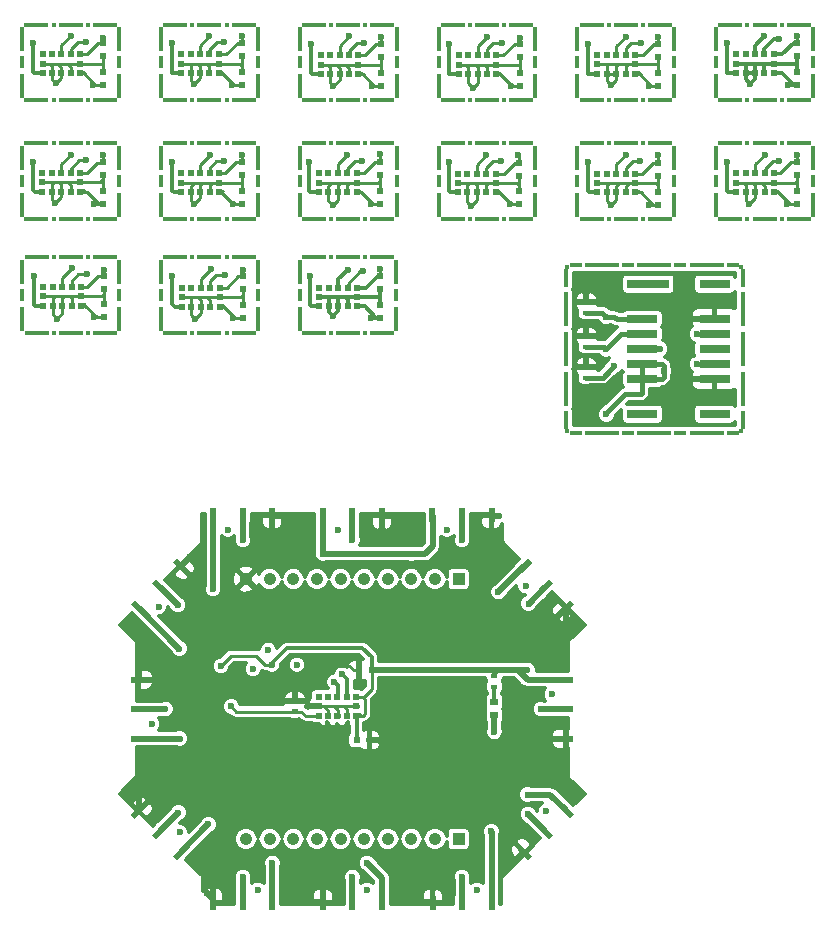
<source format=gtl>
G04 #@! TF.FileFunction,Copper,L1,Top,Plane*
%FSLAX46Y46*%
G04 Gerber Fmt 4.6, Leading zero omitted, Abs format (unit mm)*
G04 Created by KiCad (PCBNEW 4.0.7-e2-6376~58~ubuntu16.04.1) date Fri Aug  3 20:43:21 2018*
%MOMM*%
%LPD*%
G01*
G04 APERTURE LIST*
%ADD10C,0.100000*%
%ADD11R,0.400000X0.400000*%
%ADD12R,2.000000X0.400000*%
%ADD13R,0.400000X1.000000*%
%ADD14R,0.400000X2.000000*%
%ADD15C,1.050000*%
%ADD16R,1.050000X1.050000*%
%ADD17R,0.500000X1.250000*%
%ADD18R,0.500000X0.500000*%
%ADD19R,0.250000X0.250000*%
%ADD20R,1.250000X0.500000*%
%ADD21R,0.600000X0.500000*%
%ADD22R,0.700000X0.600000*%
%ADD23R,0.600000X0.400000*%
%ADD24R,3.600000X0.800000*%
%ADD25R,2.600000X0.700000*%
%ADD26R,2.600000X0.800000*%
%ADD27R,0.500000X0.600000*%
%ADD28R,0.400000X1.500000*%
%ADD29R,0.400000X3.000000*%
%ADD30R,1.000000X0.400000*%
%ADD31R,3.000000X0.400000*%
%ADD32C,0.400000*%
%ADD33C,0.600000*%
%ADD34C,0.500000*%
%ADD35C,0.250000*%
%ADD36C,0.300000*%
%ADD37C,0.400000*%
%ADD38C,0.351000*%
G04 APERTURE END LIST*
D10*
D11*
X136780000Y-74910000D03*
D12*
X135330000Y-74910000D03*
X141130000Y-74910000D03*
X138230000Y-74910000D03*
D11*
X139680000Y-74910000D03*
X139680000Y-68510000D03*
D12*
X138230000Y-68510000D03*
X141130000Y-68510000D03*
X135330000Y-68510000D03*
D13*
X142330000Y-71710000D03*
D14*
X142330000Y-73710000D03*
X142330000Y-69710000D03*
X134130000Y-69710000D03*
X134130000Y-73710000D03*
D13*
X134130000Y-71710000D03*
D11*
X136780000Y-68510000D03*
D15*
X129600000Y-95750000D03*
X145600000Y-95750000D03*
D16*
X147600000Y-95750000D03*
D15*
X133600000Y-95750000D03*
X131600000Y-95750000D03*
X143600000Y-95750000D03*
X141600000Y-95750000D03*
X135600000Y-95750000D03*
X137600000Y-95750000D03*
X139600000Y-95750000D03*
D17*
X131830000Y-90290000D03*
X129330000Y-90290000D03*
X126830000Y-90290000D03*
X141110000Y-90320000D03*
X138610000Y-90320000D03*
X136110000Y-90320000D03*
X150380000Y-90300000D03*
X147880000Y-90300000D03*
X145380000Y-90300000D03*
X145390000Y-123200000D03*
X147890000Y-123200000D03*
X150390000Y-123200000D03*
X126820000Y-123140000D03*
X129320000Y-123140000D03*
X131820000Y-123140000D03*
D18*
X138940000Y-107310000D03*
X138140000Y-107310000D03*
X137340000Y-107310000D03*
X136540000Y-107310000D03*
X135740000Y-107310000D03*
X135740000Y-106510000D03*
X135740000Y-105710000D03*
X136540000Y-105710000D03*
X137340000Y-105710000D03*
X138140000Y-105710000D03*
X138940000Y-105710000D03*
X138940000Y-106510000D03*
D19*
X139240000Y-107185000D03*
D10*
G36*
X157356485Y-97882602D02*
X156472602Y-98766485D01*
X156119049Y-98412932D01*
X157002932Y-97529049D01*
X157356485Y-97882602D01*
X157356485Y-97882602D01*
G37*
G36*
X155588718Y-96114835D02*
X154704835Y-96998718D01*
X154351282Y-96645165D01*
X155235165Y-95761282D01*
X155588718Y-96114835D01*
X155588718Y-96114835D01*
G37*
G36*
X153820951Y-94347068D02*
X152937068Y-95230951D01*
X152583515Y-94877398D01*
X153467398Y-93993515D01*
X153820951Y-94347068D01*
X153820951Y-94347068D01*
G37*
D20*
X156720000Y-109250000D03*
X156720000Y-106750000D03*
X156720000Y-104250000D03*
X120460000Y-104260000D03*
X120460000Y-106760000D03*
X120460000Y-109260000D03*
D17*
X136100000Y-123200000D03*
X138600000Y-123200000D03*
X141100000Y-123200000D03*
D10*
G36*
X119843515Y-115677398D02*
X120727398Y-114793515D01*
X121080951Y-115147068D01*
X120197068Y-116030951D01*
X119843515Y-115677398D01*
X119843515Y-115677398D01*
G37*
G36*
X121611282Y-117445165D02*
X122495165Y-116561282D01*
X122848718Y-116914835D01*
X121964835Y-117798718D01*
X121611282Y-117445165D01*
X121611282Y-117445165D01*
G37*
G36*
X123379049Y-119212932D02*
X124262932Y-118329049D01*
X124616485Y-118682602D01*
X123732602Y-119566485D01*
X123379049Y-119212932D01*
X123379049Y-119212932D01*
G37*
G36*
X153487398Y-119536485D02*
X152603515Y-118652602D01*
X152957068Y-118299049D01*
X153840951Y-119182932D01*
X153487398Y-119536485D01*
X153487398Y-119536485D01*
G37*
G36*
X155255165Y-117768718D02*
X154371282Y-116884835D01*
X154724835Y-116531282D01*
X155608718Y-117415165D01*
X155255165Y-117768718D01*
X155255165Y-117768718D01*
G37*
G36*
X157022932Y-116000951D02*
X156139049Y-115117068D01*
X156492602Y-114763515D01*
X157376485Y-115647398D01*
X157022932Y-116000951D01*
X157022932Y-116000951D01*
G37*
G36*
X123752602Y-93983515D02*
X124636485Y-94867398D01*
X124282932Y-95220951D01*
X123399049Y-94337068D01*
X123752602Y-93983515D01*
X123752602Y-93983515D01*
G37*
G36*
X121984835Y-95751282D02*
X122868718Y-96635165D01*
X122515165Y-96988718D01*
X121631282Y-96104835D01*
X121984835Y-95751282D01*
X121984835Y-95751282D01*
G37*
G36*
X120217068Y-97519049D02*
X121100951Y-98402932D01*
X120747398Y-98756485D01*
X119863515Y-97872602D01*
X120217068Y-97519049D01*
X120217068Y-97519049D01*
G37*
D21*
X138950000Y-109400000D03*
X140050000Y-109400000D03*
X140250000Y-103425000D03*
X139150000Y-103425000D03*
D22*
X150625000Y-106150000D03*
X150625000Y-107250000D03*
D23*
X150625000Y-103950000D03*
X150625000Y-104850000D03*
X133750000Y-106950000D03*
X133750000Y-106050000D03*
D15*
X129600000Y-117750000D03*
X145600000Y-117750000D03*
D16*
X147600000Y-117750000D03*
D15*
X133600000Y-117750000D03*
X131600000Y-117750000D03*
X143600000Y-117750000D03*
X141600000Y-117750000D03*
X135600000Y-117750000D03*
X137600000Y-117750000D03*
X139600000Y-117750000D03*
D23*
X158410000Y-77775000D03*
X158410000Y-78675000D03*
X158410000Y-75175000D03*
X158410000Y-76075000D03*
X158410000Y-72275000D03*
X158410000Y-73175000D03*
D24*
X163660000Y-70775000D03*
D25*
X163160000Y-76275000D03*
X163160000Y-77545000D03*
X163160000Y-78815000D03*
X163160000Y-75005000D03*
X163160000Y-73735000D03*
X169260000Y-73735000D03*
X169260000Y-78815000D03*
X169260000Y-77545000D03*
X169260000Y-76275000D03*
X169260000Y-75005000D03*
D26*
X169260000Y-70775000D03*
X169260000Y-81775000D03*
X163160000Y-81775000D03*
D27*
X176235000Y-50370000D03*
X176235000Y-51470000D03*
X176235000Y-53920000D03*
X176235000Y-52820000D03*
X117515000Y-53925000D03*
X117515000Y-52825000D03*
X117515000Y-50350000D03*
X117515000Y-51450000D03*
D18*
X174285000Y-52920000D03*
X173485000Y-52920000D03*
X172685000Y-52920000D03*
X171885000Y-52920000D03*
X171085000Y-52920000D03*
X171085000Y-52120000D03*
X171085000Y-51320000D03*
X171885000Y-51320000D03*
X172685000Y-51320000D03*
X173485000Y-51320000D03*
X174285000Y-51320000D03*
X174285000Y-52120000D03*
D19*
X174585000Y-52795000D03*
D18*
X115565000Y-52925000D03*
X114765000Y-52925000D03*
X113965000Y-52925000D03*
X113165000Y-52925000D03*
X112365000Y-52925000D03*
X112365000Y-52125000D03*
X112365000Y-51325000D03*
X113165000Y-51325000D03*
X113965000Y-51325000D03*
X114765000Y-51325000D03*
X115565000Y-51325000D03*
X115565000Y-52125000D03*
D19*
X115865000Y-52800000D03*
D27*
X129245000Y-53925000D03*
X129245000Y-52825000D03*
X129245000Y-50375000D03*
X129245000Y-51475000D03*
X176255000Y-63995000D03*
X176255000Y-62895000D03*
X176255000Y-60445000D03*
X176255000Y-61545000D03*
X140965000Y-73655000D03*
X140965000Y-72555000D03*
X140965000Y-70105000D03*
X140965000Y-71205000D03*
D18*
X127295000Y-52925000D03*
X126495000Y-52925000D03*
X125695000Y-52925000D03*
X124895000Y-52925000D03*
X124095000Y-52925000D03*
X124095000Y-52125000D03*
X124095000Y-51325000D03*
X124895000Y-51325000D03*
X125695000Y-51325000D03*
X126495000Y-51325000D03*
X127295000Y-51325000D03*
X127295000Y-52125000D03*
D19*
X127595000Y-52800000D03*
D18*
X174305000Y-62995000D03*
X173505000Y-62995000D03*
X172705000Y-62995000D03*
X171905000Y-62995000D03*
X171105000Y-62995000D03*
X171105000Y-62195000D03*
X171105000Y-61395000D03*
X171905000Y-61395000D03*
X172705000Y-61395000D03*
X173505000Y-61395000D03*
X174305000Y-61395000D03*
X174305000Y-62195000D03*
D19*
X174605000Y-62870000D03*
D18*
X139015000Y-72655000D03*
X138215000Y-72655000D03*
X137415000Y-72655000D03*
X136615000Y-72655000D03*
X135815000Y-72655000D03*
X135815000Y-71855000D03*
X135815000Y-71055000D03*
X136615000Y-71055000D03*
X137415000Y-71055000D03*
X138215000Y-71055000D03*
X139015000Y-71055000D03*
X139015000Y-71855000D03*
D19*
X139315000Y-72530000D03*
D27*
X164490000Y-53970000D03*
X164490000Y-52870000D03*
X164490000Y-50420000D03*
X164490000Y-51520000D03*
D18*
X162540000Y-52970000D03*
X161740000Y-52970000D03*
X160940000Y-52970000D03*
X160140000Y-52970000D03*
X159340000Y-52970000D03*
X159340000Y-52170000D03*
X159340000Y-51370000D03*
X160140000Y-51370000D03*
X160940000Y-51370000D03*
X161740000Y-51370000D03*
X162540000Y-51370000D03*
X162540000Y-52170000D03*
D19*
X162840000Y-52845000D03*
D27*
X117570000Y-73590000D03*
X117570000Y-72490000D03*
X117570000Y-70070000D03*
X117570000Y-71170000D03*
X152780000Y-54010000D03*
X152780000Y-52910000D03*
X152780000Y-50440000D03*
X152780000Y-51540000D03*
X129270000Y-63980000D03*
X129270000Y-62880000D03*
X129260000Y-60450000D03*
X129260000Y-61550000D03*
X117490000Y-63950000D03*
X117490000Y-62850000D03*
X117490000Y-60400000D03*
X117490000Y-61500000D03*
X141040000Y-53980000D03*
X141040000Y-52880000D03*
X141040000Y-50410000D03*
X141040000Y-51510000D03*
X164470000Y-64030000D03*
X164470000Y-62930000D03*
X164470000Y-60480000D03*
X164470000Y-61580000D03*
X129350000Y-73660000D03*
X129350000Y-72560000D03*
X129350000Y-70120000D03*
X129350000Y-71220000D03*
X152680000Y-64000000D03*
X152680000Y-62900000D03*
X152680000Y-60480000D03*
X152680000Y-61580000D03*
X140910000Y-64000000D03*
X140910000Y-62900000D03*
X140920000Y-60450000D03*
X140920000Y-61550000D03*
D18*
X115640000Y-72595000D03*
X114840000Y-72595000D03*
X114040000Y-72595000D03*
X113240000Y-72595000D03*
X112440000Y-72595000D03*
X112440000Y-71795000D03*
X112440000Y-70995000D03*
X113240000Y-70995000D03*
X114040000Y-70995000D03*
X114840000Y-70995000D03*
X115640000Y-70995000D03*
X115640000Y-71795000D03*
D19*
X115940000Y-72470000D03*
D18*
X150800000Y-52980000D03*
X150000000Y-52980000D03*
X149200000Y-52980000D03*
X148400000Y-52980000D03*
X147600000Y-52980000D03*
X147600000Y-52180000D03*
X147600000Y-51380000D03*
X148400000Y-51380000D03*
X149200000Y-51380000D03*
X150000000Y-51380000D03*
X150800000Y-51380000D03*
X150800000Y-52180000D03*
D19*
X151100000Y-52855000D03*
D18*
X127320000Y-62970000D03*
X126520000Y-62970000D03*
X125720000Y-62970000D03*
X124920000Y-62970000D03*
X124120000Y-62970000D03*
X124120000Y-62170000D03*
X124120000Y-61370000D03*
X124920000Y-61370000D03*
X125720000Y-61370000D03*
X126520000Y-61370000D03*
X127320000Y-61370000D03*
X127320000Y-62170000D03*
D19*
X127620000Y-62845000D03*
D18*
X115560000Y-62945000D03*
X114760000Y-62945000D03*
X113960000Y-62945000D03*
X113160000Y-62945000D03*
X112360000Y-62945000D03*
X112360000Y-62145000D03*
X112360000Y-61345000D03*
X113160000Y-61345000D03*
X113960000Y-61345000D03*
X114760000Y-61345000D03*
X115560000Y-61345000D03*
X115560000Y-62145000D03*
D19*
X115860000Y-62820000D03*
D18*
X139110000Y-52990000D03*
X138310000Y-52990000D03*
X137510000Y-52990000D03*
X136710000Y-52990000D03*
X135910000Y-52990000D03*
X135910000Y-52190000D03*
X135910000Y-51390000D03*
X136710000Y-51390000D03*
X137510000Y-51390000D03*
X138310000Y-51390000D03*
X139110000Y-51390000D03*
X139110000Y-52190000D03*
D19*
X139410000Y-52865000D03*
D18*
X162530000Y-63010000D03*
X161730000Y-63010000D03*
X160930000Y-63010000D03*
X160130000Y-63010000D03*
X159330000Y-63010000D03*
X159330000Y-62210000D03*
X159330000Y-61410000D03*
X160130000Y-61410000D03*
X160930000Y-61410000D03*
X161730000Y-61410000D03*
X162530000Y-61410000D03*
X162530000Y-62210000D03*
D19*
X162830000Y-62885000D03*
D18*
X127370000Y-72670000D03*
X126570000Y-72670000D03*
X125770000Y-72670000D03*
X124970000Y-72670000D03*
X124170000Y-72670000D03*
X124170000Y-71870000D03*
X124170000Y-71070000D03*
X124970000Y-71070000D03*
X125770000Y-71070000D03*
X126570000Y-71070000D03*
X127370000Y-71070000D03*
X127370000Y-71870000D03*
D19*
X127670000Y-72545000D03*
D18*
X150740000Y-63010000D03*
X149940000Y-63010000D03*
X149140000Y-63010000D03*
X148340000Y-63010000D03*
X147540000Y-63010000D03*
X147540000Y-62210000D03*
X147540000Y-61410000D03*
X148340000Y-61410000D03*
X149140000Y-61410000D03*
X149940000Y-61410000D03*
X150740000Y-61410000D03*
X150740000Y-62210000D03*
D19*
X151040000Y-62885000D03*
D18*
X138970000Y-62970000D03*
X138170000Y-62970000D03*
X137370000Y-62970000D03*
X136570000Y-62970000D03*
X135770000Y-62970000D03*
X135770000Y-62170000D03*
X135770000Y-61370000D03*
X136570000Y-61370000D03*
X137370000Y-61370000D03*
X138170000Y-61370000D03*
X138970000Y-61370000D03*
X138970000Y-62170000D03*
D19*
X139270000Y-62845000D03*
D11*
X113310000Y-74910000D03*
D12*
X111860000Y-74910000D03*
X117660000Y-74910000D03*
X114760000Y-74910000D03*
D11*
X116210000Y-74910000D03*
X116210000Y-68510000D03*
D12*
X114760000Y-68510000D03*
X117660000Y-68510000D03*
X111860000Y-68510000D03*
D13*
X118860000Y-71710000D03*
D14*
X118860000Y-73710000D03*
X118860000Y-69710000D03*
X110660000Y-69710000D03*
X110660000Y-73710000D03*
D13*
X110660000Y-71710000D03*
D11*
X113310000Y-68510000D03*
X125050000Y-74900000D03*
D12*
X123600000Y-74900000D03*
X129400000Y-74900000D03*
X126500000Y-74900000D03*
D11*
X127950000Y-74900000D03*
X127950000Y-68500000D03*
D12*
X126500000Y-68500000D03*
X129400000Y-68500000D03*
X123600000Y-68500000D03*
D13*
X130600000Y-71700000D03*
D14*
X130600000Y-73700000D03*
X130600000Y-69700000D03*
X122400000Y-69700000D03*
X122400000Y-73700000D03*
D13*
X122400000Y-71700000D03*
D11*
X125050000Y-68500000D03*
X113300000Y-65250000D03*
D12*
X111850000Y-65250000D03*
X117650000Y-65250000D03*
X114750000Y-65250000D03*
D11*
X116200000Y-65250000D03*
X116200000Y-58850000D03*
D12*
X114750000Y-58850000D03*
X117650000Y-58850000D03*
X111850000Y-58850000D03*
D13*
X118850000Y-62050000D03*
D14*
X118850000Y-64050000D03*
X118850000Y-60050000D03*
X110650000Y-60050000D03*
X110650000Y-64050000D03*
D13*
X110650000Y-62050000D03*
D11*
X113300000Y-58850000D03*
X125050000Y-65250000D03*
D12*
X123600000Y-65250000D03*
X129400000Y-65250000D03*
X126500000Y-65250000D03*
D11*
X127950000Y-65250000D03*
X127950000Y-58850000D03*
D12*
X126500000Y-58850000D03*
X129400000Y-58850000D03*
X123600000Y-58850000D03*
D13*
X130600000Y-62050000D03*
D14*
X130600000Y-64050000D03*
X130600000Y-60050000D03*
X122400000Y-60050000D03*
X122400000Y-64050000D03*
D13*
X122400000Y-62050000D03*
D11*
X125050000Y-58850000D03*
X136800000Y-65250000D03*
D12*
X135350000Y-65250000D03*
X141150000Y-65250000D03*
X138250000Y-65250000D03*
D11*
X139700000Y-65250000D03*
X139700000Y-58850000D03*
D12*
X138250000Y-58850000D03*
X141150000Y-58850000D03*
X135350000Y-58850000D03*
D13*
X142350000Y-62050000D03*
D14*
X142350000Y-64050000D03*
X142350000Y-60050000D03*
X134150000Y-60050000D03*
X134150000Y-64050000D03*
D13*
X134150000Y-62050000D03*
D11*
X136800000Y-58850000D03*
X148550000Y-65250000D03*
D12*
X147100000Y-65250000D03*
X152900000Y-65250000D03*
X150000000Y-65250000D03*
D11*
X151450000Y-65250000D03*
X151450000Y-58850000D03*
D12*
X150000000Y-58850000D03*
X152900000Y-58850000D03*
X147100000Y-58850000D03*
D13*
X154100000Y-62050000D03*
D14*
X154100000Y-64050000D03*
X154100000Y-60050000D03*
X145900000Y-60050000D03*
X145900000Y-64050000D03*
D13*
X145900000Y-62050000D03*
D11*
X148550000Y-58850000D03*
X160300000Y-65250000D03*
D12*
X158850000Y-65250000D03*
X164650000Y-65250000D03*
X161750000Y-65250000D03*
D11*
X163200000Y-65250000D03*
X163200000Y-58850000D03*
D12*
X161750000Y-58850000D03*
X164650000Y-58850000D03*
X158850000Y-58850000D03*
D13*
X165850000Y-62050000D03*
D14*
X165850000Y-64050000D03*
X165850000Y-60050000D03*
X157650000Y-60050000D03*
X157650000Y-64050000D03*
D13*
X157650000Y-62050000D03*
D11*
X160300000Y-58850000D03*
X172050000Y-65250000D03*
D12*
X170600000Y-65250000D03*
X176400000Y-65250000D03*
X173500000Y-65250000D03*
D11*
X174950000Y-65250000D03*
X174950000Y-58850000D03*
D12*
X173500000Y-58850000D03*
X176400000Y-58850000D03*
X170600000Y-58850000D03*
D13*
X177600000Y-62050000D03*
D14*
X177600000Y-64050000D03*
X177600000Y-60050000D03*
X169400000Y-60050000D03*
X169400000Y-64050000D03*
D13*
X169400000Y-62050000D03*
D11*
X172050000Y-58850000D03*
X172050000Y-55200000D03*
D12*
X170600000Y-55200000D03*
X176400000Y-55200000D03*
X173500000Y-55200000D03*
D11*
X174950000Y-55200000D03*
X174950000Y-48800000D03*
D12*
X173500000Y-48800000D03*
X176400000Y-48800000D03*
X170600000Y-48800000D03*
D13*
X177600000Y-52000000D03*
D14*
X177600000Y-54000000D03*
X177600000Y-50000000D03*
X169400000Y-50000000D03*
X169400000Y-54000000D03*
D13*
X169400000Y-52000000D03*
D11*
X172050000Y-48800000D03*
X160300000Y-55200000D03*
D12*
X158850000Y-55200000D03*
X164650000Y-55200000D03*
X161750000Y-55200000D03*
D11*
X163200000Y-55200000D03*
X163200000Y-48800000D03*
D12*
X161750000Y-48800000D03*
X164650000Y-48800000D03*
X158850000Y-48800000D03*
D13*
X165850000Y-52000000D03*
D14*
X165850000Y-54000000D03*
X165850000Y-50000000D03*
X157650000Y-50000000D03*
X157650000Y-54000000D03*
D13*
X157650000Y-52000000D03*
D11*
X160300000Y-48800000D03*
X148550000Y-55200000D03*
D12*
X147100000Y-55200000D03*
X152900000Y-55200000D03*
X150000000Y-55200000D03*
D11*
X151450000Y-55200000D03*
X151450000Y-48800000D03*
D12*
X150000000Y-48800000D03*
X152900000Y-48800000D03*
X147100000Y-48800000D03*
D13*
X154100000Y-52000000D03*
D14*
X154100000Y-54000000D03*
X154100000Y-50000000D03*
X145900000Y-50000000D03*
X145900000Y-54000000D03*
D13*
X145900000Y-52000000D03*
D11*
X148550000Y-48800000D03*
X136800000Y-55200000D03*
D12*
X135350000Y-55200000D03*
X141150000Y-55200000D03*
X138250000Y-55200000D03*
D11*
X139700000Y-55200000D03*
X139700000Y-48800000D03*
D12*
X138250000Y-48800000D03*
X141150000Y-48800000D03*
X135350000Y-48800000D03*
D13*
X142350000Y-52000000D03*
D14*
X142350000Y-54000000D03*
X142350000Y-50000000D03*
X134150000Y-50000000D03*
X134150000Y-54000000D03*
D13*
X134150000Y-52000000D03*
D11*
X136800000Y-48800000D03*
X125050000Y-55200000D03*
D12*
X123600000Y-55200000D03*
X129400000Y-55200000D03*
X126500000Y-55200000D03*
D11*
X127950000Y-55200000D03*
X127950000Y-48800000D03*
D12*
X126500000Y-48800000D03*
X129400000Y-48800000D03*
X123600000Y-48800000D03*
D13*
X130600000Y-52000000D03*
D14*
X130600000Y-54000000D03*
X130600000Y-50000000D03*
X122400000Y-50000000D03*
X122400000Y-54000000D03*
D13*
X122400000Y-52000000D03*
D11*
X125050000Y-48800000D03*
X113300000Y-55200000D03*
D12*
X111850000Y-55200000D03*
X117650000Y-55200000D03*
X114750000Y-55200000D03*
D11*
X116200000Y-55200000D03*
X116200000Y-48800000D03*
D12*
X114750000Y-48800000D03*
X117650000Y-48800000D03*
X111850000Y-48800000D03*
D13*
X118850000Y-52000000D03*
D14*
X118850000Y-54000000D03*
X118850000Y-50000000D03*
X110650000Y-50000000D03*
X110650000Y-54000000D03*
D13*
X110650000Y-52000000D03*
D11*
X113300000Y-48800000D03*
D28*
X156650000Y-82250000D03*
D29*
X156650000Y-76250000D03*
X156650000Y-72900000D03*
X156650000Y-79650000D03*
D28*
X156650000Y-70250000D03*
X171650000Y-70250000D03*
D29*
X171650000Y-79650000D03*
X171650000Y-72900000D03*
D30*
X166350000Y-69150000D03*
D31*
X164150000Y-69150000D03*
X159700000Y-69150000D03*
X168600000Y-69150000D03*
D30*
X170800000Y-69150000D03*
X161900000Y-69150000D03*
X157500000Y-69150000D03*
X157500000Y-83350000D03*
X161900000Y-83350000D03*
X170800000Y-83350000D03*
D31*
X168600000Y-83350000D03*
X159700000Y-83350000D03*
D32*
X171500000Y-83200000D03*
X171500000Y-69300000D03*
X156800000Y-69300000D03*
X156800000Y-83200000D03*
D31*
X164150000Y-83350000D03*
D30*
X166350000Y-83350000D03*
D29*
X171650000Y-76250000D03*
D28*
X171650000Y-82250000D03*
D33*
X142225000Y-109375000D03*
X129750000Y-111630000D03*
X134000000Y-111640000D03*
X126325000Y-122325000D03*
X151020000Y-90390000D03*
X133100000Y-90500000D03*
X142320000Y-90500000D03*
X156570000Y-99930000D03*
X156570000Y-110660000D03*
X152180000Y-119780000D03*
X144050000Y-123060000D03*
X134570000Y-123060000D03*
X120650000Y-113230000D03*
X124840000Y-93910000D03*
X120650000Y-102830000D03*
X132825000Y-102950000D03*
X153425000Y-103425000D03*
X127490000Y-103080000D03*
X131820000Y-102990000D03*
X126410000Y-116510000D03*
X153430000Y-113980000D03*
X131830000Y-119770000D03*
X139860000Y-119780000D03*
X150370000Y-117100000D03*
X136110000Y-93590000D03*
X126820000Y-96600000D03*
X123960000Y-101620000D03*
X123970000Y-109240000D03*
X150970000Y-96830000D03*
X143600000Y-93590000D03*
X150620000Y-108690000D03*
X133930000Y-102990000D03*
X131490000Y-101760000D03*
X137070000Y-104450000D03*
X123870000Y-115510000D03*
X138610000Y-120970000D03*
X123820000Y-97940000D03*
X122770000Y-106750000D03*
X147890000Y-120960000D03*
X153490000Y-115650000D03*
X154570000Y-106750000D03*
X153520000Y-97820000D03*
X138610000Y-92430000D03*
X129330000Y-92430000D03*
X147890000Y-92430000D03*
X129340000Y-120970000D03*
X137750000Y-103810000D03*
X130170000Y-103380000D03*
X122200000Y-98090000D03*
X121630000Y-108000000D03*
X123970000Y-117190000D03*
X130580000Y-122040000D03*
X139860000Y-122040000D03*
X149140000Y-122040000D03*
X155010000Y-115400000D03*
X155500000Y-105500000D03*
X153260000Y-96320000D03*
X137360000Y-91560000D03*
X146630000Y-91560000D03*
X128080000Y-91560000D03*
X128350000Y-106525000D03*
X165010000Y-78150000D03*
X160110000Y-81800000D03*
X166060000Y-72800000D03*
X160110000Y-70800000D03*
X167760000Y-77550000D03*
X167760000Y-75000000D03*
X160785000Y-77675000D03*
X164660000Y-76275000D03*
X160110000Y-76300000D03*
X160110000Y-73550000D03*
X176220000Y-49760000D03*
X175485000Y-53920000D03*
X172285000Y-53795000D03*
X117520000Y-49890000D03*
X116640000Y-53930000D03*
X113480000Y-53780000D03*
X174735000Y-49995000D03*
X170280000Y-50370000D03*
X173485000Y-49770000D03*
X116020000Y-50250000D03*
X111550000Y-50370000D03*
X114770000Y-49740000D03*
X129240000Y-49760000D03*
X128400000Y-53930000D03*
X125210000Y-53800000D03*
X176220000Y-59860000D03*
X175420000Y-64000000D03*
X172220000Y-63960000D03*
X140950000Y-69470000D03*
X140215000Y-73655000D03*
X136965000Y-73480000D03*
X127750000Y-50280000D03*
X123300000Y-50370000D03*
X126490000Y-49800000D03*
X174750000Y-60330000D03*
X170300000Y-60450000D03*
X173510000Y-59820000D03*
X139465000Y-69680000D03*
X135010000Y-70100000D03*
X138215000Y-69555000D03*
X164470000Y-49810000D03*
X163740000Y-53970000D03*
X160490000Y-53930000D03*
X163000000Y-50340000D03*
X158540000Y-50420000D03*
X161740000Y-49830000D03*
X117550000Y-69570000D03*
X116750000Y-73590000D03*
X113600000Y-73690000D03*
X152780000Y-49900000D03*
X151990000Y-54010000D03*
X148810000Y-54130000D03*
X129240000Y-59870000D03*
X128490000Y-63980000D03*
X125230000Y-63990000D03*
X117490000Y-59820000D03*
X116750000Y-63970000D03*
X113460000Y-63930000D03*
X141050000Y-49840000D03*
X140280000Y-53980000D03*
X136970000Y-54010000D03*
X164460000Y-59840000D03*
X163730000Y-64030000D03*
X160460000Y-64100000D03*
X129350000Y-69560000D03*
X128500000Y-73660000D03*
X125290000Y-73680000D03*
X152630000Y-59870000D03*
X151940000Y-64000000D03*
X148660000Y-64120000D03*
X140910000Y-59790000D03*
X140170000Y-64000000D03*
X136940000Y-64090000D03*
X116100000Y-69950000D03*
X111650000Y-70050000D03*
X114840000Y-69430000D03*
X151260000Y-50330000D03*
X146800000Y-50440000D03*
X150010000Y-49810000D03*
X127770000Y-60350000D03*
X123350000Y-60450000D03*
X126520000Y-59840000D03*
X116010000Y-60290000D03*
X111550000Y-60400000D03*
X114760000Y-59810000D03*
X139560000Y-50330000D03*
X135110000Y-50430000D03*
X138310000Y-49800000D03*
X162980000Y-60370000D03*
X158550000Y-60450000D03*
X161730000Y-59830000D03*
X127850000Y-70010000D03*
X123370000Y-70110000D03*
X126610000Y-69480000D03*
X151190000Y-60350000D03*
X146750000Y-60450000D03*
X149950000Y-59830000D03*
X139420000Y-60340000D03*
X134950000Y-60450000D03*
X138170000Y-59810000D03*
D34*
X142200000Y-109400000D02*
X140050000Y-109400000D01*
X142225000Y-109375000D02*
X142200000Y-109400000D01*
D35*
X139150000Y-103425000D02*
X138700000Y-103425000D01*
X138700000Y-103425000D02*
X138335000Y-103060000D01*
X133990000Y-111630000D02*
X129750000Y-111630000D01*
X134000000Y-111640000D02*
X133990000Y-111630000D01*
X133760000Y-106060000D02*
X133760000Y-103885000D01*
X133760000Y-103885000D02*
X132825000Y-102950000D01*
X138335000Y-103060000D02*
X135840000Y-103060000D01*
X133760000Y-105140000D02*
X133760000Y-106060000D01*
X135840000Y-103060000D02*
X133760000Y-105140000D01*
X135760000Y-106510000D02*
X134985000Y-106510000D01*
X134535000Y-106060000D02*
X133760000Y-106060000D01*
X134985000Y-106510000D02*
X134535000Y-106060000D01*
X136560000Y-107310000D02*
X136560000Y-106910000D01*
X136560000Y-106910000D02*
X136160000Y-106510000D01*
X137360000Y-107310000D02*
X137360000Y-106785000D01*
X137360000Y-106785000D02*
X137085000Y-106510000D01*
X138960000Y-106510000D02*
X137910000Y-106510000D01*
X135760000Y-106510000D02*
X136160000Y-106510000D01*
X136160000Y-106510000D02*
X137085000Y-106510000D01*
X137085000Y-106510000D02*
X137910000Y-106510000D01*
X138160000Y-106760000D02*
X138160000Y-107310000D01*
X137910000Y-106510000D02*
X138160000Y-106760000D01*
D34*
X126830000Y-123110000D02*
X126830000Y-122830000D01*
X126830000Y-122830000D02*
X126325000Y-122325000D01*
X150390000Y-90390000D02*
X151020000Y-90390000D01*
X131830000Y-90390000D02*
X132990000Y-90390000D01*
X132990000Y-90390000D02*
X133100000Y-90500000D01*
X141110000Y-90390000D02*
X142210000Y-90390000D01*
X142210000Y-90390000D02*
X142320000Y-90500000D01*
X156667767Y-98207767D02*
X156667767Y-99832233D01*
X156667767Y-99832233D02*
X156570000Y-99930000D01*
X156660000Y-109250000D02*
X156660000Y-110570000D01*
X156660000Y-110570000D02*
X156570000Y-110660000D01*
X153132233Y-118827767D02*
X152180000Y-119780000D01*
X145390000Y-123110000D02*
X144100000Y-123110000D01*
X144100000Y-123110000D02*
X144050000Y-123060000D01*
X136110000Y-123110000D02*
X134620000Y-123110000D01*
X134620000Y-123110000D02*
X134570000Y-123060000D01*
X120552233Y-115292233D02*
X120552233Y-113327767D01*
X120552233Y-113327767D02*
X120650000Y-113230000D01*
X124087767Y-94672233D02*
X124087767Y-94662233D01*
X124087767Y-94662233D02*
X124840000Y-93910000D01*
X120650000Y-102830000D02*
X120550000Y-102930000D01*
X120550000Y-102930000D02*
X120550000Y-104250000D01*
X152550000Y-103425000D02*
X153425000Y-103425000D01*
D36*
X150625000Y-103950000D02*
X150625000Y-103775000D01*
X150625000Y-103775000D02*
X150975000Y-103425000D01*
D34*
X140250000Y-103425000D02*
X150975000Y-103425000D01*
X150975000Y-103425000D02*
X152550000Y-103425000D01*
X152550000Y-103425000D02*
X152605000Y-103425000D01*
X152605000Y-103425000D02*
X153430000Y-104250000D01*
D36*
X140250000Y-103425000D02*
X140250000Y-102375000D01*
X131820000Y-102855000D02*
X131820000Y-102990000D01*
X133100000Y-101575000D02*
X131820000Y-102855000D01*
X139450000Y-101575000D02*
X133100000Y-101575000D01*
X140250000Y-102375000D02*
X139450000Y-101575000D01*
X138950000Y-109400000D02*
X138950000Y-107320000D01*
X138950000Y-107320000D02*
X138940000Y-107310000D01*
D35*
X138940000Y-105710000D02*
X139590000Y-105710000D01*
X140250000Y-105050000D02*
X140250000Y-103425000D01*
X139590000Y-105710000D02*
X140250000Y-105050000D01*
D36*
X138950000Y-107320000D02*
X138940000Y-107310000D01*
D35*
X138960000Y-107310000D02*
X139135000Y-107310000D01*
X139135000Y-107310000D02*
X139260000Y-107185000D01*
X131820000Y-102990000D02*
X131220000Y-102990000D01*
X131220000Y-102990000D02*
X130460000Y-102230000D01*
X130460000Y-102230000D02*
X128340000Y-102230000D01*
X128340000Y-102230000D02*
X127490000Y-103080000D01*
X138960000Y-105710000D02*
X139485000Y-105710000D01*
X139540000Y-107310000D02*
X138960000Y-107310000D01*
X139675000Y-107175000D02*
X139540000Y-107310000D01*
X139675000Y-105900000D02*
X139675000Y-107175000D01*
X139485000Y-105710000D02*
X139675000Y-105900000D01*
D34*
X124087767Y-118827767D02*
X124092233Y-118827767D01*
X124092233Y-118827767D02*
X126410000Y-116510000D01*
X156667767Y-115292233D02*
X156662233Y-115292233D01*
X156662233Y-115292233D02*
X155350000Y-113980000D01*
X155350000Y-113980000D02*
X153430000Y-113980000D01*
X153132233Y-94672233D02*
X153127767Y-94672233D01*
X153127767Y-94672233D02*
X150970000Y-96830000D01*
X131830000Y-123110000D02*
X131830000Y-119770000D01*
X141110000Y-123110000D02*
X141110000Y-121030000D01*
X141110000Y-121030000D02*
X139860000Y-119780000D01*
X156660000Y-104250000D02*
X153430000Y-104250000D01*
X150390000Y-123110000D02*
X150390000Y-117120000D01*
X150370000Y-117100000D02*
X150390000Y-117120000D01*
X136110000Y-93590000D02*
X143600000Y-93590000D01*
X143600000Y-93590000D02*
X144770000Y-93590000D01*
X145390000Y-92970000D02*
X145390000Y-90390000D01*
X144770000Y-93590000D02*
X145390000Y-92970000D01*
X136110000Y-90390000D02*
X136110000Y-93590000D01*
X126830000Y-90390000D02*
X126830000Y-96590000D01*
X126830000Y-96590000D02*
X126820000Y-96600000D01*
X120550000Y-109250000D02*
X123960000Y-109250000D01*
X123960000Y-101620000D02*
X120552233Y-98212233D01*
X123960000Y-109250000D02*
X123970000Y-109240000D01*
X120552233Y-98212233D02*
X120552233Y-98207767D01*
D36*
X150625000Y-104850000D02*
X150625000Y-106150000D01*
D34*
X150620000Y-108690000D02*
X150620000Y-107280000D01*
D36*
X137360000Y-105710000D02*
X137360000Y-104740000D01*
X137360000Y-104740000D02*
X137070000Y-104450000D01*
D34*
X122320000Y-117060000D02*
X123870000Y-115510000D01*
X138610000Y-123110000D02*
X138610000Y-120970000D01*
X122320000Y-96440000D02*
X123820000Y-97940000D01*
X122330000Y-96440000D02*
X122320000Y-96440000D01*
X122770000Y-106750000D02*
X120550000Y-106750000D01*
X122320000Y-117050000D02*
X122320000Y-117060000D01*
X129340000Y-120970000D02*
X129330000Y-123110000D01*
X147900000Y-120970000D02*
X147890000Y-123110000D01*
X147890000Y-120960000D02*
X147900000Y-120970000D01*
X154900000Y-117060000D02*
X153490000Y-115650000D01*
X154570000Y-106750000D02*
X156660000Y-106750000D01*
X153520000Y-97820000D02*
X154900000Y-96440000D01*
X138610000Y-90390000D02*
X138610000Y-92430000D01*
X129330000Y-90390000D02*
X129330000Y-92430000D01*
X147890000Y-92430000D02*
X147890000Y-90390000D01*
D36*
X138160000Y-105710000D02*
X138160000Y-104220000D01*
X138160000Y-104220000D02*
X137750000Y-103810000D01*
D35*
X133760000Y-106960000D02*
X134285000Y-106960000D01*
X134635000Y-107310000D02*
X135760000Y-107310000D01*
X134285000Y-106960000D02*
X134635000Y-107310000D01*
X128785000Y-106960000D02*
X133760000Y-106960000D01*
X128350000Y-106525000D02*
X128785000Y-106960000D01*
D37*
X163160000Y-77545000D02*
X163160000Y-78815000D01*
X163160000Y-77545000D02*
X164855000Y-77545000D01*
X164855000Y-77545000D02*
X165010000Y-77700000D01*
X165010000Y-77700000D02*
X165010000Y-78600000D01*
X165010000Y-78600000D02*
X164795000Y-78815000D01*
X164795000Y-78815000D02*
X163160000Y-78815000D01*
X160110000Y-81800000D02*
X160110000Y-81700000D01*
X160110000Y-81700000D02*
X161710000Y-80100000D01*
X161710000Y-80100000D02*
X163010000Y-80100000D01*
X163010000Y-80100000D02*
X163160000Y-79950000D01*
X163160000Y-79950000D02*
X163160000Y-78815000D01*
D36*
X163160000Y-78815000D02*
X163160000Y-79950000D01*
X161710000Y-80100000D02*
X160110000Y-81700000D01*
X163010000Y-80100000D02*
X161710000Y-80100000D01*
X163160000Y-79950000D02*
X163010000Y-80100000D01*
X163160000Y-78815000D02*
X164795000Y-78815000D01*
X165010000Y-78600000D02*
X165010000Y-78150000D01*
X164795000Y-78815000D02*
X165010000Y-78600000D01*
X165010000Y-77700000D02*
X164855000Y-77545000D01*
X165010000Y-78150000D02*
X165010000Y-77700000D01*
D37*
X166060000Y-72800000D02*
X166060000Y-77700000D01*
X166060000Y-77700000D02*
X167175000Y-78815000D01*
X167175000Y-78815000D02*
X169260000Y-78815000D01*
X166060000Y-72800000D02*
X166995000Y-73735000D01*
X166995000Y-73735000D02*
X169260000Y-73735000D01*
X160110000Y-70800000D02*
X160110000Y-71450000D01*
X160110000Y-71450000D02*
X160935000Y-72275000D01*
X165535000Y-72275000D02*
X166060000Y-72800000D01*
X160935000Y-72275000D02*
X165535000Y-72275000D01*
X158410000Y-72275000D02*
X157360000Y-72275000D01*
X157360000Y-72275000D02*
X157360000Y-72500000D01*
X158410000Y-75175000D02*
X157360000Y-75175000D01*
X157360000Y-75175000D02*
X157360000Y-74925000D01*
X160110000Y-70800000D02*
X157760000Y-70800000D01*
X157760000Y-70800000D02*
X157360000Y-71200000D01*
X157360000Y-71200000D02*
X157360000Y-77475000D01*
X157360000Y-77475000D02*
X157660000Y-77775000D01*
X157660000Y-77775000D02*
X158410000Y-77775000D01*
D36*
X169260000Y-78815000D02*
X167175000Y-78815000D01*
X167175000Y-78815000D02*
X166060000Y-77700000D01*
X166995000Y-73735000D02*
X169260000Y-73735000D01*
X165485000Y-72225000D02*
X166060000Y-72800000D01*
X160885000Y-72225000D02*
X165485000Y-72225000D01*
X160110000Y-71450000D02*
X160885000Y-72225000D01*
X157360000Y-72575000D02*
X157360000Y-71200000D01*
X157360000Y-71200000D02*
X157760000Y-70800000D01*
X158410000Y-77775000D02*
X157660000Y-77775000D01*
X157360000Y-77475000D02*
X157360000Y-74925000D01*
X157660000Y-77775000D02*
X157360000Y-77475000D01*
X157360000Y-72500000D02*
X157360000Y-72575000D01*
X157360000Y-72575000D02*
X157360000Y-74925000D01*
D37*
X167760000Y-77550000D02*
X169255000Y-77550000D01*
X169255000Y-77550000D02*
X169260000Y-77545000D01*
D36*
X167765000Y-77545000D02*
X169260000Y-77545000D01*
X167760000Y-77550000D02*
X167765000Y-77545000D01*
D37*
X167760000Y-75000000D02*
X169255000Y-75000000D01*
X169255000Y-75000000D02*
X169260000Y-75005000D01*
D36*
X169260000Y-75005000D02*
X167765000Y-75005000D01*
X167765000Y-75005000D02*
X167760000Y-75000000D01*
D37*
X158410000Y-78675000D02*
X159785000Y-78675000D01*
X159785000Y-78675000D02*
X160785000Y-77675000D01*
D36*
X159785000Y-78675000D02*
X160785000Y-77675000D01*
X164660000Y-76275000D02*
X163160000Y-76275000D01*
D37*
X160110000Y-76300000D02*
X160110000Y-76225000D01*
X160110000Y-76225000D02*
X161330000Y-75005000D01*
X161330000Y-75005000D02*
X163160000Y-75005000D01*
X158410000Y-76075000D02*
X159885000Y-76075000D01*
X159885000Y-76075000D02*
X160110000Y-76300000D01*
D36*
X163160000Y-75005000D02*
X161330000Y-75005000D01*
X161330000Y-75005000D02*
X160110000Y-76225000D01*
X159885000Y-76075000D02*
X160110000Y-76300000D01*
D37*
X158410000Y-73175000D02*
X159735000Y-73175000D01*
X159735000Y-73175000D02*
X160110000Y-73550000D01*
X160110000Y-73550000D02*
X160785000Y-73550000D01*
X160785000Y-73550000D02*
X160970000Y-73735000D01*
X160970000Y-73735000D02*
X163160000Y-73735000D01*
D36*
X163160000Y-73735000D02*
X160970000Y-73735000D01*
X160970000Y-73735000D02*
X160785000Y-73550000D01*
X160110000Y-73550000D02*
X159735000Y-73175000D01*
D35*
X176235000Y-50370000D02*
X176235000Y-49775000D01*
X176235000Y-49775000D02*
X176220000Y-49760000D01*
D36*
X176235000Y-53920000D02*
X175485000Y-53920000D01*
X174285000Y-52920000D02*
X175010000Y-52920000D01*
X175010000Y-52920000D02*
X176010000Y-53920000D01*
X176010000Y-53920000D02*
X176235000Y-53920000D01*
D35*
X174285000Y-52920000D02*
X174460000Y-52920000D01*
X174460000Y-52920000D02*
X174585000Y-52795000D01*
D36*
X174285000Y-51320000D02*
X175010000Y-51320000D01*
X175960000Y-50370000D02*
X176235000Y-50370000D01*
X175010000Y-51320000D02*
X175960000Y-50370000D01*
X171885000Y-52920000D02*
X171885000Y-52170000D01*
X171885000Y-52170000D02*
X171835000Y-52120000D01*
X172685000Y-52920000D02*
X172685000Y-52120000D01*
X172685000Y-52120000D02*
X172685000Y-52245000D01*
X172685000Y-52245000D02*
X172685000Y-52120000D01*
X173485000Y-52920000D02*
X173485000Y-52120000D01*
X173460000Y-52195000D02*
X173460000Y-52120000D01*
X173460000Y-52145000D02*
X173460000Y-52195000D01*
X173485000Y-52120000D02*
X173460000Y-52145000D01*
X171085000Y-52120000D02*
X171835000Y-52120000D01*
X171835000Y-52120000D02*
X172485000Y-52120000D01*
X172485000Y-52120000D02*
X172685000Y-52120000D01*
X172685000Y-52120000D02*
X173460000Y-52120000D01*
X173460000Y-52120000D02*
X174285000Y-52120000D01*
X171885000Y-52920000D02*
X172685000Y-52920000D01*
X172685000Y-52920000D02*
X172685000Y-53395000D01*
X172685000Y-53395000D02*
X172285000Y-53795000D01*
X171885000Y-53395000D02*
X171885000Y-52920000D01*
X172285000Y-53795000D02*
X171885000Y-53395000D01*
X176235000Y-52820000D02*
X176235000Y-52120000D01*
X174285000Y-52120000D02*
X176235000Y-52120000D01*
X176235000Y-52120000D02*
X176235000Y-51470000D01*
D35*
X117515000Y-50350000D02*
X117515000Y-49895000D01*
X117515000Y-49895000D02*
X117520000Y-49890000D01*
X117515000Y-53925000D02*
X116645000Y-53925000D01*
X116645000Y-53925000D02*
X116640000Y-53930000D01*
X115565000Y-52925000D02*
X115845000Y-52925000D01*
X115845000Y-52925000D02*
X116845000Y-53925000D01*
X116845000Y-53925000D02*
X117515000Y-53925000D01*
X115565000Y-51325000D02*
X116115000Y-51325000D01*
X117090000Y-50350000D02*
X117515000Y-50350000D01*
X116115000Y-51325000D02*
X117090000Y-50350000D01*
X115565000Y-52925000D02*
X115740000Y-52925000D01*
X115740000Y-52925000D02*
X115865000Y-52800000D01*
X113965000Y-52925000D02*
X113965000Y-53295000D01*
X113965000Y-53295000D02*
X113480000Y-53780000D01*
X113165000Y-53465000D02*
X113165000Y-52925000D01*
X113480000Y-53780000D02*
X113165000Y-53465000D01*
X114765000Y-52925000D02*
X114765000Y-52375000D01*
X114765000Y-52375000D02*
X114515000Y-52125000D01*
X113965000Y-52925000D02*
X113965000Y-52405000D01*
X113965000Y-52405000D02*
X113685000Y-52125000D01*
X113165000Y-52925000D02*
X113165000Y-52305000D01*
X113165000Y-52305000D02*
X112985000Y-52125000D01*
X117515000Y-52825000D02*
X117515000Y-51450000D01*
X115565000Y-52125000D02*
X117495000Y-52125000D01*
X117515000Y-52105000D02*
X117515000Y-51450000D01*
X117495000Y-52125000D02*
X117515000Y-52105000D01*
X112365000Y-52125000D02*
X112985000Y-52125000D01*
X112985000Y-52125000D02*
X113685000Y-52125000D01*
X113685000Y-52125000D02*
X114515000Y-52125000D01*
X114515000Y-52125000D02*
X115565000Y-52125000D01*
D36*
X173485000Y-51320000D02*
X173485000Y-50845000D01*
X174335000Y-49995000D02*
X174735000Y-49995000D01*
X173485000Y-50845000D02*
X174335000Y-49995000D01*
X171085000Y-52920000D02*
X170300000Y-52920000D01*
X170280000Y-52900000D02*
X170280000Y-50370000D01*
X170300000Y-52920000D02*
X170280000Y-52900000D01*
X172685000Y-50570000D02*
X172685000Y-51320000D01*
X173485000Y-49770000D02*
X172685000Y-50570000D01*
D35*
X114765000Y-51325000D02*
X114765000Y-50845000D01*
X115360000Y-50250000D02*
X116020000Y-50250000D01*
X114765000Y-50845000D02*
X115360000Y-50250000D01*
D36*
X112365000Y-52925000D02*
X111655000Y-52925000D01*
X111550000Y-52820000D02*
X111550000Y-50370000D01*
X111655000Y-52925000D02*
X111550000Y-52820000D01*
D35*
X113965000Y-50545000D02*
X113965000Y-51325000D01*
X114770000Y-49740000D02*
X113965000Y-50545000D01*
X129245000Y-49765000D02*
X129245000Y-50375000D01*
X129240000Y-49760000D02*
X129245000Y-49765000D01*
X128405000Y-53925000D02*
X129245000Y-53925000D01*
X128400000Y-53930000D02*
X128405000Y-53925000D01*
X127295000Y-52925000D02*
X127565000Y-52925000D01*
X127565000Y-52925000D02*
X128565000Y-53925000D01*
X128565000Y-53925000D02*
X129245000Y-53925000D01*
X127295000Y-51325000D02*
X127925000Y-51325000D01*
X128875000Y-50375000D02*
X129245000Y-50375000D01*
X127925000Y-51325000D02*
X128875000Y-50375000D01*
X127295000Y-52925000D02*
X127470000Y-52925000D01*
X127470000Y-52925000D02*
X127595000Y-52800000D01*
X125695000Y-52925000D02*
X125695000Y-53315000D01*
X125695000Y-53315000D02*
X125210000Y-53800000D01*
X124895000Y-53485000D02*
X124895000Y-52925000D01*
X125210000Y-53800000D02*
X124895000Y-53485000D01*
X126495000Y-52925000D02*
X126495000Y-52335000D01*
X126495000Y-52335000D02*
X126285000Y-52125000D01*
X125695000Y-52925000D02*
X125695000Y-52275000D01*
X125695000Y-52275000D02*
X125545000Y-52125000D01*
X124895000Y-52925000D02*
X124895000Y-52285000D01*
X124895000Y-52285000D02*
X125055000Y-52125000D01*
X127295000Y-52125000D02*
X129045000Y-52125000D01*
X129045000Y-52125000D02*
X129245000Y-52325000D01*
X129245000Y-52825000D02*
X129245000Y-52325000D01*
X129245000Y-52325000D02*
X129245000Y-51475000D01*
X124095000Y-52125000D02*
X125055000Y-52125000D01*
X125055000Y-52125000D02*
X125545000Y-52125000D01*
X125545000Y-52125000D02*
X126285000Y-52125000D01*
X126285000Y-52125000D02*
X127295000Y-52125000D01*
X176255000Y-59895000D02*
X176255000Y-60445000D01*
X176220000Y-59860000D02*
X176255000Y-59895000D01*
X176255000Y-63995000D02*
X175425000Y-63995000D01*
X175425000Y-63995000D02*
X175420000Y-64000000D01*
X174305000Y-62995000D02*
X174615000Y-62995000D01*
X174615000Y-62995000D02*
X175615000Y-63995000D01*
X175615000Y-63995000D02*
X176255000Y-63995000D01*
X174305000Y-61395000D02*
X174795000Y-61395000D01*
X174795000Y-61395000D02*
X175745000Y-60445000D01*
X175745000Y-60445000D02*
X176255000Y-60445000D01*
X174305000Y-62995000D02*
X174480000Y-62995000D01*
X174480000Y-62995000D02*
X174605000Y-62870000D01*
X172705000Y-62995000D02*
X172705000Y-63475000D01*
X172705000Y-63475000D02*
X172220000Y-63960000D01*
X171905000Y-63645000D02*
X171905000Y-62995000D01*
X172220000Y-63960000D02*
X171905000Y-63645000D01*
X173505000Y-62995000D02*
X173505000Y-62455000D01*
X173505000Y-62455000D02*
X173245000Y-62195000D01*
X172705000Y-62995000D02*
X172705000Y-62415000D01*
X172705000Y-62415000D02*
X172485000Y-62195000D01*
X171905000Y-62995000D02*
X171905000Y-62355000D01*
X171905000Y-62355000D02*
X171745000Y-62195000D01*
X174305000Y-62195000D02*
X176105000Y-62195000D01*
X176105000Y-62195000D02*
X176255000Y-62045000D01*
X176255000Y-62895000D02*
X176255000Y-62045000D01*
X176255000Y-62045000D02*
X176255000Y-61545000D01*
X171105000Y-62195000D02*
X171745000Y-62195000D01*
X171745000Y-62195000D02*
X172485000Y-62195000D01*
X172485000Y-62195000D02*
X173245000Y-62195000D01*
X173245000Y-62195000D02*
X174305000Y-62195000D01*
X140965000Y-69485000D02*
X140965000Y-70105000D01*
X140950000Y-69470000D02*
X140965000Y-69485000D01*
X140965000Y-73655000D02*
X140215000Y-73655000D01*
X139015000Y-72655000D02*
X139190000Y-72655000D01*
X139190000Y-72655000D02*
X139315000Y-72530000D01*
D36*
X139015000Y-72655000D02*
X139640000Y-72655000D01*
X139640000Y-72655000D02*
X140640000Y-73655000D01*
X140640000Y-73655000D02*
X140965000Y-73655000D01*
X140965000Y-70105000D02*
X140740000Y-70105000D01*
X140740000Y-70105000D02*
X139790000Y-71055000D01*
X139790000Y-71055000D02*
X139015000Y-71055000D01*
X137415000Y-72655000D02*
X137415000Y-73030000D01*
X137415000Y-73030000D02*
X136965000Y-73480000D01*
X136615000Y-73130000D02*
X136615000Y-72655000D01*
X136965000Y-73480000D02*
X136615000Y-73130000D01*
X138215000Y-72655000D02*
X138215000Y-72105000D01*
X138215000Y-72105000D02*
X137965000Y-71855000D01*
X137415000Y-72655000D02*
X137415000Y-72055000D01*
X137415000Y-72055000D02*
X137215000Y-71855000D01*
X136615000Y-72655000D02*
X136615000Y-71855000D01*
X136640000Y-71880000D02*
X136640000Y-71855000D01*
X136615000Y-71855000D02*
X136640000Y-71880000D01*
X140965000Y-72555000D02*
X140965000Y-71205000D01*
X139015000Y-71855000D02*
X140965000Y-71855000D01*
X140965000Y-71855000D02*
X140965000Y-71205000D01*
X135815000Y-71855000D02*
X136640000Y-71855000D01*
X136640000Y-71855000D02*
X137215000Y-71855000D01*
X137215000Y-71855000D02*
X137965000Y-71855000D01*
X137965000Y-71855000D02*
X139015000Y-71855000D01*
D35*
X126495000Y-51325000D02*
X126495000Y-50945000D01*
X127160000Y-50280000D02*
X127750000Y-50280000D01*
X126495000Y-50945000D02*
X127160000Y-50280000D01*
D36*
X124095000Y-52925000D02*
X123325000Y-52925000D01*
X123300000Y-52900000D02*
X123300000Y-50370000D01*
X123325000Y-52925000D02*
X123300000Y-52900000D01*
D35*
X125695000Y-50595000D02*
X125695000Y-51325000D01*
X126490000Y-49800000D02*
X125695000Y-50595000D01*
X173505000Y-61395000D02*
X173505000Y-61005000D01*
X174180000Y-60330000D02*
X174750000Y-60330000D01*
X173505000Y-61005000D02*
X174180000Y-60330000D01*
D36*
X171105000Y-62995000D02*
X170395000Y-62995000D01*
X170300000Y-62900000D02*
X170300000Y-60450000D01*
X170395000Y-62995000D02*
X170300000Y-62900000D01*
D35*
X172705000Y-60625000D02*
X172705000Y-61395000D01*
X173510000Y-59820000D02*
X172705000Y-60625000D01*
X138215000Y-71055000D02*
X138215000Y-70730000D01*
X139265000Y-69680000D02*
X139465000Y-69680000D01*
X138215000Y-70730000D02*
X139265000Y-69680000D01*
D36*
X135815000Y-72655000D02*
X135125000Y-72655000D01*
X135010000Y-72540000D02*
X135010000Y-70100000D01*
X135125000Y-72655000D02*
X135010000Y-72540000D01*
X137415000Y-70355000D02*
X137415000Y-71055000D01*
X138215000Y-69555000D02*
X137415000Y-70355000D01*
D35*
X164490000Y-49830000D02*
X164490000Y-50420000D01*
X164470000Y-49810000D02*
X164490000Y-49830000D01*
X164490000Y-53970000D02*
X163740000Y-53970000D01*
X162540000Y-52970000D02*
X162920000Y-52970000D01*
X162920000Y-52970000D02*
X163920000Y-53970000D01*
X163920000Y-53970000D02*
X164490000Y-53970000D01*
X162540000Y-51370000D02*
X163190000Y-51370000D01*
X163190000Y-51370000D02*
X164140000Y-50420000D01*
X164140000Y-50420000D02*
X164490000Y-50420000D01*
X162540000Y-52970000D02*
X162715000Y-52970000D01*
X162715000Y-52970000D02*
X162840000Y-52845000D01*
X160940000Y-52970000D02*
X160940000Y-53480000D01*
X160940000Y-53480000D02*
X160490000Y-53930000D01*
X160140000Y-53580000D02*
X160140000Y-52970000D01*
X160490000Y-53930000D02*
X160140000Y-53580000D01*
X160140000Y-52970000D02*
X160940000Y-52970000D01*
X161740000Y-52970000D02*
X161740000Y-52360000D01*
X161740000Y-52360000D02*
X161930000Y-52170000D01*
X160940000Y-52970000D02*
X160940000Y-52340000D01*
X160940000Y-52340000D02*
X161110000Y-52170000D01*
X160140000Y-52970000D02*
X160140000Y-52310000D01*
X160140000Y-52310000D02*
X160280000Y-52170000D01*
X164490000Y-52870000D02*
X164490000Y-51520000D01*
X162540000Y-52170000D02*
X164480000Y-52170000D01*
X164490000Y-52160000D02*
X164490000Y-51520000D01*
X164480000Y-52170000D02*
X164490000Y-52160000D01*
X159340000Y-52170000D02*
X160280000Y-52170000D01*
X160280000Y-52170000D02*
X161110000Y-52170000D01*
X161110000Y-52170000D02*
X161930000Y-52170000D01*
X161930000Y-52170000D02*
X162540000Y-52170000D01*
X161740000Y-51370000D02*
X161740000Y-50770000D01*
X162170000Y-50340000D02*
X163000000Y-50340000D01*
X161740000Y-50770000D02*
X162170000Y-50340000D01*
D36*
X159340000Y-52970000D02*
X158590000Y-52970000D01*
X158540000Y-52920000D02*
X158540000Y-50420000D01*
X158590000Y-52970000D02*
X158540000Y-52920000D01*
D35*
X160940000Y-50630000D02*
X160940000Y-51370000D01*
X161740000Y-49830000D02*
X160940000Y-50630000D01*
X117570000Y-69590000D02*
X117570000Y-70070000D01*
X117550000Y-69570000D02*
X117570000Y-69590000D01*
X117570000Y-73590000D02*
X116750000Y-73590000D01*
X115640000Y-72595000D02*
X115965000Y-72595000D01*
X115965000Y-72595000D02*
X116960000Y-73590000D01*
X116960000Y-73590000D02*
X117570000Y-73590000D01*
X115640000Y-70995000D02*
X116145000Y-70995000D01*
X116145000Y-70995000D02*
X117070000Y-70070000D01*
X117070000Y-70070000D02*
X117570000Y-70070000D01*
X115640000Y-72595000D02*
X115975000Y-72595000D01*
X115975000Y-72595000D02*
X115980000Y-72600000D01*
X114040000Y-72595000D02*
X114040000Y-73250000D01*
X114040000Y-73250000D02*
X113600000Y-73690000D01*
X113240000Y-73330000D02*
X113240000Y-72595000D01*
X113600000Y-73690000D02*
X113240000Y-73330000D01*
X114840000Y-72595000D02*
X114840000Y-71960000D01*
X114840000Y-71960000D02*
X114675000Y-71795000D01*
X114040000Y-72595000D02*
X114040000Y-71970000D01*
X114040000Y-71970000D02*
X114215000Y-71795000D01*
X113240000Y-72595000D02*
X113240000Y-71960000D01*
X113240000Y-71960000D02*
X113405000Y-71795000D01*
X115640000Y-71795000D02*
X117395000Y-71795000D01*
X117395000Y-71795000D02*
X117570000Y-71620000D01*
X117570000Y-72490000D02*
X117570000Y-71620000D01*
X117570000Y-71620000D02*
X117570000Y-71170000D01*
X112440000Y-71795000D02*
X113405000Y-71795000D01*
X113405000Y-71795000D02*
X114215000Y-71795000D01*
X114215000Y-71795000D02*
X114675000Y-71795000D01*
X114675000Y-71795000D02*
X115640000Y-71795000D01*
X152780000Y-50440000D02*
X152780000Y-49900000D01*
X151990000Y-54010000D02*
X152780000Y-54010000D01*
X150800000Y-52980000D02*
X151080000Y-52980000D01*
X151080000Y-52980000D02*
X152110000Y-54010000D01*
X152110000Y-54010000D02*
X152780000Y-54010000D01*
X150800000Y-51380000D02*
X151390000Y-51380000D01*
X152330000Y-50440000D02*
X152780000Y-50440000D01*
X151390000Y-51380000D02*
X152330000Y-50440000D01*
X150800000Y-52980000D02*
X150975000Y-52980000D01*
X150975000Y-52980000D02*
X151100000Y-52855000D01*
X149200000Y-52980000D02*
X149200000Y-53740000D01*
X149200000Y-53740000D02*
X148810000Y-54130000D01*
X148400000Y-53720000D02*
X148400000Y-52980000D01*
X148810000Y-54130000D02*
X148400000Y-53720000D01*
X150000000Y-52980000D02*
X150000000Y-52360000D01*
X150000000Y-52360000D02*
X149820000Y-52180000D01*
X149200000Y-52980000D02*
X149200000Y-52420000D01*
X149200000Y-52420000D02*
X148960000Y-52180000D01*
X148400000Y-52980000D02*
X148400000Y-52390000D01*
X148400000Y-52390000D02*
X148190000Y-52180000D01*
X152780000Y-52910000D02*
X152780000Y-51540000D01*
X150800000Y-52180000D02*
X152760000Y-52180000D01*
X152780000Y-52160000D02*
X152780000Y-51540000D01*
X152760000Y-52180000D02*
X152780000Y-52160000D01*
X147600000Y-52180000D02*
X148190000Y-52180000D01*
X148190000Y-52180000D02*
X148960000Y-52180000D01*
X148960000Y-52180000D02*
X149820000Y-52180000D01*
X149820000Y-52180000D02*
X150800000Y-52180000D01*
X129260000Y-59890000D02*
X129260000Y-60450000D01*
X129240000Y-59870000D02*
X129260000Y-59890000D01*
X128490000Y-63980000D02*
X129270000Y-63980000D01*
X127320000Y-62970000D02*
X127490000Y-62970000D01*
X127490000Y-62970000D02*
X128500000Y-63980000D01*
X128500000Y-63980000D02*
X129270000Y-63980000D01*
X127320000Y-61370000D02*
X127820000Y-61370000D01*
X127820000Y-61370000D02*
X128740000Y-60450000D01*
X128740000Y-60450000D02*
X129260000Y-60450000D01*
X127320000Y-62970000D02*
X127495000Y-62970000D01*
X127495000Y-62970000D02*
X127620000Y-62845000D01*
X125720000Y-62970000D02*
X125720000Y-63500000D01*
X125720000Y-63500000D02*
X125230000Y-63990000D01*
X124920000Y-63680000D02*
X124920000Y-62970000D01*
X125230000Y-63990000D02*
X124920000Y-63680000D01*
X126520000Y-62970000D02*
X126520000Y-62340000D01*
X126520000Y-62340000D02*
X126690000Y-62170000D01*
X125720000Y-62970000D02*
X125720000Y-62360000D01*
X125720000Y-62360000D02*
X125910000Y-62170000D01*
X124920000Y-62970000D02*
X124920000Y-62420000D01*
X124920000Y-62420000D02*
X125170000Y-62170000D01*
X127320000Y-62170000D02*
X129100000Y-62170000D01*
X129100000Y-62170000D02*
X129260000Y-62330000D01*
X129260000Y-61550000D02*
X129260000Y-62330000D01*
X129260000Y-62330000D02*
X129260000Y-62870000D01*
X129260000Y-62870000D02*
X129270000Y-62880000D01*
X124120000Y-62170000D02*
X125170000Y-62170000D01*
X125170000Y-62170000D02*
X125910000Y-62170000D01*
X125910000Y-62170000D02*
X126690000Y-62170000D01*
X126690000Y-62170000D02*
X127320000Y-62170000D01*
X117490000Y-60400000D02*
X117490000Y-59820000D01*
X116770000Y-63950000D02*
X117490000Y-63950000D01*
X116750000Y-63970000D02*
X116770000Y-63950000D01*
X115560000Y-62945000D02*
X116135000Y-62945000D01*
X116135000Y-62945000D02*
X117140000Y-63950000D01*
X117140000Y-63950000D02*
X117490000Y-63950000D01*
X115560000Y-61345000D02*
X116115000Y-61345000D01*
X116950000Y-60510000D02*
X117380000Y-60510000D01*
X116115000Y-61345000D02*
X116950000Y-60510000D01*
X117380000Y-60510000D02*
X117490000Y-60400000D01*
X115560000Y-62945000D02*
X115735000Y-62945000D01*
X115735000Y-62945000D02*
X115860000Y-62820000D01*
X113960000Y-62945000D02*
X113960000Y-63430000D01*
X113960000Y-63430000D02*
X113460000Y-63930000D01*
X113160000Y-63630000D02*
X113160000Y-62945000D01*
X113460000Y-63930000D02*
X113160000Y-63630000D01*
X114760000Y-62945000D02*
X114760000Y-62380000D01*
X114760000Y-62380000D02*
X114525000Y-62145000D01*
X113960000Y-62945000D02*
X113960000Y-62310000D01*
X113960000Y-62310000D02*
X113795000Y-62145000D01*
X113160000Y-62945000D02*
X113160000Y-62340000D01*
X113160000Y-62340000D02*
X113355000Y-62145000D01*
X115560000Y-62145000D02*
X117245000Y-62145000D01*
X117245000Y-62145000D02*
X117490000Y-61900000D01*
X117490000Y-61500000D02*
X117490000Y-61900000D01*
X117490000Y-61900000D02*
X117490000Y-62850000D01*
X112360000Y-62145000D02*
X113355000Y-62145000D01*
X113355000Y-62145000D02*
X113795000Y-62145000D01*
X113795000Y-62145000D02*
X114525000Y-62145000D01*
X114525000Y-62145000D02*
X115560000Y-62145000D01*
X141040000Y-49850000D02*
X141040000Y-50410000D01*
X141050000Y-49840000D02*
X141040000Y-49850000D01*
X141040000Y-53980000D02*
X140280000Y-53980000D01*
X139110000Y-51390000D02*
X139640000Y-51390000D01*
X139640000Y-51390000D02*
X140620000Y-50410000D01*
X140620000Y-50410000D02*
X141040000Y-50410000D01*
X139110000Y-52990000D02*
X139470000Y-52990000D01*
X139470000Y-52990000D02*
X140460000Y-53980000D01*
X140460000Y-53980000D02*
X141040000Y-53980000D01*
X139110000Y-52990000D02*
X139285000Y-52990000D01*
X139285000Y-52990000D02*
X139410000Y-52865000D01*
X137510000Y-52990000D02*
X137510000Y-53470000D01*
X137510000Y-53470000D02*
X136970000Y-54010000D01*
X136710000Y-53750000D02*
X136710000Y-52990000D01*
X136970000Y-54010000D02*
X136710000Y-53750000D01*
X138310000Y-52990000D02*
X138310000Y-52440000D01*
X138310000Y-52440000D02*
X138060000Y-52190000D01*
X137510000Y-52990000D02*
X137510000Y-52430000D01*
X137510000Y-52430000D02*
X137270000Y-52190000D01*
X136710000Y-52990000D02*
X136710000Y-52350000D01*
X136710000Y-52350000D02*
X136550000Y-52190000D01*
X141040000Y-52210000D02*
X139130000Y-52210000D01*
X139130000Y-52210000D02*
X139110000Y-52190000D01*
X141040000Y-52880000D02*
X141040000Y-52210000D01*
X141040000Y-52210000D02*
X141040000Y-51510000D01*
X135910000Y-52190000D02*
X136550000Y-52190000D01*
X136550000Y-52190000D02*
X137270000Y-52190000D01*
X137270000Y-52190000D02*
X138060000Y-52190000D01*
X138060000Y-52190000D02*
X139110000Y-52190000D01*
X164470000Y-60480000D02*
X164470000Y-59850000D01*
X164470000Y-59850000D02*
X164460000Y-59840000D01*
X163730000Y-64030000D02*
X164470000Y-64030000D01*
X162530000Y-61410000D02*
X163150000Y-61410000D01*
X164080000Y-60480000D02*
X164470000Y-60480000D01*
X163150000Y-61410000D02*
X164080000Y-60480000D01*
X162530000Y-63010000D02*
X163060000Y-63010000D01*
X163060000Y-63010000D02*
X164080000Y-64030000D01*
X164080000Y-64030000D02*
X164470000Y-64030000D01*
X162530000Y-63010000D02*
X162705000Y-63010000D01*
X162705000Y-63010000D02*
X162830000Y-62885000D01*
X160930000Y-63010000D02*
X160930000Y-63630000D01*
X160930000Y-63630000D02*
X160460000Y-64100000D01*
X160130000Y-63770000D02*
X160130000Y-63010000D01*
X160460000Y-64100000D02*
X160130000Y-63770000D01*
X161730000Y-63010000D02*
X161730000Y-62460000D01*
X161730000Y-62460000D02*
X161980000Y-62210000D01*
X160930000Y-63010000D02*
X160930000Y-62420000D01*
X160930000Y-62420000D02*
X161140000Y-62210000D01*
X160130000Y-63010000D02*
X160130000Y-62370000D01*
X160130000Y-62370000D02*
X160290000Y-62210000D01*
X162530000Y-62210000D02*
X164270000Y-62210000D01*
X164270000Y-62210000D02*
X164470000Y-62410000D01*
X164470000Y-61580000D02*
X164470000Y-62410000D01*
X164470000Y-62410000D02*
X164470000Y-62930000D01*
X159330000Y-62210000D02*
X160290000Y-62210000D01*
X160290000Y-62210000D02*
X161140000Y-62210000D01*
X161140000Y-62210000D02*
X161980000Y-62210000D01*
X161980000Y-62210000D02*
X162530000Y-62210000D01*
X129350000Y-70120000D02*
X129350000Y-69560000D01*
X129350000Y-73660000D02*
X128500000Y-73660000D01*
X127370000Y-72670000D02*
X127710000Y-72670000D01*
X127710000Y-72670000D02*
X128700000Y-73660000D01*
X128700000Y-73660000D02*
X129350000Y-73660000D01*
X127370000Y-71070000D02*
X128000000Y-71070000D01*
X128000000Y-71070000D02*
X128950000Y-70120000D01*
X128950000Y-70120000D02*
X129350000Y-70120000D01*
X127370000Y-72670000D02*
X127545000Y-72670000D01*
X127545000Y-72670000D02*
X127670000Y-72545000D01*
X125770000Y-72670000D02*
X125770000Y-73200000D01*
X125770000Y-73200000D02*
X125290000Y-73680000D01*
X124970000Y-73360000D02*
X124970000Y-72670000D01*
X125290000Y-73680000D02*
X124970000Y-73360000D01*
X126570000Y-72670000D02*
X126570000Y-72140000D01*
X126570000Y-72140000D02*
X126300000Y-71870000D01*
X125770000Y-72670000D02*
X125770000Y-72110000D01*
X125770000Y-72110000D02*
X125530000Y-71870000D01*
X124970000Y-72670000D02*
X124970000Y-72030000D01*
X124970000Y-72030000D02*
X124810000Y-71870000D01*
X127370000Y-71870000D02*
X129170000Y-71870000D01*
X129170000Y-71870000D02*
X129350000Y-71690000D01*
X129350000Y-71220000D02*
X129350000Y-71690000D01*
X129350000Y-71690000D02*
X129350000Y-72560000D01*
X124170000Y-71870000D02*
X124810000Y-71870000D01*
X124810000Y-71870000D02*
X125530000Y-71870000D01*
X125530000Y-71870000D02*
X126300000Y-71870000D01*
X126300000Y-71870000D02*
X127370000Y-71870000D01*
X152680000Y-60480000D02*
X152680000Y-59920000D01*
X152680000Y-59920000D02*
X152630000Y-59870000D01*
X151940000Y-64000000D02*
X152680000Y-64000000D01*
X150740000Y-61410000D02*
X151400000Y-61410000D01*
X151400000Y-61410000D02*
X152330000Y-60480000D01*
X152330000Y-60480000D02*
X152680000Y-60480000D01*
X150740000Y-63010000D02*
X151030000Y-63010000D01*
X151030000Y-63010000D02*
X152020000Y-64000000D01*
X152020000Y-64000000D02*
X152680000Y-64000000D01*
X150740000Y-63010000D02*
X150915000Y-63010000D01*
X150915000Y-63010000D02*
X151040000Y-62885000D01*
X149140000Y-63010000D02*
X149140000Y-63640000D01*
X149140000Y-63640000D02*
X148660000Y-64120000D01*
X148340000Y-63800000D02*
X148340000Y-63010000D01*
X148660000Y-64120000D02*
X148340000Y-63800000D01*
X149940000Y-63010000D02*
X149940000Y-62350000D01*
X149940000Y-62350000D02*
X150080000Y-62210000D01*
X149140000Y-63010000D02*
X149140000Y-62360000D01*
X149140000Y-62360000D02*
X148990000Y-62210000D01*
X148340000Y-63010000D02*
X148340000Y-62380000D01*
X148340000Y-62380000D02*
X148510000Y-62210000D01*
X150740000Y-62210000D02*
X152480000Y-62210000D01*
X152480000Y-62210000D02*
X152680000Y-62410000D01*
X152680000Y-61580000D02*
X152680000Y-62410000D01*
X152680000Y-62410000D02*
X152680000Y-62900000D01*
X147540000Y-62210000D02*
X148510000Y-62210000D01*
X148510000Y-62210000D02*
X148990000Y-62210000D01*
X148990000Y-62210000D02*
X150080000Y-62210000D01*
X150080000Y-62210000D02*
X150740000Y-62210000D01*
X140920000Y-59800000D02*
X140920000Y-60450000D01*
X140910000Y-59790000D02*
X140920000Y-59800000D01*
X140910000Y-64000000D02*
X140170000Y-64000000D01*
X138970000Y-62970000D02*
X139340000Y-62970000D01*
X139340000Y-62970000D02*
X140370000Y-64000000D01*
X140370000Y-64000000D02*
X140910000Y-64000000D01*
X138970000Y-61370000D02*
X139610000Y-61370000D01*
X139610000Y-61370000D02*
X140530000Y-60450000D01*
X140530000Y-60450000D02*
X140920000Y-60450000D01*
X138970000Y-62970000D02*
X139145000Y-62970000D01*
X139145000Y-62970000D02*
X139270000Y-62845000D01*
X137370000Y-62970000D02*
X137370000Y-63660000D01*
X137370000Y-63660000D02*
X136940000Y-64090000D01*
X136570000Y-63720000D02*
X136570000Y-62970000D01*
X136940000Y-64090000D02*
X136570000Y-63720000D01*
X138170000Y-62970000D02*
X138170000Y-62370000D01*
X138170000Y-62370000D02*
X138370000Y-62170000D01*
X137370000Y-62970000D02*
X137370000Y-62400000D01*
X137370000Y-62400000D02*
X137600000Y-62170000D01*
X136570000Y-62970000D02*
X136570000Y-62430000D01*
X136570000Y-62430000D02*
X136830000Y-62170000D01*
X138970000Y-62170000D02*
X140740000Y-62170000D01*
X140740000Y-62170000D02*
X140920000Y-61990000D01*
X140920000Y-61550000D02*
X140920000Y-61990000D01*
X140920000Y-61990000D02*
X140920000Y-62890000D01*
X140920000Y-62890000D02*
X140910000Y-62900000D01*
X135770000Y-62170000D02*
X136830000Y-62170000D01*
X136830000Y-62170000D02*
X137600000Y-62170000D01*
X137600000Y-62170000D02*
X138370000Y-62170000D01*
X138370000Y-62170000D02*
X138970000Y-62170000D01*
X114840000Y-70995000D02*
X114840000Y-70510000D01*
X115400000Y-69950000D02*
X116100000Y-69950000D01*
X114840000Y-70510000D02*
X115400000Y-69950000D01*
D36*
X112440000Y-72595000D02*
X111735000Y-72595000D01*
X111650000Y-72510000D02*
X111650000Y-70050000D01*
X111735000Y-72595000D02*
X111650000Y-72510000D01*
D35*
X114040000Y-70230000D02*
X114040000Y-70995000D01*
X114840000Y-69430000D02*
X114040000Y-70230000D01*
X150000000Y-51380000D02*
X150000000Y-50860000D01*
X150530000Y-50330000D02*
X151260000Y-50330000D01*
X150000000Y-50860000D02*
X150530000Y-50330000D01*
D36*
X147600000Y-52980000D02*
X146830000Y-52980000D01*
X146800000Y-52950000D02*
X146800000Y-50440000D01*
X146830000Y-52980000D02*
X146800000Y-52950000D01*
D35*
X149200000Y-50620000D02*
X149200000Y-51380000D01*
X150010000Y-49810000D02*
X149200000Y-50620000D01*
X126520000Y-61370000D02*
X126520000Y-60910000D01*
X127080000Y-60350000D02*
X127770000Y-60350000D01*
X126520000Y-60910000D02*
X127080000Y-60350000D01*
D36*
X124120000Y-62970000D02*
X123470000Y-62970000D01*
X123350000Y-62850000D02*
X123350000Y-60450000D01*
X123470000Y-62970000D02*
X123350000Y-62850000D01*
D35*
X125720000Y-60640000D02*
X125720000Y-61370000D01*
X126520000Y-59840000D02*
X125720000Y-60640000D01*
X114760000Y-61345000D02*
X114760000Y-60980000D01*
X115450000Y-60290000D02*
X116010000Y-60290000D01*
X114760000Y-60980000D02*
X115450000Y-60290000D01*
D36*
X112360000Y-62945000D02*
X111695000Y-62945000D01*
X111550000Y-62800000D02*
X111550000Y-60400000D01*
X111695000Y-62945000D02*
X111550000Y-62800000D01*
D35*
X113960000Y-60610000D02*
X113960000Y-61345000D01*
X114760000Y-59810000D02*
X113960000Y-60610000D01*
X138310000Y-51390000D02*
X138310000Y-50990000D01*
X138970000Y-50330000D02*
X139560000Y-50330000D01*
X138310000Y-50990000D02*
X138970000Y-50330000D01*
D36*
X135910000Y-52990000D02*
X135180000Y-52990000D01*
X135110000Y-52920000D02*
X135110000Y-50430000D01*
X135180000Y-52990000D02*
X135110000Y-52920000D01*
D35*
X137510000Y-50600000D02*
X137510000Y-51390000D01*
X138310000Y-49800000D02*
X137510000Y-50600000D01*
X161730000Y-61410000D02*
X161730000Y-60970000D01*
X162330000Y-60370000D02*
X162980000Y-60370000D01*
X161730000Y-60970000D02*
X162330000Y-60370000D01*
D36*
X159330000Y-63010000D02*
X158660000Y-63010000D01*
X158550000Y-62900000D02*
X158550000Y-60450000D01*
X158660000Y-63010000D02*
X158550000Y-62900000D01*
D35*
X160930000Y-60630000D02*
X160930000Y-61410000D01*
X161730000Y-59830000D02*
X160930000Y-60630000D01*
X126570000Y-71070000D02*
X126570000Y-70530000D01*
X127090000Y-70010000D02*
X127850000Y-70010000D01*
X126570000Y-70530000D02*
X127090000Y-70010000D01*
D36*
X124170000Y-72670000D02*
X123560000Y-72670000D01*
X123370000Y-72480000D02*
X123370000Y-70110000D01*
X123560000Y-72670000D02*
X123370000Y-72480000D01*
D35*
X125770000Y-70320000D02*
X125770000Y-71070000D01*
X126610000Y-69480000D02*
X125770000Y-70320000D01*
X149940000Y-61410000D02*
X149940000Y-60950000D01*
X150540000Y-60350000D02*
X151190000Y-60350000D01*
X149940000Y-60950000D02*
X150540000Y-60350000D01*
D36*
X147540000Y-63010000D02*
X146860000Y-63010000D01*
X146750000Y-62900000D02*
X146750000Y-60450000D01*
X146860000Y-63010000D02*
X146750000Y-62900000D01*
D35*
X149140000Y-60640000D02*
X149140000Y-61410000D01*
X149950000Y-59830000D02*
X149140000Y-60640000D01*
X138170000Y-61370000D02*
X138170000Y-60980000D01*
X138810000Y-60340000D02*
X139420000Y-60340000D01*
X138170000Y-60980000D02*
X138810000Y-60340000D01*
D36*
X135770000Y-62970000D02*
X135020000Y-62970000D01*
X134950000Y-62900000D02*
X134950000Y-60450000D01*
X135020000Y-62970000D02*
X134950000Y-62900000D01*
D35*
X137370000Y-60610000D02*
X137370000Y-61370000D01*
X138170000Y-59810000D02*
X137370000Y-60610000D01*
D38*
G36*
X126095185Y-90915000D02*
X126104500Y-90964505D01*
X126104500Y-96300895D01*
X126044635Y-96445067D01*
X126044366Y-96753580D01*
X126162180Y-97038712D01*
X126380141Y-97257054D01*
X126665067Y-97375365D01*
X126973580Y-97375634D01*
X127258712Y-97257820D01*
X127477054Y-97039859D01*
X127595365Y-96754933D01*
X127595540Y-96553905D01*
X128907110Y-96553905D01*
X128940724Y-96790968D01*
X129389269Y-96964023D01*
X129869897Y-96952254D01*
X130259276Y-96790968D01*
X130292890Y-96553905D01*
X129600000Y-95861016D01*
X128907110Y-96553905D01*
X127595540Y-96553905D01*
X127595634Y-96446420D01*
X127555500Y-96349288D01*
X127555500Y-95539269D01*
X128385977Y-95539269D01*
X128397746Y-96019897D01*
X128559032Y-96409276D01*
X128796095Y-96442890D01*
X129488984Y-95750000D01*
X129711016Y-95750000D01*
X130403905Y-96442890D01*
X130640968Y-96409276D01*
X130712866Y-96222923D01*
X130751323Y-96315997D01*
X131032522Y-96597688D01*
X131400115Y-96750326D01*
X131798139Y-96750673D01*
X132165997Y-96598677D01*
X132447688Y-96317478D01*
X132600187Y-95950220D01*
X132751323Y-96315997D01*
X133032522Y-96597688D01*
X133400115Y-96750326D01*
X133798139Y-96750673D01*
X134165997Y-96598677D01*
X134447688Y-96317478D01*
X134600187Y-95950220D01*
X134751323Y-96315997D01*
X135032522Y-96597688D01*
X135400115Y-96750326D01*
X135798139Y-96750673D01*
X136165997Y-96598677D01*
X136447688Y-96317478D01*
X136600187Y-95950220D01*
X136751323Y-96315997D01*
X137032522Y-96597688D01*
X137400115Y-96750326D01*
X137798139Y-96750673D01*
X138165997Y-96598677D01*
X138447688Y-96317478D01*
X138600187Y-95950220D01*
X138751323Y-96315997D01*
X139032522Y-96597688D01*
X139400115Y-96750326D01*
X139798139Y-96750673D01*
X140165997Y-96598677D01*
X140447688Y-96317478D01*
X140600187Y-95950220D01*
X140751323Y-96315997D01*
X141032522Y-96597688D01*
X141400115Y-96750326D01*
X141798139Y-96750673D01*
X142165997Y-96598677D01*
X142447688Y-96317478D01*
X142600187Y-95950220D01*
X142751323Y-96315997D01*
X143032522Y-96597688D01*
X143400115Y-96750326D01*
X143798139Y-96750673D01*
X144165997Y-96598677D01*
X144447688Y-96317478D01*
X144600187Y-95950220D01*
X144751323Y-96315997D01*
X145032522Y-96597688D01*
X145400115Y-96750326D01*
X145798139Y-96750673D01*
X146165997Y-96598677D01*
X146447688Y-96317478D01*
X146590185Y-95974307D01*
X146590185Y-96275000D01*
X146623341Y-96451210D01*
X146727481Y-96613047D01*
X146886380Y-96721618D01*
X147075000Y-96759815D01*
X148125000Y-96759815D01*
X148301210Y-96726659D01*
X148463047Y-96622519D01*
X148571618Y-96463620D01*
X148609815Y-96275000D01*
X148609815Y-95225000D01*
X148576659Y-95048790D01*
X148472519Y-94886953D01*
X148313620Y-94778382D01*
X148125000Y-94740185D01*
X147075000Y-94740185D01*
X146898790Y-94773341D01*
X146736953Y-94877481D01*
X146628382Y-95036380D01*
X146590185Y-95225000D01*
X146590185Y-95526478D01*
X146448677Y-95184003D01*
X146167478Y-94902312D01*
X145799885Y-94749674D01*
X145401861Y-94749327D01*
X145034003Y-94901323D01*
X144752312Y-95182522D01*
X144599813Y-95549780D01*
X144448677Y-95184003D01*
X144167478Y-94902312D01*
X143799885Y-94749674D01*
X143401861Y-94749327D01*
X143034003Y-94901323D01*
X142752312Y-95182522D01*
X142599813Y-95549780D01*
X142448677Y-95184003D01*
X142167478Y-94902312D01*
X141799885Y-94749674D01*
X141401861Y-94749327D01*
X141034003Y-94901323D01*
X140752312Y-95182522D01*
X140599813Y-95549780D01*
X140448677Y-95184003D01*
X140167478Y-94902312D01*
X139799885Y-94749674D01*
X139401861Y-94749327D01*
X139034003Y-94901323D01*
X138752312Y-95182522D01*
X138599813Y-95549780D01*
X138448677Y-95184003D01*
X138167478Y-94902312D01*
X137799885Y-94749674D01*
X137401861Y-94749327D01*
X137034003Y-94901323D01*
X136752312Y-95182522D01*
X136599813Y-95549780D01*
X136448677Y-95184003D01*
X136167478Y-94902312D01*
X135799885Y-94749674D01*
X135401861Y-94749327D01*
X135034003Y-94901323D01*
X134752312Y-95182522D01*
X134599813Y-95549780D01*
X134448677Y-95184003D01*
X134167478Y-94902312D01*
X133799885Y-94749674D01*
X133401861Y-94749327D01*
X133034003Y-94901323D01*
X132752312Y-95182522D01*
X132599813Y-95549780D01*
X132448677Y-95184003D01*
X132167478Y-94902312D01*
X131799885Y-94749674D01*
X131401861Y-94749327D01*
X131034003Y-94901323D01*
X130752312Y-95182522D01*
X130715607Y-95270918D01*
X130640968Y-95090724D01*
X130403905Y-95057110D01*
X129711016Y-95750000D01*
X129488984Y-95750000D01*
X128796095Y-95057110D01*
X128559032Y-95090724D01*
X128385977Y-95539269D01*
X127555500Y-95539269D01*
X127555500Y-94946095D01*
X128907110Y-94946095D01*
X129600000Y-95638984D01*
X130292890Y-94946095D01*
X130259276Y-94709032D01*
X129810731Y-94535977D01*
X129330103Y-94547746D01*
X128940724Y-94709032D01*
X128907110Y-94946095D01*
X127555500Y-94946095D01*
X127555500Y-92132265D01*
X127640141Y-92217054D01*
X127925067Y-92335365D01*
X128233580Y-92335634D01*
X128518712Y-92217820D01*
X128604500Y-92132182D01*
X128604500Y-92154978D01*
X128554635Y-92275067D01*
X128554366Y-92583580D01*
X128672180Y-92868712D01*
X128890141Y-93087054D01*
X129175067Y-93205365D01*
X129483580Y-93205634D01*
X129768712Y-93087820D01*
X129987054Y-92869859D01*
X130105365Y-92584933D01*
X130105634Y-92276420D01*
X130055500Y-92155086D01*
X130055500Y-90960998D01*
X130064815Y-90915000D01*
X130064815Y-90539375D01*
X130896500Y-90539375D01*
X130896500Y-91050956D01*
X131000556Y-91302171D01*
X131192828Y-91494443D01*
X131444043Y-91598500D01*
X131580625Y-91598500D01*
X131751500Y-91427625D01*
X131751500Y-90368500D01*
X131908500Y-90368500D01*
X131908500Y-91427625D01*
X132079375Y-91598500D01*
X132215957Y-91598500D01*
X132467172Y-91494443D01*
X132659444Y-91302171D01*
X132763500Y-91050956D01*
X132763500Y-90539375D01*
X132592625Y-90368500D01*
X131908500Y-90368500D01*
X131751500Y-90368500D01*
X131067375Y-90368500D01*
X130896500Y-90539375D01*
X130064815Y-90539375D01*
X130064815Y-90240500D01*
X135375185Y-90240500D01*
X135375185Y-90945000D01*
X135384500Y-90994505D01*
X135384500Y-93314978D01*
X135334635Y-93435067D01*
X135334366Y-93743580D01*
X135452180Y-94028712D01*
X135670141Y-94247054D01*
X135955067Y-94365365D01*
X136263580Y-94365634D01*
X136384914Y-94315500D01*
X143324978Y-94315500D01*
X143445067Y-94365365D01*
X143753580Y-94365634D01*
X143874914Y-94315500D01*
X144770000Y-94315500D01*
X145047637Y-94260275D01*
X145283006Y-94103006D01*
X145903006Y-93483006D01*
X146060275Y-93247637D01*
X146115500Y-92970000D01*
X146115500Y-92142283D01*
X146190141Y-92217054D01*
X146475067Y-92335365D01*
X146783580Y-92335634D01*
X147068712Y-92217820D01*
X147164500Y-92122199D01*
X147164500Y-92154978D01*
X147114635Y-92275067D01*
X147114366Y-92583580D01*
X147232180Y-92868712D01*
X147450141Y-93087054D01*
X147735067Y-93205365D01*
X148043580Y-93205634D01*
X148328712Y-93087820D01*
X148547054Y-92869859D01*
X148665365Y-92584933D01*
X148665634Y-92276420D01*
X148615500Y-92155086D01*
X148615500Y-90549375D01*
X149446500Y-90549375D01*
X149446500Y-91060956D01*
X149550556Y-91312171D01*
X149742828Y-91504443D01*
X149994043Y-91608500D01*
X150130625Y-91608500D01*
X150301500Y-91437625D01*
X150301500Y-90378500D01*
X149617375Y-90378500D01*
X149446500Y-90549375D01*
X148615500Y-90549375D01*
X148615500Y-90390000D01*
X148614815Y-90386556D01*
X148614815Y-90240500D01*
X150478500Y-90240500D01*
X150478500Y-90378500D01*
X150458500Y-90378500D01*
X150458500Y-91437625D01*
X150629375Y-91608500D01*
X150765957Y-91608500D01*
X151017172Y-91504443D01*
X151209444Y-91312171D01*
X151299500Y-91094755D01*
X151299500Y-92390000D01*
X151341404Y-92600668D01*
X151460738Y-92779262D01*
X152728378Y-94046903D01*
X152618658Y-94156623D01*
X152614761Y-94159227D01*
X150651463Y-96122525D01*
X150531288Y-96172180D01*
X150312946Y-96390141D01*
X150194635Y-96675067D01*
X150194366Y-96983580D01*
X150312180Y-97268712D01*
X150530141Y-97487054D01*
X150815067Y-97605365D01*
X151123580Y-97605634D01*
X151408712Y-97487820D01*
X151627054Y-97269859D01*
X151677400Y-97148612D01*
X152484481Y-96341531D01*
X152484366Y-96473580D01*
X152602180Y-96758712D01*
X152820141Y-96977054D01*
X153105067Y-97095365D01*
X153218524Y-97095464D01*
X153201463Y-97112525D01*
X153081288Y-97162180D01*
X152862946Y-97380141D01*
X152744635Y-97665067D01*
X152744366Y-97973580D01*
X152862180Y-98258712D01*
X153080141Y-98477054D01*
X153365067Y-98595365D01*
X153673580Y-98595634D01*
X153958712Y-98477820D01*
X154159908Y-98276975D01*
X155435549Y-98276975D01*
X155435549Y-98548888D01*
X155539605Y-98800103D01*
X155636183Y-98896681D01*
X155877837Y-98896681D01*
X156626751Y-98147767D01*
X156143002Y-97664018D01*
X155901348Y-97664018D01*
X155731877Y-97833488D01*
X155539606Y-98025760D01*
X155435549Y-98276975D01*
X154159908Y-98276975D01*
X154177054Y-98259859D01*
X154227400Y-98138612D01*
X154978848Y-97387164D01*
X155047651Y-97341534D01*
X155535330Y-96853855D01*
X158271476Y-99590000D01*
X156980738Y-100880738D01*
X156861404Y-101059332D01*
X156861404Y-101059333D01*
X156819500Y-101270000D01*
X156819500Y-103515185D01*
X156095000Y-103515185D01*
X156045495Y-103524500D01*
X154200413Y-103524500D01*
X154200634Y-103271420D01*
X154082820Y-102986288D01*
X153864859Y-102767946D01*
X153579933Y-102649635D01*
X153271420Y-102649366D01*
X153150086Y-102699500D01*
X140875500Y-102699500D01*
X140875500Y-102375000D01*
X140856029Y-102277113D01*
X140827887Y-102135631D01*
X140692295Y-101932705D01*
X139892295Y-101132705D01*
X139689369Y-100997113D01*
X139450000Y-100949500D01*
X133100000Y-100949500D01*
X132860632Y-100997113D01*
X132860630Y-100997114D01*
X132860631Y-100997114D01*
X132657704Y-101132705D01*
X132241763Y-101548647D01*
X132147820Y-101321288D01*
X131929859Y-101102946D01*
X131644933Y-100984635D01*
X131336420Y-100984366D01*
X131051288Y-101102180D01*
X130832946Y-101320141D01*
X130714635Y-101605067D01*
X130714559Y-101691752D01*
X130689802Y-101675210D01*
X130460000Y-101629499D01*
X130459995Y-101629500D01*
X128340005Y-101629500D01*
X128340000Y-101629499D01*
X128110198Y-101675210D01*
X127915382Y-101805382D01*
X127915380Y-101805385D01*
X127416329Y-102304436D01*
X127336420Y-102304366D01*
X127051288Y-102422180D01*
X126832946Y-102640141D01*
X126714635Y-102925067D01*
X126714366Y-103233580D01*
X126832180Y-103518712D01*
X127050141Y-103737054D01*
X127335067Y-103855365D01*
X127643580Y-103855634D01*
X127928712Y-103737820D01*
X128147054Y-103519859D01*
X128265365Y-103234933D01*
X128265436Y-103153800D01*
X128588735Y-102830500D01*
X129622779Y-102830500D01*
X129512946Y-102940141D01*
X129394635Y-103225067D01*
X129394366Y-103533580D01*
X129512180Y-103818712D01*
X129730141Y-104037054D01*
X130015067Y-104155365D01*
X130323580Y-104155634D01*
X130608712Y-104037820D01*
X130827054Y-103819859D01*
X130945365Y-103534933D01*
X130945383Y-103514845D01*
X130990199Y-103544790D01*
X131220000Y-103590500D01*
X131323686Y-103590500D01*
X131380141Y-103647054D01*
X131665067Y-103765365D01*
X131973580Y-103765634D01*
X132258712Y-103647820D01*
X132477054Y-103429859D01*
X132595365Y-103144933D01*
X132595366Y-103143580D01*
X133154366Y-103143580D01*
X133272180Y-103428712D01*
X133490141Y-103647054D01*
X133775067Y-103765365D01*
X134083580Y-103765634D01*
X134368712Y-103647820D01*
X134587054Y-103429859D01*
X134705365Y-103144933D01*
X134705634Y-102836420D01*
X134587820Y-102551288D01*
X134369859Y-102332946D01*
X134084933Y-102214635D01*
X133776420Y-102214366D01*
X133491288Y-102332180D01*
X133272946Y-102550141D01*
X133154635Y-102835067D01*
X133154366Y-103143580D01*
X132595366Y-103143580D01*
X132595523Y-102964068D01*
X133359091Y-102200500D01*
X139190910Y-102200500D01*
X139481910Y-102491500D01*
X139399375Y-102491500D01*
X139228500Y-102662375D01*
X139228500Y-103346500D01*
X139248500Y-103346500D01*
X139248500Y-103503500D01*
X139228500Y-103503500D01*
X139228500Y-104187625D01*
X139399375Y-104358500D01*
X139585957Y-104358500D01*
X139649500Y-104332180D01*
X139649500Y-104801264D01*
X139413529Y-105037235D01*
X139378620Y-105013382D01*
X139190000Y-104975185D01*
X138785500Y-104975185D01*
X138785500Y-104358500D01*
X138900625Y-104358500D01*
X139071500Y-104187625D01*
X139071500Y-103503500D01*
X139051500Y-103503500D01*
X139051500Y-103346500D01*
X139071500Y-103346500D01*
X139071500Y-102662375D01*
X138900625Y-102491500D01*
X138714043Y-102491500D01*
X138462828Y-102595557D01*
X138270556Y-102787829D01*
X138166500Y-103039044D01*
X138166500Y-103143247D01*
X137904933Y-103034635D01*
X137596420Y-103034366D01*
X137311288Y-103152180D01*
X137092946Y-103370141D01*
X136974635Y-103655067D01*
X136974618Y-103674417D01*
X136916420Y-103674366D01*
X136631288Y-103792180D01*
X136412946Y-104010141D01*
X136294635Y-104295067D01*
X136294366Y-104603580D01*
X136412180Y-104888712D01*
X136498502Y-104975185D01*
X136290000Y-104975185D01*
X136134492Y-105004446D01*
X135990000Y-104975185D01*
X135490000Y-104975185D01*
X135313790Y-105008341D01*
X135151953Y-105112481D01*
X135043382Y-105271380D01*
X135005185Y-105460000D01*
X135005185Y-105778200D01*
X134910557Y-105872828D01*
X134806500Y-106124043D01*
X134806500Y-106260625D01*
X134977375Y-106431500D01*
X135424249Y-106431500D01*
X135490000Y-106444815D01*
X135838500Y-106444815D01*
X135838500Y-106544885D01*
X135808200Y-106575185D01*
X135490000Y-106575185D01*
X135419236Y-106588500D01*
X134977375Y-106588500D01*
X134870055Y-106695820D01*
X134709618Y-106535382D01*
X134679846Y-106515489D01*
X134733500Y-106385957D01*
X134733500Y-106299375D01*
X134562625Y-106128500D01*
X133828500Y-106128500D01*
X133828500Y-106148500D01*
X133671500Y-106148500D01*
X133671500Y-106128500D01*
X132937375Y-106128500D01*
X132766500Y-106299375D01*
X132766500Y-106359500D01*
X129120709Y-106359500D01*
X129007820Y-106086288D01*
X128789859Y-105867946D01*
X128504933Y-105749635D01*
X128196420Y-105749366D01*
X127911288Y-105867180D01*
X127692946Y-106085141D01*
X127574635Y-106370067D01*
X127574366Y-106678580D01*
X127692180Y-106963712D01*
X127910141Y-107182054D01*
X128195067Y-107300365D01*
X128276200Y-107300436D01*
X128360382Y-107384618D01*
X128555198Y-107514790D01*
X128785000Y-107560501D01*
X128785005Y-107560500D01*
X133208520Y-107560500D01*
X133261380Y-107596618D01*
X133450000Y-107634815D01*
X134050000Y-107634815D01*
X134100986Y-107625221D01*
X134210380Y-107734615D01*
X134210382Y-107734618D01*
X134300474Y-107794815D01*
X134405198Y-107864790D01*
X134635000Y-107910501D01*
X134635005Y-107910500D01*
X135160707Y-107910500D01*
X135301380Y-108006618D01*
X135490000Y-108044815D01*
X135808200Y-108044815D01*
X135902829Y-108139444D01*
X136154044Y-108243500D01*
X136290625Y-108243500D01*
X136461500Y-108072625D01*
X136461500Y-107828738D01*
X136510557Y-107947172D01*
X136618500Y-108055115D01*
X136618500Y-108072625D01*
X136789375Y-108243500D01*
X136925956Y-108243500D01*
X136940000Y-108237683D01*
X136954044Y-108243500D01*
X137090625Y-108243500D01*
X137261500Y-108072625D01*
X137261500Y-108055115D01*
X137340000Y-107976615D01*
X137418500Y-108055115D01*
X137418500Y-108072625D01*
X137589375Y-108243500D01*
X137725956Y-108243500D01*
X137740000Y-108237683D01*
X137754044Y-108243500D01*
X137890625Y-108243500D01*
X138061500Y-108072625D01*
X138061500Y-108055115D01*
X138169443Y-107947172D01*
X138218500Y-107828738D01*
X138218500Y-108072625D01*
X138324500Y-108178625D01*
X138324500Y-108794407D01*
X138311953Y-108802481D01*
X138203382Y-108961380D01*
X138165185Y-109150000D01*
X138165185Y-109650000D01*
X138198341Y-109826210D01*
X138302481Y-109988047D01*
X138461380Y-110096618D01*
X138650000Y-110134815D01*
X139250000Y-110134815D01*
X139265318Y-110131933D01*
X139362828Y-110229443D01*
X139614043Y-110333500D01*
X139800625Y-110333500D01*
X139971500Y-110162625D01*
X139971500Y-109478500D01*
X140128500Y-109478500D01*
X140128500Y-110162625D01*
X140299375Y-110333500D01*
X140485957Y-110333500D01*
X140737172Y-110229443D01*
X140929444Y-110037171D01*
X141033500Y-109785956D01*
X141033500Y-109649375D01*
X140883500Y-109499375D01*
X155411500Y-109499375D01*
X155411500Y-109635957D01*
X155515557Y-109887172D01*
X155707829Y-110079444D01*
X155959044Y-110183500D01*
X156470625Y-110183500D01*
X156641500Y-110012625D01*
X156641500Y-109328500D01*
X155582375Y-109328500D01*
X155411500Y-109499375D01*
X140883500Y-109499375D01*
X140862625Y-109478500D01*
X140128500Y-109478500D01*
X139971500Y-109478500D01*
X139951500Y-109478500D01*
X139951500Y-109321500D01*
X139971500Y-109321500D01*
X139971500Y-108637375D01*
X140128500Y-108637375D01*
X140128500Y-109321500D01*
X140862625Y-109321500D01*
X141033500Y-109150625D01*
X141033500Y-109014044D01*
X140929444Y-108762829D01*
X140737172Y-108570557D01*
X140485957Y-108466500D01*
X140299375Y-108466500D01*
X140128500Y-108637375D01*
X139971500Y-108637375D01*
X139800625Y-108466500D01*
X139614043Y-108466500D01*
X139575500Y-108482465D01*
X139575500Y-107903440D01*
X139769802Y-107864790D01*
X139964618Y-107734618D01*
X140099618Y-107599618D01*
X140229790Y-107404802D01*
X140275501Y-107175000D01*
X140275500Y-107174995D01*
X140275500Y-105900005D01*
X140275501Y-105900000D01*
X140271143Y-105878093D01*
X140674618Y-105474618D01*
X140804790Y-105279802D01*
X140850501Y-105050000D01*
X140850500Y-105049995D01*
X140850500Y-104150500D01*
X149840279Y-104150500D01*
X149873341Y-104326210D01*
X149920580Y-104399621D01*
X149878382Y-104461380D01*
X149840185Y-104650000D01*
X149840185Y-105050000D01*
X149873341Y-105226210D01*
X149977481Y-105388047D01*
X149999500Y-105403092D01*
X149999500Y-105462233D01*
X149936953Y-105502481D01*
X149828382Y-105661380D01*
X149790185Y-105850000D01*
X149790185Y-106450000D01*
X149823341Y-106626210D01*
X149870580Y-106699621D01*
X149828382Y-106761380D01*
X149790185Y-106950000D01*
X149790185Y-107550000D01*
X149823341Y-107726210D01*
X149894500Y-107836793D01*
X149894500Y-108414978D01*
X149844635Y-108535067D01*
X149844366Y-108843580D01*
X149962180Y-109128712D01*
X150180141Y-109347054D01*
X150465067Y-109465365D01*
X150773580Y-109465634D01*
X151058712Y-109347820D01*
X151277054Y-109129859D01*
X151387429Y-108864043D01*
X155411500Y-108864043D01*
X155411500Y-109000625D01*
X155582375Y-109171500D01*
X156641500Y-109171500D01*
X156641500Y-108487375D01*
X156470625Y-108316500D01*
X155959044Y-108316500D01*
X155707829Y-108420556D01*
X155515557Y-108612828D01*
X155411500Y-108864043D01*
X151387429Y-108864043D01*
X151395365Y-108844933D01*
X151395634Y-108536420D01*
X151345500Y-108415086D01*
X151345500Y-107850022D01*
X151421618Y-107738620D01*
X151459815Y-107550000D01*
X151459815Y-106950000D01*
X151426659Y-106773790D01*
X151379420Y-106700379D01*
X151421618Y-106638620D01*
X151459815Y-106450000D01*
X151459815Y-105850000D01*
X151426659Y-105673790D01*
X151322519Y-105511953D01*
X151250500Y-105462745D01*
X151250500Y-105405593D01*
X151263047Y-105397519D01*
X151371618Y-105238620D01*
X151409815Y-105050000D01*
X151409815Y-104650000D01*
X151376659Y-104473790D01*
X151329420Y-104400379D01*
X151371618Y-104338620D01*
X151409714Y-104150500D01*
X152304488Y-104150500D01*
X152916994Y-104763006D01*
X153152363Y-104920275D01*
X153430000Y-104975500D01*
X154927735Y-104975500D01*
X154842946Y-105060141D01*
X154724635Y-105345067D01*
X154724366Y-105653580D01*
X154842180Y-105938712D01*
X154927818Y-106024500D01*
X154845022Y-106024500D01*
X154724933Y-105974635D01*
X154416420Y-105974366D01*
X154131288Y-106092180D01*
X153912946Y-106310141D01*
X153794635Y-106595067D01*
X153794366Y-106903580D01*
X153912180Y-107188712D01*
X154130141Y-107407054D01*
X154415067Y-107525365D01*
X154723580Y-107525634D01*
X154844914Y-107475500D01*
X156049002Y-107475500D01*
X156095000Y-107484815D01*
X156819500Y-107484815D01*
X156819500Y-108466375D01*
X156798500Y-108487375D01*
X156798500Y-109171500D01*
X156818500Y-109171500D01*
X156818500Y-109328500D01*
X156798500Y-109328500D01*
X156798500Y-110012625D01*
X156819500Y-110033625D01*
X156819500Y-112260000D01*
X156861404Y-112470668D01*
X156980738Y-112649262D01*
X158261476Y-113930000D01*
X157303098Y-114888379D01*
X156835418Y-114420699D01*
X156776355Y-114380343D01*
X155863006Y-113466994D01*
X155627637Y-113309725D01*
X155350000Y-113254500D01*
X153705022Y-113254500D01*
X153584933Y-113204635D01*
X153276420Y-113204366D01*
X152991288Y-113322180D01*
X152772946Y-113540141D01*
X152654635Y-113825067D01*
X152654366Y-114133580D01*
X152772180Y-114418712D01*
X152990141Y-114637054D01*
X153275067Y-114755365D01*
X153583580Y-114755634D01*
X153704914Y-114705500D01*
X154660060Y-114705500D01*
X154571288Y-114742180D01*
X154352946Y-114960141D01*
X154234635Y-115245067D01*
X154234527Y-115368515D01*
X154197475Y-115331463D01*
X154147820Y-115211288D01*
X153929859Y-114992946D01*
X153644933Y-114874635D01*
X153336420Y-114874366D01*
X153051288Y-114992180D01*
X152832946Y-115210141D01*
X152714635Y-115495067D01*
X152714366Y-115803580D01*
X152832180Y-116088712D01*
X153050141Y-116307054D01*
X153171388Y-116357400D01*
X154002527Y-117188539D01*
X154028466Y-117227651D01*
X154496146Y-117695331D01*
X151330738Y-120860738D01*
X151211404Y-121039332D01*
X151211404Y-121039333D01*
X151169500Y-121250000D01*
X151169500Y-123249500D01*
X151124815Y-123249500D01*
X151124815Y-122575000D01*
X151115500Y-122525495D01*
X151115500Y-118516646D01*
X151920015Y-118516646D01*
X151920015Y-118788559D01*
X152024072Y-119039774D01*
X152216343Y-119232046D01*
X152385814Y-119401516D01*
X152627468Y-119401516D01*
X153111217Y-118917767D01*
X152362303Y-118168853D01*
X152120649Y-118168853D01*
X152024071Y-118265431D01*
X151920015Y-118516646D01*
X151115500Y-118516646D01*
X151115500Y-117816183D01*
X152473319Y-117816183D01*
X152473319Y-118057837D01*
X153222233Y-118806751D01*
X153705982Y-118323002D01*
X153705982Y-118081348D01*
X153536512Y-117911877D01*
X153344240Y-117719606D01*
X153093025Y-117615549D01*
X152821112Y-117615549D01*
X152569897Y-117719605D01*
X152473319Y-117816183D01*
X151115500Y-117816183D01*
X151115500Y-117326856D01*
X151145365Y-117254933D01*
X151145634Y-116946420D01*
X151027820Y-116661288D01*
X150809859Y-116442946D01*
X150524933Y-116324635D01*
X150216420Y-116324366D01*
X149931288Y-116442180D01*
X149712946Y-116660141D01*
X149594635Y-116945067D01*
X149594366Y-117253580D01*
X149664500Y-117423317D01*
X149664500Y-121467735D01*
X149579859Y-121382946D01*
X149294933Y-121264635D01*
X148986420Y-121264366D01*
X148701288Y-121382180D01*
X148623218Y-121460114D01*
X148624369Y-121213662D01*
X148665365Y-121114933D01*
X148665634Y-120806420D01*
X148547820Y-120521288D01*
X148329859Y-120302946D01*
X148044933Y-120184635D01*
X147736420Y-120184366D01*
X147451288Y-120302180D01*
X147232946Y-120520141D01*
X147114635Y-120805067D01*
X147114366Y-121113580D01*
X147173156Y-121255864D01*
X147167271Y-122515318D01*
X147155185Y-122575000D01*
X147155185Y-123249500D01*
X141834815Y-123249500D01*
X141834815Y-123113444D01*
X141835500Y-123110000D01*
X141835500Y-122439044D01*
X144456500Y-122439044D01*
X144456500Y-122950625D01*
X144627375Y-123121500D01*
X145311500Y-123121500D01*
X145311500Y-122062375D01*
X145468500Y-122062375D01*
X145468500Y-123121500D01*
X146152625Y-123121500D01*
X146323500Y-122950625D01*
X146323500Y-122439044D01*
X146219444Y-122187829D01*
X146027172Y-121995557D01*
X145775957Y-121891500D01*
X145639375Y-121891500D01*
X145468500Y-122062375D01*
X145311500Y-122062375D01*
X145140625Y-121891500D01*
X145004043Y-121891500D01*
X144752828Y-121995557D01*
X144560556Y-122187829D01*
X144456500Y-122439044D01*
X141835500Y-122439044D01*
X141835500Y-121030000D01*
X141780275Y-120752363D01*
X141623006Y-120516994D01*
X140567475Y-119461463D01*
X140517820Y-119341288D01*
X140299859Y-119122946D01*
X140014933Y-119004635D01*
X139706420Y-119004366D01*
X139421288Y-119122180D01*
X139202946Y-119340141D01*
X139084635Y-119625067D01*
X139084366Y-119933580D01*
X139202180Y-120218712D01*
X139420141Y-120437054D01*
X139541388Y-120487400D01*
X140384500Y-121330512D01*
X140384500Y-121467735D01*
X140299859Y-121382946D01*
X140014933Y-121264635D01*
X139706420Y-121264366D01*
X139421288Y-121382180D01*
X139335500Y-121467818D01*
X139335500Y-121245022D01*
X139385365Y-121124933D01*
X139385634Y-120816420D01*
X139267820Y-120531288D01*
X139049859Y-120312946D01*
X138764933Y-120194635D01*
X138456420Y-120194366D01*
X138171288Y-120312180D01*
X137952946Y-120530141D01*
X137834635Y-120815067D01*
X137834366Y-121123580D01*
X137884500Y-121244914D01*
X137884500Y-122479621D01*
X137865185Y-122575000D01*
X137865185Y-123249500D01*
X132554815Y-123249500D01*
X132554815Y-123113444D01*
X132555500Y-123110000D01*
X132555500Y-122439044D01*
X135166500Y-122439044D01*
X135166500Y-122950625D01*
X135337375Y-123121500D01*
X136021500Y-123121500D01*
X136021500Y-122062375D01*
X136178500Y-122062375D01*
X136178500Y-123121500D01*
X136862625Y-123121500D01*
X137033500Y-122950625D01*
X137033500Y-122439044D01*
X136929444Y-122187829D01*
X136737172Y-121995557D01*
X136485957Y-121891500D01*
X136349375Y-121891500D01*
X136178500Y-122062375D01*
X136021500Y-122062375D01*
X135850625Y-121891500D01*
X135714043Y-121891500D01*
X135462828Y-121995557D01*
X135270556Y-122187829D01*
X135166500Y-122439044D01*
X132555500Y-122439044D01*
X132555500Y-120045022D01*
X132605365Y-119924933D01*
X132605634Y-119616420D01*
X132487820Y-119331288D01*
X132269859Y-119112946D01*
X131984933Y-118994635D01*
X131676420Y-118994366D01*
X131391288Y-119112180D01*
X131172946Y-119330141D01*
X131054635Y-119615067D01*
X131054366Y-119923580D01*
X131104500Y-120044914D01*
X131104500Y-121467735D01*
X131019859Y-121382946D01*
X130734933Y-121264635D01*
X130426420Y-121264366D01*
X130141288Y-121382180D01*
X130063218Y-121460114D01*
X130064208Y-121248133D01*
X130115365Y-121124933D01*
X130115634Y-120816420D01*
X129997820Y-120531288D01*
X129779859Y-120312946D01*
X129494933Y-120194635D01*
X129186420Y-120194366D01*
X128901288Y-120312180D01*
X128682946Y-120530141D01*
X128564635Y-120815067D01*
X128564366Y-121123580D01*
X128613222Y-121241821D01*
X128607794Y-122403354D01*
X128585185Y-122515000D01*
X128585185Y-123249500D01*
X127613625Y-123249500D01*
X127582625Y-123218500D01*
X126898500Y-123218500D01*
X126898500Y-123238500D01*
X126741500Y-123238500D01*
X126741500Y-123218500D01*
X126721500Y-123218500D01*
X126721500Y-123061500D01*
X126741500Y-123061500D01*
X126741500Y-122002375D01*
X126898500Y-122002375D01*
X126898500Y-123061500D01*
X127582625Y-123061500D01*
X127753500Y-122890625D01*
X127753500Y-122379044D01*
X127649444Y-122127829D01*
X127457172Y-121935557D01*
X127205957Y-121831500D01*
X127069375Y-121831500D01*
X126898500Y-122002375D01*
X126741500Y-122002375D01*
X126570625Y-121831500D01*
X126434043Y-121831500D01*
X126182828Y-121935557D01*
X125990556Y-122127829D01*
X125990500Y-122127964D01*
X125990500Y-121210000D01*
X125948596Y-120999333D01*
X125948596Y-120999332D01*
X125829262Y-120820738D01*
X125739265Y-120730741D01*
X125739263Y-120730738D01*
X124496622Y-119488097D01*
X124959301Y-119025418D01*
X125042802Y-118903210D01*
X125997873Y-117948139D01*
X128599327Y-117948139D01*
X128751323Y-118315997D01*
X129032522Y-118597688D01*
X129400115Y-118750326D01*
X129798139Y-118750673D01*
X130165997Y-118598677D01*
X130447688Y-118317478D01*
X130600187Y-117950220D01*
X130751323Y-118315997D01*
X131032522Y-118597688D01*
X131400115Y-118750326D01*
X131798139Y-118750673D01*
X132165997Y-118598677D01*
X132447688Y-118317478D01*
X132600187Y-117950220D01*
X132751323Y-118315997D01*
X133032522Y-118597688D01*
X133400115Y-118750326D01*
X133798139Y-118750673D01*
X134165997Y-118598677D01*
X134447688Y-118317478D01*
X134600187Y-117950220D01*
X134751323Y-118315997D01*
X135032522Y-118597688D01*
X135400115Y-118750326D01*
X135798139Y-118750673D01*
X136165997Y-118598677D01*
X136447688Y-118317478D01*
X136600187Y-117950220D01*
X136751323Y-118315997D01*
X137032522Y-118597688D01*
X137400115Y-118750326D01*
X137798139Y-118750673D01*
X138165997Y-118598677D01*
X138447688Y-118317478D01*
X138600187Y-117950220D01*
X138751323Y-118315997D01*
X139032522Y-118597688D01*
X139400115Y-118750326D01*
X139798139Y-118750673D01*
X140165997Y-118598677D01*
X140447688Y-118317478D01*
X140600187Y-117950220D01*
X140751323Y-118315997D01*
X141032522Y-118597688D01*
X141400115Y-118750326D01*
X141798139Y-118750673D01*
X142165997Y-118598677D01*
X142447688Y-118317478D01*
X142600187Y-117950220D01*
X142751323Y-118315997D01*
X143032522Y-118597688D01*
X143400115Y-118750326D01*
X143798139Y-118750673D01*
X144165997Y-118598677D01*
X144447688Y-118317478D01*
X144600187Y-117950220D01*
X144751323Y-118315997D01*
X145032522Y-118597688D01*
X145400115Y-118750326D01*
X145798139Y-118750673D01*
X146165997Y-118598677D01*
X146447688Y-118317478D01*
X146590185Y-117974307D01*
X146590185Y-118275000D01*
X146623341Y-118451210D01*
X146727481Y-118613047D01*
X146886380Y-118721618D01*
X147075000Y-118759815D01*
X148125000Y-118759815D01*
X148301210Y-118726659D01*
X148463047Y-118622519D01*
X148571618Y-118463620D01*
X148609815Y-118275000D01*
X148609815Y-117225000D01*
X148576659Y-117048790D01*
X148472519Y-116886953D01*
X148313620Y-116778382D01*
X148125000Y-116740185D01*
X147075000Y-116740185D01*
X146898790Y-116773341D01*
X146736953Y-116877481D01*
X146628382Y-117036380D01*
X146590185Y-117225000D01*
X146590185Y-117526478D01*
X146448677Y-117184003D01*
X146167478Y-116902312D01*
X145799885Y-116749674D01*
X145401861Y-116749327D01*
X145034003Y-116901323D01*
X144752312Y-117182522D01*
X144599813Y-117549780D01*
X144448677Y-117184003D01*
X144167478Y-116902312D01*
X143799885Y-116749674D01*
X143401861Y-116749327D01*
X143034003Y-116901323D01*
X142752312Y-117182522D01*
X142599813Y-117549780D01*
X142448677Y-117184003D01*
X142167478Y-116902312D01*
X141799885Y-116749674D01*
X141401861Y-116749327D01*
X141034003Y-116901323D01*
X140752312Y-117182522D01*
X140599813Y-117549780D01*
X140448677Y-117184003D01*
X140167478Y-116902312D01*
X139799885Y-116749674D01*
X139401861Y-116749327D01*
X139034003Y-116901323D01*
X138752312Y-117182522D01*
X138599813Y-117549780D01*
X138448677Y-117184003D01*
X138167478Y-116902312D01*
X137799885Y-116749674D01*
X137401861Y-116749327D01*
X137034003Y-116901323D01*
X136752312Y-117182522D01*
X136599813Y-117549780D01*
X136448677Y-117184003D01*
X136167478Y-116902312D01*
X135799885Y-116749674D01*
X135401861Y-116749327D01*
X135034003Y-116901323D01*
X134752312Y-117182522D01*
X134599813Y-117549780D01*
X134448677Y-117184003D01*
X134167478Y-116902312D01*
X133799885Y-116749674D01*
X133401861Y-116749327D01*
X133034003Y-116901323D01*
X132752312Y-117182522D01*
X132599813Y-117549780D01*
X132448677Y-117184003D01*
X132167478Y-116902312D01*
X131799885Y-116749674D01*
X131401861Y-116749327D01*
X131034003Y-116901323D01*
X130752312Y-117182522D01*
X130599813Y-117549780D01*
X130448677Y-117184003D01*
X130167478Y-116902312D01*
X129799885Y-116749674D01*
X129401861Y-116749327D01*
X129034003Y-116901323D01*
X128752312Y-117182522D01*
X128599674Y-117550115D01*
X128599327Y-117948139D01*
X125997873Y-117948139D01*
X126728537Y-117217475D01*
X126848712Y-117167820D01*
X127067054Y-116949859D01*
X127185365Y-116664933D01*
X127185634Y-116356420D01*
X127067820Y-116071288D01*
X126849859Y-115852946D01*
X126564933Y-115734635D01*
X126256420Y-115734366D01*
X125971288Y-115852180D01*
X125752946Y-116070141D01*
X125702600Y-116191388D01*
X124745536Y-117148452D01*
X124745634Y-117036420D01*
X124627820Y-116751288D01*
X124409859Y-116532946D01*
X124124933Y-116414635D01*
X123991493Y-116414519D01*
X124188537Y-116217475D01*
X124308712Y-116167820D01*
X124527054Y-115949859D01*
X124645365Y-115664933D01*
X124645634Y-115356420D01*
X124527820Y-115071288D01*
X124309859Y-114852946D01*
X124024933Y-114734635D01*
X123716420Y-114734366D01*
X123431288Y-114852180D01*
X123212946Y-115070141D01*
X123162600Y-115191388D01*
X121837131Y-116516857D01*
X121806994Y-116536994D01*
X121752973Y-116617842D01*
X121689670Y-116681145D01*
X120420758Y-115412233D01*
X120573249Y-115412233D01*
X121056998Y-115895982D01*
X121298652Y-115895982D01*
X121468123Y-115726512D01*
X121660394Y-115534240D01*
X121764451Y-115283025D01*
X121764451Y-115011112D01*
X121660395Y-114759897D01*
X121563817Y-114663319D01*
X121322163Y-114663319D01*
X120573249Y-115412233D01*
X120420758Y-115412233D01*
X119584339Y-114575814D01*
X119978484Y-114575814D01*
X119978484Y-114817468D01*
X120462233Y-115301217D01*
X121211147Y-114552303D01*
X121211147Y-114310649D01*
X121114569Y-114214071D01*
X120863354Y-114110015D01*
X120591441Y-114110015D01*
X120340226Y-114214072D01*
X120147954Y-114406343D01*
X119978484Y-114575814D01*
X119584339Y-114575814D01*
X118928524Y-113920000D01*
X120229262Y-112619262D01*
X120348596Y-112440668D01*
X120390500Y-112230000D01*
X120390500Y-109994815D01*
X121085000Y-109994815D01*
X121187651Y-109975500D01*
X123719061Y-109975500D01*
X123815067Y-110015365D01*
X124123580Y-110015634D01*
X124408712Y-109897820D01*
X124627054Y-109679859D01*
X124745365Y-109394933D01*
X124745634Y-109086420D01*
X124627820Y-108801288D01*
X124409859Y-108582946D01*
X124124933Y-108464635D01*
X123816420Y-108464366D01*
X123670884Y-108524500D01*
X122202265Y-108524500D01*
X122287054Y-108439859D01*
X122405365Y-108154933D01*
X122405634Y-107846420D01*
X122287820Y-107561288D01*
X122202182Y-107475500D01*
X122494978Y-107475500D01*
X122615067Y-107525365D01*
X122923580Y-107525634D01*
X123208712Y-107407820D01*
X123427054Y-107189859D01*
X123545365Y-106904933D01*
X123545634Y-106596420D01*
X123427820Y-106311288D01*
X123209859Y-106092946D01*
X122924933Y-105974635D01*
X122616420Y-105974366D01*
X122495086Y-106024500D01*
X120550000Y-106024500D01*
X120546556Y-106025185D01*
X120390500Y-106025185D01*
X120390500Y-105714043D01*
X132766500Y-105714043D01*
X132766500Y-105800625D01*
X132937375Y-105971500D01*
X133671500Y-105971500D01*
X133671500Y-105337375D01*
X133828500Y-105337375D01*
X133828500Y-105971500D01*
X134562625Y-105971500D01*
X134733500Y-105800625D01*
X134733500Y-105714043D01*
X134629443Y-105462828D01*
X134437171Y-105270556D01*
X134185956Y-105166500D01*
X133999375Y-105166500D01*
X133828500Y-105337375D01*
X133671500Y-105337375D01*
X133500625Y-105166500D01*
X133314044Y-105166500D01*
X133062829Y-105270556D01*
X132870557Y-105462828D01*
X132766500Y-105714043D01*
X120390500Y-105714043D01*
X120390500Y-104338500D01*
X120538500Y-104338500D01*
X120538500Y-105022625D01*
X120709375Y-105193500D01*
X121220956Y-105193500D01*
X121472171Y-105089444D01*
X121664443Y-104897172D01*
X121768500Y-104645957D01*
X121768500Y-104509375D01*
X121597625Y-104338500D01*
X120538500Y-104338500D01*
X120390500Y-104338500D01*
X120390500Y-103497375D01*
X120538500Y-103497375D01*
X120538500Y-104181500D01*
X121597625Y-104181500D01*
X121768500Y-104010625D01*
X121768500Y-103874043D01*
X121664443Y-103622828D01*
X121472171Y-103430556D01*
X121220956Y-103326500D01*
X120709375Y-103326500D01*
X120538500Y-103497375D01*
X120390500Y-103497375D01*
X120390500Y-101260000D01*
X120348596Y-101049333D01*
X120305366Y-100984635D01*
X120229263Y-100870738D01*
X118958524Y-99600000D01*
X119931903Y-98626622D01*
X120404582Y-99099301D01*
X120432072Y-99118084D01*
X123252525Y-101938537D01*
X123302180Y-102058712D01*
X123520141Y-102277054D01*
X123805067Y-102395365D01*
X124113580Y-102395634D01*
X124398712Y-102277820D01*
X124617054Y-102059859D01*
X124735365Y-101774933D01*
X124735634Y-101466420D01*
X124617820Y-101181288D01*
X124399859Y-100962946D01*
X124278612Y-100912600D01*
X122373709Y-99007697D01*
X155988853Y-99007697D01*
X155988853Y-99249351D01*
X156085431Y-99345929D01*
X156336646Y-99449985D01*
X156608559Y-99449985D01*
X156859774Y-99345928D01*
X157052046Y-99153657D01*
X157221516Y-98984186D01*
X157221516Y-98742532D01*
X156737767Y-98258783D01*
X155988853Y-99007697D01*
X122373709Y-99007697D01*
X122231540Y-98865528D01*
X122353580Y-98865634D01*
X122638712Y-98747820D01*
X122857054Y-98529859D01*
X122975365Y-98244933D01*
X122975473Y-98121485D01*
X123112525Y-98258537D01*
X123162180Y-98378712D01*
X123380141Y-98597054D01*
X123665067Y-98715365D01*
X123973580Y-98715634D01*
X124258712Y-98597820D01*
X124477054Y-98379859D01*
X124595365Y-98094933D01*
X124595634Y-97786420D01*
X124477820Y-97501288D01*
X124259859Y-97282946D01*
X124138612Y-97232600D01*
X123237473Y-96331461D01*
X123211534Y-96292349D01*
X122738855Y-95819670D01*
X123361526Y-95196998D01*
X123534018Y-95196998D01*
X123534018Y-95438652D01*
X123703488Y-95608123D01*
X123895760Y-95800394D01*
X124146975Y-95904451D01*
X124418888Y-95904451D01*
X124670103Y-95800395D01*
X124766681Y-95703817D01*
X124766681Y-95462163D01*
X124017767Y-94713249D01*
X123534018Y-95196998D01*
X123361526Y-95196998D01*
X123956291Y-94602233D01*
X124128783Y-94602233D01*
X124877697Y-95351147D01*
X125119351Y-95351147D01*
X125215929Y-95254569D01*
X125319985Y-95003354D01*
X125319985Y-94731441D01*
X125215928Y-94480226D01*
X125023657Y-94287954D01*
X124854186Y-94118484D01*
X124612532Y-94118484D01*
X124128783Y-94602233D01*
X123956291Y-94602233D01*
X125719262Y-92839262D01*
X125838596Y-92660668D01*
X125880500Y-92450000D01*
X125880500Y-90240500D01*
X126095185Y-90240500D01*
X126095185Y-90915000D01*
X126095185Y-90915000D01*
G37*
X126095185Y-90915000D02*
X126104500Y-90964505D01*
X126104500Y-96300895D01*
X126044635Y-96445067D01*
X126044366Y-96753580D01*
X126162180Y-97038712D01*
X126380141Y-97257054D01*
X126665067Y-97375365D01*
X126973580Y-97375634D01*
X127258712Y-97257820D01*
X127477054Y-97039859D01*
X127595365Y-96754933D01*
X127595540Y-96553905D01*
X128907110Y-96553905D01*
X128940724Y-96790968D01*
X129389269Y-96964023D01*
X129869897Y-96952254D01*
X130259276Y-96790968D01*
X130292890Y-96553905D01*
X129600000Y-95861016D01*
X128907110Y-96553905D01*
X127595540Y-96553905D01*
X127595634Y-96446420D01*
X127555500Y-96349288D01*
X127555500Y-95539269D01*
X128385977Y-95539269D01*
X128397746Y-96019897D01*
X128559032Y-96409276D01*
X128796095Y-96442890D01*
X129488984Y-95750000D01*
X129711016Y-95750000D01*
X130403905Y-96442890D01*
X130640968Y-96409276D01*
X130712866Y-96222923D01*
X130751323Y-96315997D01*
X131032522Y-96597688D01*
X131400115Y-96750326D01*
X131798139Y-96750673D01*
X132165997Y-96598677D01*
X132447688Y-96317478D01*
X132600187Y-95950220D01*
X132751323Y-96315997D01*
X133032522Y-96597688D01*
X133400115Y-96750326D01*
X133798139Y-96750673D01*
X134165997Y-96598677D01*
X134447688Y-96317478D01*
X134600187Y-95950220D01*
X134751323Y-96315997D01*
X135032522Y-96597688D01*
X135400115Y-96750326D01*
X135798139Y-96750673D01*
X136165997Y-96598677D01*
X136447688Y-96317478D01*
X136600187Y-95950220D01*
X136751323Y-96315997D01*
X137032522Y-96597688D01*
X137400115Y-96750326D01*
X137798139Y-96750673D01*
X138165997Y-96598677D01*
X138447688Y-96317478D01*
X138600187Y-95950220D01*
X138751323Y-96315997D01*
X139032522Y-96597688D01*
X139400115Y-96750326D01*
X139798139Y-96750673D01*
X140165997Y-96598677D01*
X140447688Y-96317478D01*
X140600187Y-95950220D01*
X140751323Y-96315997D01*
X141032522Y-96597688D01*
X141400115Y-96750326D01*
X141798139Y-96750673D01*
X142165997Y-96598677D01*
X142447688Y-96317478D01*
X142600187Y-95950220D01*
X142751323Y-96315997D01*
X143032522Y-96597688D01*
X143400115Y-96750326D01*
X143798139Y-96750673D01*
X144165997Y-96598677D01*
X144447688Y-96317478D01*
X144600187Y-95950220D01*
X144751323Y-96315997D01*
X145032522Y-96597688D01*
X145400115Y-96750326D01*
X145798139Y-96750673D01*
X146165997Y-96598677D01*
X146447688Y-96317478D01*
X146590185Y-95974307D01*
X146590185Y-96275000D01*
X146623341Y-96451210D01*
X146727481Y-96613047D01*
X146886380Y-96721618D01*
X147075000Y-96759815D01*
X148125000Y-96759815D01*
X148301210Y-96726659D01*
X148463047Y-96622519D01*
X148571618Y-96463620D01*
X148609815Y-96275000D01*
X148609815Y-95225000D01*
X148576659Y-95048790D01*
X148472519Y-94886953D01*
X148313620Y-94778382D01*
X148125000Y-94740185D01*
X147075000Y-94740185D01*
X146898790Y-94773341D01*
X146736953Y-94877481D01*
X146628382Y-95036380D01*
X146590185Y-95225000D01*
X146590185Y-95526478D01*
X146448677Y-95184003D01*
X146167478Y-94902312D01*
X145799885Y-94749674D01*
X145401861Y-94749327D01*
X145034003Y-94901323D01*
X144752312Y-95182522D01*
X144599813Y-95549780D01*
X144448677Y-95184003D01*
X144167478Y-94902312D01*
X143799885Y-94749674D01*
X143401861Y-94749327D01*
X143034003Y-94901323D01*
X142752312Y-95182522D01*
X142599813Y-95549780D01*
X142448677Y-95184003D01*
X142167478Y-94902312D01*
X141799885Y-94749674D01*
X141401861Y-94749327D01*
X141034003Y-94901323D01*
X140752312Y-95182522D01*
X140599813Y-95549780D01*
X140448677Y-95184003D01*
X140167478Y-94902312D01*
X139799885Y-94749674D01*
X139401861Y-94749327D01*
X139034003Y-94901323D01*
X138752312Y-95182522D01*
X138599813Y-95549780D01*
X138448677Y-95184003D01*
X138167478Y-94902312D01*
X137799885Y-94749674D01*
X137401861Y-94749327D01*
X137034003Y-94901323D01*
X136752312Y-95182522D01*
X136599813Y-95549780D01*
X136448677Y-95184003D01*
X136167478Y-94902312D01*
X135799885Y-94749674D01*
X135401861Y-94749327D01*
X135034003Y-94901323D01*
X134752312Y-95182522D01*
X134599813Y-95549780D01*
X134448677Y-95184003D01*
X134167478Y-94902312D01*
X133799885Y-94749674D01*
X133401861Y-94749327D01*
X133034003Y-94901323D01*
X132752312Y-95182522D01*
X132599813Y-95549780D01*
X132448677Y-95184003D01*
X132167478Y-94902312D01*
X131799885Y-94749674D01*
X131401861Y-94749327D01*
X131034003Y-94901323D01*
X130752312Y-95182522D01*
X130715607Y-95270918D01*
X130640968Y-95090724D01*
X130403905Y-95057110D01*
X129711016Y-95750000D01*
X129488984Y-95750000D01*
X128796095Y-95057110D01*
X128559032Y-95090724D01*
X128385977Y-95539269D01*
X127555500Y-95539269D01*
X127555500Y-94946095D01*
X128907110Y-94946095D01*
X129600000Y-95638984D01*
X130292890Y-94946095D01*
X130259276Y-94709032D01*
X129810731Y-94535977D01*
X129330103Y-94547746D01*
X128940724Y-94709032D01*
X128907110Y-94946095D01*
X127555500Y-94946095D01*
X127555500Y-92132265D01*
X127640141Y-92217054D01*
X127925067Y-92335365D01*
X128233580Y-92335634D01*
X128518712Y-92217820D01*
X128604500Y-92132182D01*
X128604500Y-92154978D01*
X128554635Y-92275067D01*
X128554366Y-92583580D01*
X128672180Y-92868712D01*
X128890141Y-93087054D01*
X129175067Y-93205365D01*
X129483580Y-93205634D01*
X129768712Y-93087820D01*
X129987054Y-92869859D01*
X130105365Y-92584933D01*
X130105634Y-92276420D01*
X130055500Y-92155086D01*
X130055500Y-90960998D01*
X130064815Y-90915000D01*
X130064815Y-90539375D01*
X130896500Y-90539375D01*
X130896500Y-91050956D01*
X131000556Y-91302171D01*
X131192828Y-91494443D01*
X131444043Y-91598500D01*
X131580625Y-91598500D01*
X131751500Y-91427625D01*
X131751500Y-90368500D01*
X131908500Y-90368500D01*
X131908500Y-91427625D01*
X132079375Y-91598500D01*
X132215957Y-91598500D01*
X132467172Y-91494443D01*
X132659444Y-91302171D01*
X132763500Y-91050956D01*
X132763500Y-90539375D01*
X132592625Y-90368500D01*
X131908500Y-90368500D01*
X131751500Y-90368500D01*
X131067375Y-90368500D01*
X130896500Y-90539375D01*
X130064815Y-90539375D01*
X130064815Y-90240500D01*
X135375185Y-90240500D01*
X135375185Y-90945000D01*
X135384500Y-90994505D01*
X135384500Y-93314978D01*
X135334635Y-93435067D01*
X135334366Y-93743580D01*
X135452180Y-94028712D01*
X135670141Y-94247054D01*
X135955067Y-94365365D01*
X136263580Y-94365634D01*
X136384914Y-94315500D01*
X143324978Y-94315500D01*
X143445067Y-94365365D01*
X143753580Y-94365634D01*
X143874914Y-94315500D01*
X144770000Y-94315500D01*
X145047637Y-94260275D01*
X145283006Y-94103006D01*
X145903006Y-93483006D01*
X146060275Y-93247637D01*
X146115500Y-92970000D01*
X146115500Y-92142283D01*
X146190141Y-92217054D01*
X146475067Y-92335365D01*
X146783580Y-92335634D01*
X147068712Y-92217820D01*
X147164500Y-92122199D01*
X147164500Y-92154978D01*
X147114635Y-92275067D01*
X147114366Y-92583580D01*
X147232180Y-92868712D01*
X147450141Y-93087054D01*
X147735067Y-93205365D01*
X148043580Y-93205634D01*
X148328712Y-93087820D01*
X148547054Y-92869859D01*
X148665365Y-92584933D01*
X148665634Y-92276420D01*
X148615500Y-92155086D01*
X148615500Y-90549375D01*
X149446500Y-90549375D01*
X149446500Y-91060956D01*
X149550556Y-91312171D01*
X149742828Y-91504443D01*
X149994043Y-91608500D01*
X150130625Y-91608500D01*
X150301500Y-91437625D01*
X150301500Y-90378500D01*
X149617375Y-90378500D01*
X149446500Y-90549375D01*
X148615500Y-90549375D01*
X148615500Y-90390000D01*
X148614815Y-90386556D01*
X148614815Y-90240500D01*
X150478500Y-90240500D01*
X150478500Y-90378500D01*
X150458500Y-90378500D01*
X150458500Y-91437625D01*
X150629375Y-91608500D01*
X150765957Y-91608500D01*
X151017172Y-91504443D01*
X151209444Y-91312171D01*
X151299500Y-91094755D01*
X151299500Y-92390000D01*
X151341404Y-92600668D01*
X151460738Y-92779262D01*
X152728378Y-94046903D01*
X152618658Y-94156623D01*
X152614761Y-94159227D01*
X150651463Y-96122525D01*
X150531288Y-96172180D01*
X150312946Y-96390141D01*
X150194635Y-96675067D01*
X150194366Y-96983580D01*
X150312180Y-97268712D01*
X150530141Y-97487054D01*
X150815067Y-97605365D01*
X151123580Y-97605634D01*
X151408712Y-97487820D01*
X151627054Y-97269859D01*
X151677400Y-97148612D01*
X152484481Y-96341531D01*
X152484366Y-96473580D01*
X152602180Y-96758712D01*
X152820141Y-96977054D01*
X153105067Y-97095365D01*
X153218524Y-97095464D01*
X153201463Y-97112525D01*
X153081288Y-97162180D01*
X152862946Y-97380141D01*
X152744635Y-97665067D01*
X152744366Y-97973580D01*
X152862180Y-98258712D01*
X153080141Y-98477054D01*
X153365067Y-98595365D01*
X153673580Y-98595634D01*
X153958712Y-98477820D01*
X154159908Y-98276975D01*
X155435549Y-98276975D01*
X155435549Y-98548888D01*
X155539605Y-98800103D01*
X155636183Y-98896681D01*
X155877837Y-98896681D01*
X156626751Y-98147767D01*
X156143002Y-97664018D01*
X155901348Y-97664018D01*
X155731877Y-97833488D01*
X155539606Y-98025760D01*
X155435549Y-98276975D01*
X154159908Y-98276975D01*
X154177054Y-98259859D01*
X154227400Y-98138612D01*
X154978848Y-97387164D01*
X155047651Y-97341534D01*
X155535330Y-96853855D01*
X158271476Y-99590000D01*
X156980738Y-100880738D01*
X156861404Y-101059332D01*
X156861404Y-101059333D01*
X156819500Y-101270000D01*
X156819500Y-103515185D01*
X156095000Y-103515185D01*
X156045495Y-103524500D01*
X154200413Y-103524500D01*
X154200634Y-103271420D01*
X154082820Y-102986288D01*
X153864859Y-102767946D01*
X153579933Y-102649635D01*
X153271420Y-102649366D01*
X153150086Y-102699500D01*
X140875500Y-102699500D01*
X140875500Y-102375000D01*
X140856029Y-102277113D01*
X140827887Y-102135631D01*
X140692295Y-101932705D01*
X139892295Y-101132705D01*
X139689369Y-100997113D01*
X139450000Y-100949500D01*
X133100000Y-100949500D01*
X132860632Y-100997113D01*
X132860630Y-100997114D01*
X132860631Y-100997114D01*
X132657704Y-101132705D01*
X132241763Y-101548647D01*
X132147820Y-101321288D01*
X131929859Y-101102946D01*
X131644933Y-100984635D01*
X131336420Y-100984366D01*
X131051288Y-101102180D01*
X130832946Y-101320141D01*
X130714635Y-101605067D01*
X130714559Y-101691752D01*
X130689802Y-101675210D01*
X130460000Y-101629499D01*
X130459995Y-101629500D01*
X128340005Y-101629500D01*
X128340000Y-101629499D01*
X128110198Y-101675210D01*
X127915382Y-101805382D01*
X127915380Y-101805385D01*
X127416329Y-102304436D01*
X127336420Y-102304366D01*
X127051288Y-102422180D01*
X126832946Y-102640141D01*
X126714635Y-102925067D01*
X126714366Y-103233580D01*
X126832180Y-103518712D01*
X127050141Y-103737054D01*
X127335067Y-103855365D01*
X127643580Y-103855634D01*
X127928712Y-103737820D01*
X128147054Y-103519859D01*
X128265365Y-103234933D01*
X128265436Y-103153800D01*
X128588735Y-102830500D01*
X129622779Y-102830500D01*
X129512946Y-102940141D01*
X129394635Y-103225067D01*
X129394366Y-103533580D01*
X129512180Y-103818712D01*
X129730141Y-104037054D01*
X130015067Y-104155365D01*
X130323580Y-104155634D01*
X130608712Y-104037820D01*
X130827054Y-103819859D01*
X130945365Y-103534933D01*
X130945383Y-103514845D01*
X130990199Y-103544790D01*
X131220000Y-103590500D01*
X131323686Y-103590500D01*
X131380141Y-103647054D01*
X131665067Y-103765365D01*
X131973580Y-103765634D01*
X132258712Y-103647820D01*
X132477054Y-103429859D01*
X132595365Y-103144933D01*
X132595366Y-103143580D01*
X133154366Y-103143580D01*
X133272180Y-103428712D01*
X133490141Y-103647054D01*
X133775067Y-103765365D01*
X134083580Y-103765634D01*
X134368712Y-103647820D01*
X134587054Y-103429859D01*
X134705365Y-103144933D01*
X134705634Y-102836420D01*
X134587820Y-102551288D01*
X134369859Y-102332946D01*
X134084933Y-102214635D01*
X133776420Y-102214366D01*
X133491288Y-102332180D01*
X133272946Y-102550141D01*
X133154635Y-102835067D01*
X133154366Y-103143580D01*
X132595366Y-103143580D01*
X132595523Y-102964068D01*
X133359091Y-102200500D01*
X139190910Y-102200500D01*
X139481910Y-102491500D01*
X139399375Y-102491500D01*
X139228500Y-102662375D01*
X139228500Y-103346500D01*
X139248500Y-103346500D01*
X139248500Y-103503500D01*
X139228500Y-103503500D01*
X139228500Y-104187625D01*
X139399375Y-104358500D01*
X139585957Y-104358500D01*
X139649500Y-104332180D01*
X139649500Y-104801264D01*
X139413529Y-105037235D01*
X139378620Y-105013382D01*
X139190000Y-104975185D01*
X138785500Y-104975185D01*
X138785500Y-104358500D01*
X138900625Y-104358500D01*
X139071500Y-104187625D01*
X139071500Y-103503500D01*
X139051500Y-103503500D01*
X139051500Y-103346500D01*
X139071500Y-103346500D01*
X139071500Y-102662375D01*
X138900625Y-102491500D01*
X138714043Y-102491500D01*
X138462828Y-102595557D01*
X138270556Y-102787829D01*
X138166500Y-103039044D01*
X138166500Y-103143247D01*
X137904933Y-103034635D01*
X137596420Y-103034366D01*
X137311288Y-103152180D01*
X137092946Y-103370141D01*
X136974635Y-103655067D01*
X136974618Y-103674417D01*
X136916420Y-103674366D01*
X136631288Y-103792180D01*
X136412946Y-104010141D01*
X136294635Y-104295067D01*
X136294366Y-104603580D01*
X136412180Y-104888712D01*
X136498502Y-104975185D01*
X136290000Y-104975185D01*
X136134492Y-105004446D01*
X135990000Y-104975185D01*
X135490000Y-104975185D01*
X135313790Y-105008341D01*
X135151953Y-105112481D01*
X135043382Y-105271380D01*
X135005185Y-105460000D01*
X135005185Y-105778200D01*
X134910557Y-105872828D01*
X134806500Y-106124043D01*
X134806500Y-106260625D01*
X134977375Y-106431500D01*
X135424249Y-106431500D01*
X135490000Y-106444815D01*
X135838500Y-106444815D01*
X135838500Y-106544885D01*
X135808200Y-106575185D01*
X135490000Y-106575185D01*
X135419236Y-106588500D01*
X134977375Y-106588500D01*
X134870055Y-106695820D01*
X134709618Y-106535382D01*
X134679846Y-106515489D01*
X134733500Y-106385957D01*
X134733500Y-106299375D01*
X134562625Y-106128500D01*
X133828500Y-106128500D01*
X133828500Y-106148500D01*
X133671500Y-106148500D01*
X133671500Y-106128500D01*
X132937375Y-106128500D01*
X132766500Y-106299375D01*
X132766500Y-106359500D01*
X129120709Y-106359500D01*
X129007820Y-106086288D01*
X128789859Y-105867946D01*
X128504933Y-105749635D01*
X128196420Y-105749366D01*
X127911288Y-105867180D01*
X127692946Y-106085141D01*
X127574635Y-106370067D01*
X127574366Y-106678580D01*
X127692180Y-106963712D01*
X127910141Y-107182054D01*
X128195067Y-107300365D01*
X128276200Y-107300436D01*
X128360382Y-107384618D01*
X128555198Y-107514790D01*
X128785000Y-107560501D01*
X128785005Y-107560500D01*
X133208520Y-107560500D01*
X133261380Y-107596618D01*
X133450000Y-107634815D01*
X134050000Y-107634815D01*
X134100986Y-107625221D01*
X134210380Y-107734615D01*
X134210382Y-107734618D01*
X134300474Y-107794815D01*
X134405198Y-107864790D01*
X134635000Y-107910501D01*
X134635005Y-107910500D01*
X135160707Y-107910500D01*
X135301380Y-108006618D01*
X135490000Y-108044815D01*
X135808200Y-108044815D01*
X135902829Y-108139444D01*
X136154044Y-108243500D01*
X136290625Y-108243500D01*
X136461500Y-108072625D01*
X136461500Y-107828738D01*
X136510557Y-107947172D01*
X136618500Y-108055115D01*
X136618500Y-108072625D01*
X136789375Y-108243500D01*
X136925956Y-108243500D01*
X136940000Y-108237683D01*
X136954044Y-108243500D01*
X137090625Y-108243500D01*
X137261500Y-108072625D01*
X137261500Y-108055115D01*
X137340000Y-107976615D01*
X137418500Y-108055115D01*
X137418500Y-108072625D01*
X137589375Y-108243500D01*
X137725956Y-108243500D01*
X137740000Y-108237683D01*
X137754044Y-108243500D01*
X137890625Y-108243500D01*
X138061500Y-108072625D01*
X138061500Y-108055115D01*
X138169443Y-107947172D01*
X138218500Y-107828738D01*
X138218500Y-108072625D01*
X138324500Y-108178625D01*
X138324500Y-108794407D01*
X138311953Y-108802481D01*
X138203382Y-108961380D01*
X138165185Y-109150000D01*
X138165185Y-109650000D01*
X138198341Y-109826210D01*
X138302481Y-109988047D01*
X138461380Y-110096618D01*
X138650000Y-110134815D01*
X139250000Y-110134815D01*
X139265318Y-110131933D01*
X139362828Y-110229443D01*
X139614043Y-110333500D01*
X139800625Y-110333500D01*
X139971500Y-110162625D01*
X139971500Y-109478500D01*
X140128500Y-109478500D01*
X140128500Y-110162625D01*
X140299375Y-110333500D01*
X140485957Y-110333500D01*
X140737172Y-110229443D01*
X140929444Y-110037171D01*
X141033500Y-109785956D01*
X141033500Y-109649375D01*
X140883500Y-109499375D01*
X155411500Y-109499375D01*
X155411500Y-109635957D01*
X155515557Y-109887172D01*
X155707829Y-110079444D01*
X155959044Y-110183500D01*
X156470625Y-110183500D01*
X156641500Y-110012625D01*
X156641500Y-109328500D01*
X155582375Y-109328500D01*
X155411500Y-109499375D01*
X140883500Y-109499375D01*
X140862625Y-109478500D01*
X140128500Y-109478500D01*
X139971500Y-109478500D01*
X139951500Y-109478500D01*
X139951500Y-109321500D01*
X139971500Y-109321500D01*
X139971500Y-108637375D01*
X140128500Y-108637375D01*
X140128500Y-109321500D01*
X140862625Y-109321500D01*
X141033500Y-109150625D01*
X141033500Y-109014044D01*
X140929444Y-108762829D01*
X140737172Y-108570557D01*
X140485957Y-108466500D01*
X140299375Y-108466500D01*
X140128500Y-108637375D01*
X139971500Y-108637375D01*
X139800625Y-108466500D01*
X139614043Y-108466500D01*
X139575500Y-108482465D01*
X139575500Y-107903440D01*
X139769802Y-107864790D01*
X139964618Y-107734618D01*
X140099618Y-107599618D01*
X140229790Y-107404802D01*
X140275501Y-107175000D01*
X140275500Y-107174995D01*
X140275500Y-105900005D01*
X140275501Y-105900000D01*
X140271143Y-105878093D01*
X140674618Y-105474618D01*
X140804790Y-105279802D01*
X140850501Y-105050000D01*
X140850500Y-105049995D01*
X140850500Y-104150500D01*
X149840279Y-104150500D01*
X149873341Y-104326210D01*
X149920580Y-104399621D01*
X149878382Y-104461380D01*
X149840185Y-104650000D01*
X149840185Y-105050000D01*
X149873341Y-105226210D01*
X149977481Y-105388047D01*
X149999500Y-105403092D01*
X149999500Y-105462233D01*
X149936953Y-105502481D01*
X149828382Y-105661380D01*
X149790185Y-105850000D01*
X149790185Y-106450000D01*
X149823341Y-106626210D01*
X149870580Y-106699621D01*
X149828382Y-106761380D01*
X149790185Y-106950000D01*
X149790185Y-107550000D01*
X149823341Y-107726210D01*
X149894500Y-107836793D01*
X149894500Y-108414978D01*
X149844635Y-108535067D01*
X149844366Y-108843580D01*
X149962180Y-109128712D01*
X150180141Y-109347054D01*
X150465067Y-109465365D01*
X150773580Y-109465634D01*
X151058712Y-109347820D01*
X151277054Y-109129859D01*
X151387429Y-108864043D01*
X155411500Y-108864043D01*
X155411500Y-109000625D01*
X155582375Y-109171500D01*
X156641500Y-109171500D01*
X156641500Y-108487375D01*
X156470625Y-108316500D01*
X155959044Y-108316500D01*
X155707829Y-108420556D01*
X155515557Y-108612828D01*
X155411500Y-108864043D01*
X151387429Y-108864043D01*
X151395365Y-108844933D01*
X151395634Y-108536420D01*
X151345500Y-108415086D01*
X151345500Y-107850022D01*
X151421618Y-107738620D01*
X151459815Y-107550000D01*
X151459815Y-106950000D01*
X151426659Y-106773790D01*
X151379420Y-106700379D01*
X151421618Y-106638620D01*
X151459815Y-106450000D01*
X151459815Y-105850000D01*
X151426659Y-105673790D01*
X151322519Y-105511953D01*
X151250500Y-105462745D01*
X151250500Y-105405593D01*
X151263047Y-105397519D01*
X151371618Y-105238620D01*
X151409815Y-105050000D01*
X151409815Y-104650000D01*
X151376659Y-104473790D01*
X151329420Y-104400379D01*
X151371618Y-104338620D01*
X151409714Y-104150500D01*
X152304488Y-104150500D01*
X152916994Y-104763006D01*
X153152363Y-104920275D01*
X153430000Y-104975500D01*
X154927735Y-104975500D01*
X154842946Y-105060141D01*
X154724635Y-105345067D01*
X154724366Y-105653580D01*
X154842180Y-105938712D01*
X154927818Y-106024500D01*
X154845022Y-106024500D01*
X154724933Y-105974635D01*
X154416420Y-105974366D01*
X154131288Y-106092180D01*
X153912946Y-106310141D01*
X153794635Y-106595067D01*
X153794366Y-106903580D01*
X153912180Y-107188712D01*
X154130141Y-107407054D01*
X154415067Y-107525365D01*
X154723580Y-107525634D01*
X154844914Y-107475500D01*
X156049002Y-107475500D01*
X156095000Y-107484815D01*
X156819500Y-107484815D01*
X156819500Y-108466375D01*
X156798500Y-108487375D01*
X156798500Y-109171500D01*
X156818500Y-109171500D01*
X156818500Y-109328500D01*
X156798500Y-109328500D01*
X156798500Y-110012625D01*
X156819500Y-110033625D01*
X156819500Y-112260000D01*
X156861404Y-112470668D01*
X156980738Y-112649262D01*
X158261476Y-113930000D01*
X157303098Y-114888379D01*
X156835418Y-114420699D01*
X156776355Y-114380343D01*
X155863006Y-113466994D01*
X155627637Y-113309725D01*
X155350000Y-113254500D01*
X153705022Y-113254500D01*
X153584933Y-113204635D01*
X153276420Y-113204366D01*
X152991288Y-113322180D01*
X152772946Y-113540141D01*
X152654635Y-113825067D01*
X152654366Y-114133580D01*
X152772180Y-114418712D01*
X152990141Y-114637054D01*
X153275067Y-114755365D01*
X153583580Y-114755634D01*
X153704914Y-114705500D01*
X154660060Y-114705500D01*
X154571288Y-114742180D01*
X154352946Y-114960141D01*
X154234635Y-115245067D01*
X154234527Y-115368515D01*
X154197475Y-115331463D01*
X154147820Y-115211288D01*
X153929859Y-114992946D01*
X153644933Y-114874635D01*
X153336420Y-114874366D01*
X153051288Y-114992180D01*
X152832946Y-115210141D01*
X152714635Y-115495067D01*
X152714366Y-115803580D01*
X152832180Y-116088712D01*
X153050141Y-116307054D01*
X153171388Y-116357400D01*
X154002527Y-117188539D01*
X154028466Y-117227651D01*
X154496146Y-117695331D01*
X151330738Y-120860738D01*
X151211404Y-121039332D01*
X151211404Y-121039333D01*
X151169500Y-121250000D01*
X151169500Y-123249500D01*
X151124815Y-123249500D01*
X151124815Y-122575000D01*
X151115500Y-122525495D01*
X151115500Y-118516646D01*
X151920015Y-118516646D01*
X151920015Y-118788559D01*
X152024072Y-119039774D01*
X152216343Y-119232046D01*
X152385814Y-119401516D01*
X152627468Y-119401516D01*
X153111217Y-118917767D01*
X152362303Y-118168853D01*
X152120649Y-118168853D01*
X152024071Y-118265431D01*
X151920015Y-118516646D01*
X151115500Y-118516646D01*
X151115500Y-117816183D01*
X152473319Y-117816183D01*
X152473319Y-118057837D01*
X153222233Y-118806751D01*
X153705982Y-118323002D01*
X153705982Y-118081348D01*
X153536512Y-117911877D01*
X153344240Y-117719606D01*
X153093025Y-117615549D01*
X152821112Y-117615549D01*
X152569897Y-117719605D01*
X152473319Y-117816183D01*
X151115500Y-117816183D01*
X151115500Y-117326856D01*
X151145365Y-117254933D01*
X151145634Y-116946420D01*
X151027820Y-116661288D01*
X150809859Y-116442946D01*
X150524933Y-116324635D01*
X150216420Y-116324366D01*
X149931288Y-116442180D01*
X149712946Y-116660141D01*
X149594635Y-116945067D01*
X149594366Y-117253580D01*
X149664500Y-117423317D01*
X149664500Y-121467735D01*
X149579859Y-121382946D01*
X149294933Y-121264635D01*
X148986420Y-121264366D01*
X148701288Y-121382180D01*
X148623218Y-121460114D01*
X148624369Y-121213662D01*
X148665365Y-121114933D01*
X148665634Y-120806420D01*
X148547820Y-120521288D01*
X148329859Y-120302946D01*
X148044933Y-120184635D01*
X147736420Y-120184366D01*
X147451288Y-120302180D01*
X147232946Y-120520141D01*
X147114635Y-120805067D01*
X147114366Y-121113580D01*
X147173156Y-121255864D01*
X147167271Y-122515318D01*
X147155185Y-122575000D01*
X147155185Y-123249500D01*
X141834815Y-123249500D01*
X141834815Y-123113444D01*
X141835500Y-123110000D01*
X141835500Y-122439044D01*
X144456500Y-122439044D01*
X144456500Y-122950625D01*
X144627375Y-123121500D01*
X145311500Y-123121500D01*
X145311500Y-122062375D01*
X145468500Y-122062375D01*
X145468500Y-123121500D01*
X146152625Y-123121500D01*
X146323500Y-122950625D01*
X146323500Y-122439044D01*
X146219444Y-122187829D01*
X146027172Y-121995557D01*
X145775957Y-121891500D01*
X145639375Y-121891500D01*
X145468500Y-122062375D01*
X145311500Y-122062375D01*
X145140625Y-121891500D01*
X145004043Y-121891500D01*
X144752828Y-121995557D01*
X144560556Y-122187829D01*
X144456500Y-122439044D01*
X141835500Y-122439044D01*
X141835500Y-121030000D01*
X141780275Y-120752363D01*
X141623006Y-120516994D01*
X140567475Y-119461463D01*
X140517820Y-119341288D01*
X140299859Y-119122946D01*
X140014933Y-119004635D01*
X139706420Y-119004366D01*
X139421288Y-119122180D01*
X139202946Y-119340141D01*
X139084635Y-119625067D01*
X139084366Y-119933580D01*
X139202180Y-120218712D01*
X139420141Y-120437054D01*
X139541388Y-120487400D01*
X140384500Y-121330512D01*
X140384500Y-121467735D01*
X140299859Y-121382946D01*
X140014933Y-121264635D01*
X139706420Y-121264366D01*
X139421288Y-121382180D01*
X139335500Y-121467818D01*
X139335500Y-121245022D01*
X139385365Y-121124933D01*
X139385634Y-120816420D01*
X139267820Y-120531288D01*
X139049859Y-120312946D01*
X138764933Y-120194635D01*
X138456420Y-120194366D01*
X138171288Y-120312180D01*
X137952946Y-120530141D01*
X137834635Y-120815067D01*
X137834366Y-121123580D01*
X137884500Y-121244914D01*
X137884500Y-122479621D01*
X137865185Y-122575000D01*
X137865185Y-123249500D01*
X132554815Y-123249500D01*
X132554815Y-123113444D01*
X132555500Y-123110000D01*
X132555500Y-122439044D01*
X135166500Y-122439044D01*
X135166500Y-122950625D01*
X135337375Y-123121500D01*
X136021500Y-123121500D01*
X136021500Y-122062375D01*
X136178500Y-122062375D01*
X136178500Y-123121500D01*
X136862625Y-123121500D01*
X137033500Y-122950625D01*
X137033500Y-122439044D01*
X136929444Y-122187829D01*
X136737172Y-121995557D01*
X136485957Y-121891500D01*
X136349375Y-121891500D01*
X136178500Y-122062375D01*
X136021500Y-122062375D01*
X135850625Y-121891500D01*
X135714043Y-121891500D01*
X135462828Y-121995557D01*
X135270556Y-122187829D01*
X135166500Y-122439044D01*
X132555500Y-122439044D01*
X132555500Y-120045022D01*
X132605365Y-119924933D01*
X132605634Y-119616420D01*
X132487820Y-119331288D01*
X132269859Y-119112946D01*
X131984933Y-118994635D01*
X131676420Y-118994366D01*
X131391288Y-119112180D01*
X131172946Y-119330141D01*
X131054635Y-119615067D01*
X131054366Y-119923580D01*
X131104500Y-120044914D01*
X131104500Y-121467735D01*
X131019859Y-121382946D01*
X130734933Y-121264635D01*
X130426420Y-121264366D01*
X130141288Y-121382180D01*
X130063218Y-121460114D01*
X130064208Y-121248133D01*
X130115365Y-121124933D01*
X130115634Y-120816420D01*
X129997820Y-120531288D01*
X129779859Y-120312946D01*
X129494933Y-120194635D01*
X129186420Y-120194366D01*
X128901288Y-120312180D01*
X128682946Y-120530141D01*
X128564635Y-120815067D01*
X128564366Y-121123580D01*
X128613222Y-121241821D01*
X128607794Y-122403354D01*
X128585185Y-122515000D01*
X128585185Y-123249500D01*
X127613625Y-123249500D01*
X127582625Y-123218500D01*
X126898500Y-123218500D01*
X126898500Y-123238500D01*
X126741500Y-123238500D01*
X126741500Y-123218500D01*
X126721500Y-123218500D01*
X126721500Y-123061500D01*
X126741500Y-123061500D01*
X126741500Y-122002375D01*
X126898500Y-122002375D01*
X126898500Y-123061500D01*
X127582625Y-123061500D01*
X127753500Y-122890625D01*
X127753500Y-122379044D01*
X127649444Y-122127829D01*
X127457172Y-121935557D01*
X127205957Y-121831500D01*
X127069375Y-121831500D01*
X126898500Y-122002375D01*
X126741500Y-122002375D01*
X126570625Y-121831500D01*
X126434043Y-121831500D01*
X126182828Y-121935557D01*
X125990556Y-122127829D01*
X125990500Y-122127964D01*
X125990500Y-121210000D01*
X125948596Y-120999333D01*
X125948596Y-120999332D01*
X125829262Y-120820738D01*
X125739265Y-120730741D01*
X125739263Y-120730738D01*
X124496622Y-119488097D01*
X124959301Y-119025418D01*
X125042802Y-118903210D01*
X125997873Y-117948139D01*
X128599327Y-117948139D01*
X128751323Y-118315997D01*
X129032522Y-118597688D01*
X129400115Y-118750326D01*
X129798139Y-118750673D01*
X130165997Y-118598677D01*
X130447688Y-118317478D01*
X130600187Y-117950220D01*
X130751323Y-118315997D01*
X131032522Y-118597688D01*
X131400115Y-118750326D01*
X131798139Y-118750673D01*
X132165997Y-118598677D01*
X132447688Y-118317478D01*
X132600187Y-117950220D01*
X132751323Y-118315997D01*
X133032522Y-118597688D01*
X133400115Y-118750326D01*
X133798139Y-118750673D01*
X134165997Y-118598677D01*
X134447688Y-118317478D01*
X134600187Y-117950220D01*
X134751323Y-118315997D01*
X135032522Y-118597688D01*
X135400115Y-118750326D01*
X135798139Y-118750673D01*
X136165997Y-118598677D01*
X136447688Y-118317478D01*
X136600187Y-117950220D01*
X136751323Y-118315997D01*
X137032522Y-118597688D01*
X137400115Y-118750326D01*
X137798139Y-118750673D01*
X138165997Y-118598677D01*
X138447688Y-118317478D01*
X138600187Y-117950220D01*
X138751323Y-118315997D01*
X139032522Y-118597688D01*
X139400115Y-118750326D01*
X139798139Y-118750673D01*
X140165997Y-118598677D01*
X140447688Y-118317478D01*
X140600187Y-117950220D01*
X140751323Y-118315997D01*
X141032522Y-118597688D01*
X141400115Y-118750326D01*
X141798139Y-118750673D01*
X142165997Y-118598677D01*
X142447688Y-118317478D01*
X142600187Y-117950220D01*
X142751323Y-118315997D01*
X143032522Y-118597688D01*
X143400115Y-118750326D01*
X143798139Y-118750673D01*
X144165997Y-118598677D01*
X144447688Y-118317478D01*
X144600187Y-117950220D01*
X144751323Y-118315997D01*
X145032522Y-118597688D01*
X145400115Y-118750326D01*
X145798139Y-118750673D01*
X146165997Y-118598677D01*
X146447688Y-118317478D01*
X146590185Y-117974307D01*
X146590185Y-118275000D01*
X146623341Y-118451210D01*
X146727481Y-118613047D01*
X146886380Y-118721618D01*
X147075000Y-118759815D01*
X148125000Y-118759815D01*
X148301210Y-118726659D01*
X148463047Y-118622519D01*
X148571618Y-118463620D01*
X148609815Y-118275000D01*
X148609815Y-117225000D01*
X148576659Y-117048790D01*
X148472519Y-116886953D01*
X148313620Y-116778382D01*
X148125000Y-116740185D01*
X147075000Y-116740185D01*
X146898790Y-116773341D01*
X146736953Y-116877481D01*
X146628382Y-117036380D01*
X146590185Y-117225000D01*
X146590185Y-117526478D01*
X146448677Y-117184003D01*
X146167478Y-116902312D01*
X145799885Y-116749674D01*
X145401861Y-116749327D01*
X145034003Y-116901323D01*
X144752312Y-117182522D01*
X144599813Y-117549780D01*
X144448677Y-117184003D01*
X144167478Y-116902312D01*
X143799885Y-116749674D01*
X143401861Y-116749327D01*
X143034003Y-116901323D01*
X142752312Y-117182522D01*
X142599813Y-117549780D01*
X142448677Y-117184003D01*
X142167478Y-116902312D01*
X141799885Y-116749674D01*
X141401861Y-116749327D01*
X141034003Y-116901323D01*
X140752312Y-117182522D01*
X140599813Y-117549780D01*
X140448677Y-117184003D01*
X140167478Y-116902312D01*
X139799885Y-116749674D01*
X139401861Y-116749327D01*
X139034003Y-116901323D01*
X138752312Y-117182522D01*
X138599813Y-117549780D01*
X138448677Y-117184003D01*
X138167478Y-116902312D01*
X137799885Y-116749674D01*
X137401861Y-116749327D01*
X137034003Y-116901323D01*
X136752312Y-117182522D01*
X136599813Y-117549780D01*
X136448677Y-117184003D01*
X136167478Y-116902312D01*
X135799885Y-116749674D01*
X135401861Y-116749327D01*
X135034003Y-116901323D01*
X134752312Y-117182522D01*
X134599813Y-117549780D01*
X134448677Y-117184003D01*
X134167478Y-116902312D01*
X133799885Y-116749674D01*
X133401861Y-116749327D01*
X133034003Y-116901323D01*
X132752312Y-117182522D01*
X132599813Y-117549780D01*
X132448677Y-117184003D01*
X132167478Y-116902312D01*
X131799885Y-116749674D01*
X131401861Y-116749327D01*
X131034003Y-116901323D01*
X130752312Y-117182522D01*
X130599813Y-117549780D01*
X130448677Y-117184003D01*
X130167478Y-116902312D01*
X129799885Y-116749674D01*
X129401861Y-116749327D01*
X129034003Y-116901323D01*
X128752312Y-117182522D01*
X128599674Y-117550115D01*
X128599327Y-117948139D01*
X125997873Y-117948139D01*
X126728537Y-117217475D01*
X126848712Y-117167820D01*
X127067054Y-116949859D01*
X127185365Y-116664933D01*
X127185634Y-116356420D01*
X127067820Y-116071288D01*
X126849859Y-115852946D01*
X126564933Y-115734635D01*
X126256420Y-115734366D01*
X125971288Y-115852180D01*
X125752946Y-116070141D01*
X125702600Y-116191388D01*
X124745536Y-117148452D01*
X124745634Y-117036420D01*
X124627820Y-116751288D01*
X124409859Y-116532946D01*
X124124933Y-116414635D01*
X123991493Y-116414519D01*
X124188537Y-116217475D01*
X124308712Y-116167820D01*
X124527054Y-115949859D01*
X124645365Y-115664933D01*
X124645634Y-115356420D01*
X124527820Y-115071288D01*
X124309859Y-114852946D01*
X124024933Y-114734635D01*
X123716420Y-114734366D01*
X123431288Y-114852180D01*
X123212946Y-115070141D01*
X123162600Y-115191388D01*
X121837131Y-116516857D01*
X121806994Y-116536994D01*
X121752973Y-116617842D01*
X121689670Y-116681145D01*
X120420758Y-115412233D01*
X120573249Y-115412233D01*
X121056998Y-115895982D01*
X121298652Y-115895982D01*
X121468123Y-115726512D01*
X121660394Y-115534240D01*
X121764451Y-115283025D01*
X121764451Y-115011112D01*
X121660395Y-114759897D01*
X121563817Y-114663319D01*
X121322163Y-114663319D01*
X120573249Y-115412233D01*
X120420758Y-115412233D01*
X119584339Y-114575814D01*
X119978484Y-114575814D01*
X119978484Y-114817468D01*
X120462233Y-115301217D01*
X121211147Y-114552303D01*
X121211147Y-114310649D01*
X121114569Y-114214071D01*
X120863354Y-114110015D01*
X120591441Y-114110015D01*
X120340226Y-114214072D01*
X120147954Y-114406343D01*
X119978484Y-114575814D01*
X119584339Y-114575814D01*
X118928524Y-113920000D01*
X120229262Y-112619262D01*
X120348596Y-112440668D01*
X120390500Y-112230000D01*
X120390500Y-109994815D01*
X121085000Y-109994815D01*
X121187651Y-109975500D01*
X123719061Y-109975500D01*
X123815067Y-110015365D01*
X124123580Y-110015634D01*
X124408712Y-109897820D01*
X124627054Y-109679859D01*
X124745365Y-109394933D01*
X124745634Y-109086420D01*
X124627820Y-108801288D01*
X124409859Y-108582946D01*
X124124933Y-108464635D01*
X123816420Y-108464366D01*
X123670884Y-108524500D01*
X122202265Y-108524500D01*
X122287054Y-108439859D01*
X122405365Y-108154933D01*
X122405634Y-107846420D01*
X122287820Y-107561288D01*
X122202182Y-107475500D01*
X122494978Y-107475500D01*
X122615067Y-107525365D01*
X122923580Y-107525634D01*
X123208712Y-107407820D01*
X123427054Y-107189859D01*
X123545365Y-106904933D01*
X123545634Y-106596420D01*
X123427820Y-106311288D01*
X123209859Y-106092946D01*
X122924933Y-105974635D01*
X122616420Y-105974366D01*
X122495086Y-106024500D01*
X120550000Y-106024500D01*
X120546556Y-106025185D01*
X120390500Y-106025185D01*
X120390500Y-105714043D01*
X132766500Y-105714043D01*
X132766500Y-105800625D01*
X132937375Y-105971500D01*
X133671500Y-105971500D01*
X133671500Y-105337375D01*
X133828500Y-105337375D01*
X133828500Y-105971500D01*
X134562625Y-105971500D01*
X134733500Y-105800625D01*
X134733500Y-105714043D01*
X134629443Y-105462828D01*
X134437171Y-105270556D01*
X134185956Y-105166500D01*
X133999375Y-105166500D01*
X133828500Y-105337375D01*
X133671500Y-105337375D01*
X133500625Y-105166500D01*
X133314044Y-105166500D01*
X133062829Y-105270556D01*
X132870557Y-105462828D01*
X132766500Y-105714043D01*
X120390500Y-105714043D01*
X120390500Y-104338500D01*
X120538500Y-104338500D01*
X120538500Y-105022625D01*
X120709375Y-105193500D01*
X121220956Y-105193500D01*
X121472171Y-105089444D01*
X121664443Y-104897172D01*
X121768500Y-104645957D01*
X121768500Y-104509375D01*
X121597625Y-104338500D01*
X120538500Y-104338500D01*
X120390500Y-104338500D01*
X120390500Y-103497375D01*
X120538500Y-103497375D01*
X120538500Y-104181500D01*
X121597625Y-104181500D01*
X121768500Y-104010625D01*
X121768500Y-103874043D01*
X121664443Y-103622828D01*
X121472171Y-103430556D01*
X121220956Y-103326500D01*
X120709375Y-103326500D01*
X120538500Y-103497375D01*
X120390500Y-103497375D01*
X120390500Y-101260000D01*
X120348596Y-101049333D01*
X120305366Y-100984635D01*
X120229263Y-100870738D01*
X118958524Y-99600000D01*
X119931903Y-98626622D01*
X120404582Y-99099301D01*
X120432072Y-99118084D01*
X123252525Y-101938537D01*
X123302180Y-102058712D01*
X123520141Y-102277054D01*
X123805067Y-102395365D01*
X124113580Y-102395634D01*
X124398712Y-102277820D01*
X124617054Y-102059859D01*
X124735365Y-101774933D01*
X124735634Y-101466420D01*
X124617820Y-101181288D01*
X124399859Y-100962946D01*
X124278612Y-100912600D01*
X122373709Y-99007697D01*
X155988853Y-99007697D01*
X155988853Y-99249351D01*
X156085431Y-99345929D01*
X156336646Y-99449985D01*
X156608559Y-99449985D01*
X156859774Y-99345928D01*
X157052046Y-99153657D01*
X157221516Y-98984186D01*
X157221516Y-98742532D01*
X156737767Y-98258783D01*
X155988853Y-99007697D01*
X122373709Y-99007697D01*
X122231540Y-98865528D01*
X122353580Y-98865634D01*
X122638712Y-98747820D01*
X122857054Y-98529859D01*
X122975365Y-98244933D01*
X122975473Y-98121485D01*
X123112525Y-98258537D01*
X123162180Y-98378712D01*
X123380141Y-98597054D01*
X123665067Y-98715365D01*
X123973580Y-98715634D01*
X124258712Y-98597820D01*
X124477054Y-98379859D01*
X124595365Y-98094933D01*
X124595634Y-97786420D01*
X124477820Y-97501288D01*
X124259859Y-97282946D01*
X124138612Y-97232600D01*
X123237473Y-96331461D01*
X123211534Y-96292349D01*
X122738855Y-95819670D01*
X123361526Y-95196998D01*
X123534018Y-95196998D01*
X123534018Y-95438652D01*
X123703488Y-95608123D01*
X123895760Y-95800394D01*
X124146975Y-95904451D01*
X124418888Y-95904451D01*
X124670103Y-95800395D01*
X124766681Y-95703817D01*
X124766681Y-95462163D01*
X124017767Y-94713249D01*
X123534018Y-95196998D01*
X123361526Y-95196998D01*
X123956291Y-94602233D01*
X124128783Y-94602233D01*
X124877697Y-95351147D01*
X125119351Y-95351147D01*
X125215929Y-95254569D01*
X125319985Y-95003354D01*
X125319985Y-94731441D01*
X125215928Y-94480226D01*
X125023657Y-94287954D01*
X124854186Y-94118484D01*
X124612532Y-94118484D01*
X124128783Y-94602233D01*
X123956291Y-94602233D01*
X125719262Y-92839262D01*
X125838596Y-92660668D01*
X125880500Y-92450000D01*
X125880500Y-90240500D01*
X126095185Y-90240500D01*
X126095185Y-90915000D01*
G36*
X137377375Y-107231500D02*
X137438500Y-107231500D01*
X137438500Y-107388500D01*
X137377375Y-107388500D01*
X137340000Y-107425875D01*
X137302625Y-107388500D01*
X137241500Y-107388500D01*
X137241500Y-107231500D01*
X137302625Y-107231500D01*
X137322625Y-107211500D01*
X137357375Y-107211500D01*
X137377375Y-107231500D01*
X137377375Y-107231500D01*
G37*
X137377375Y-107231500D02*
X137438500Y-107231500D01*
X137438500Y-107388500D01*
X137377375Y-107388500D01*
X137340000Y-107425875D01*
X137302625Y-107388500D01*
X137241500Y-107388500D01*
X137241500Y-107231500D01*
X137302625Y-107231500D01*
X137322625Y-107211500D01*
X137357375Y-107211500D01*
X137377375Y-107231500D01*
G36*
X139038500Y-106575185D02*
X138871800Y-106575185D01*
X138841500Y-106544885D01*
X138841500Y-106444815D01*
X139038500Y-106444815D01*
X139038500Y-106575185D01*
X139038500Y-106575185D01*
G37*
X139038500Y-106575185D02*
X138871800Y-106575185D01*
X138841500Y-106544885D01*
X138841500Y-106444815D01*
X139038500Y-106444815D01*
X139038500Y-106575185D01*
G36*
X140347375Y-90241500D02*
X141031500Y-90241500D01*
X141031500Y-90240500D01*
X141188500Y-90240500D01*
X141188500Y-90241500D01*
X141872625Y-90241500D01*
X141873625Y-90240500D01*
X144645185Y-90240500D01*
X144645185Y-90925000D01*
X144664500Y-91027651D01*
X144664500Y-92669488D01*
X144469488Y-92864500D01*
X143875022Y-92864500D01*
X143754933Y-92814635D01*
X143446420Y-92814366D01*
X143325086Y-92864500D01*
X139269279Y-92864500D01*
X139385365Y-92584933D01*
X139385634Y-92276420D01*
X139335500Y-92155086D01*
X139335500Y-90990998D01*
X139344815Y-90945000D01*
X139344815Y-90569375D01*
X140176500Y-90569375D01*
X140176500Y-91080956D01*
X140280556Y-91332171D01*
X140472828Y-91524443D01*
X140724043Y-91628500D01*
X140860625Y-91628500D01*
X141031500Y-91457625D01*
X141031500Y-90398500D01*
X141188500Y-90398500D01*
X141188500Y-91457625D01*
X141359375Y-91628500D01*
X141495957Y-91628500D01*
X141747172Y-91524443D01*
X141939444Y-91332171D01*
X142043500Y-91080956D01*
X142043500Y-90569375D01*
X141872625Y-90398500D01*
X141188500Y-90398500D01*
X141031500Y-90398500D01*
X140347375Y-90398500D01*
X140176500Y-90569375D01*
X139344815Y-90569375D01*
X139344815Y-90240500D01*
X140346375Y-90240500D01*
X140347375Y-90241500D01*
X140347375Y-90241500D01*
G37*
X140347375Y-90241500D02*
X141031500Y-90241500D01*
X141031500Y-90240500D01*
X141188500Y-90240500D01*
X141188500Y-90241500D01*
X141872625Y-90241500D01*
X141873625Y-90240500D01*
X144645185Y-90240500D01*
X144645185Y-90925000D01*
X144664500Y-91027651D01*
X144664500Y-92669488D01*
X144469488Y-92864500D01*
X143875022Y-92864500D01*
X143754933Y-92814635D01*
X143446420Y-92814366D01*
X143325086Y-92864500D01*
X139269279Y-92864500D01*
X139385365Y-92584933D01*
X139385634Y-92276420D01*
X139335500Y-92155086D01*
X139335500Y-90990998D01*
X139344815Y-90945000D01*
X139344815Y-90569375D01*
X140176500Y-90569375D01*
X140176500Y-91080956D01*
X140280556Y-91332171D01*
X140472828Y-91524443D01*
X140724043Y-91628500D01*
X140860625Y-91628500D01*
X141031500Y-91457625D01*
X141031500Y-90398500D01*
X141188500Y-90398500D01*
X141188500Y-91457625D01*
X141359375Y-91628500D01*
X141495957Y-91628500D01*
X141747172Y-91524443D01*
X141939444Y-91332171D01*
X142043500Y-91080956D01*
X142043500Y-90569375D01*
X141872625Y-90398500D01*
X141188500Y-90398500D01*
X141031500Y-90398500D01*
X140347375Y-90398500D01*
X140176500Y-90569375D01*
X139344815Y-90569375D01*
X139344815Y-90240500D01*
X140346375Y-90240500D01*
X140347375Y-90241500D01*
G36*
X167100000Y-69834815D02*
X170100000Y-69834815D01*
X170203672Y-69815308D01*
X170300000Y-69834815D01*
X170965185Y-69834815D01*
X170965185Y-70126568D01*
X170907519Y-70036953D01*
X170748620Y-69928382D01*
X170560000Y-69890185D01*
X167960000Y-69890185D01*
X167783790Y-69923341D01*
X167621953Y-70027481D01*
X167513382Y-70186380D01*
X167475185Y-70375000D01*
X167475185Y-71175000D01*
X167508341Y-71351210D01*
X167612481Y-71513047D01*
X167771380Y-71621618D01*
X167960000Y-71659815D01*
X170560000Y-71659815D01*
X170736210Y-71626659D01*
X170898047Y-71522519D01*
X170965185Y-71424259D01*
X170965185Y-72823570D01*
X170947171Y-72805556D01*
X170695956Y-72701500D01*
X169509375Y-72701500D01*
X169338500Y-72872375D01*
X169338500Y-73656500D01*
X169358500Y-73656500D01*
X169358500Y-73813500D01*
X169338500Y-73813500D01*
X169338500Y-73833500D01*
X169181500Y-73833500D01*
X169181500Y-73813500D01*
X167447375Y-73813500D01*
X167276500Y-73984375D01*
X167276500Y-74220957D01*
X167325920Y-74340266D01*
X167321288Y-74342180D01*
X167102946Y-74560141D01*
X166984635Y-74845067D01*
X166984366Y-75153580D01*
X167102180Y-75438712D01*
X167320141Y-75657054D01*
X167513211Y-75737223D01*
X167475185Y-75925000D01*
X167475185Y-76625000D01*
X167508341Y-76801210D01*
X167515296Y-76812018D01*
X167321288Y-76892180D01*
X167102946Y-77110141D01*
X166984635Y-77395067D01*
X166984366Y-77703580D01*
X167102180Y-77988712D01*
X167320141Y-78207054D01*
X167326019Y-78209495D01*
X167276500Y-78329043D01*
X167276500Y-78565625D01*
X167447375Y-78736500D01*
X169181500Y-78736500D01*
X169181500Y-78716500D01*
X169338500Y-78716500D01*
X169338500Y-78736500D01*
X169358500Y-78736500D01*
X169358500Y-78893500D01*
X169338500Y-78893500D01*
X169338500Y-79677625D01*
X169509375Y-79848500D01*
X170695956Y-79848500D01*
X170947171Y-79744444D01*
X170965185Y-79726430D01*
X170965185Y-81126568D01*
X170907519Y-81036953D01*
X170748620Y-80928382D01*
X170560000Y-80890185D01*
X167960000Y-80890185D01*
X167783790Y-80923341D01*
X167621953Y-81027481D01*
X167513382Y-81186380D01*
X167475185Y-81375000D01*
X167475185Y-82175000D01*
X167508341Y-82351210D01*
X167612481Y-82513047D01*
X167771380Y-82621618D01*
X167960000Y-82659815D01*
X170560000Y-82659815D01*
X170736210Y-82626659D01*
X170898047Y-82522519D01*
X170965185Y-82424259D01*
X170965185Y-82665185D01*
X170300000Y-82665185D01*
X170196328Y-82684692D01*
X170100000Y-82665185D01*
X167100000Y-82665185D01*
X166970410Y-82689569D01*
X166850000Y-82665185D01*
X165850000Y-82665185D01*
X165746328Y-82684692D01*
X165650000Y-82665185D01*
X162650000Y-82665185D01*
X162520410Y-82689569D01*
X162400000Y-82665185D01*
X161400000Y-82665185D01*
X161296328Y-82684692D01*
X161200000Y-82665185D01*
X158200000Y-82665185D01*
X158096328Y-82684692D01*
X158000000Y-82665185D01*
X157334815Y-82665185D01*
X157334815Y-81500000D01*
X157301659Y-81323790D01*
X157300109Y-81321381D01*
X157334815Y-81150000D01*
X157334815Y-78150000D01*
X157301659Y-77973790D01*
X157287559Y-77951878D01*
X157296618Y-77938620D01*
X157334815Y-77750000D01*
X157334815Y-77439043D01*
X157426500Y-77439043D01*
X157426500Y-77525625D01*
X157597375Y-77696500D01*
X158331500Y-77696500D01*
X158331500Y-77062375D01*
X158488500Y-77062375D01*
X158488500Y-77696500D01*
X159222625Y-77696500D01*
X159393500Y-77525625D01*
X159393500Y-77439043D01*
X159289443Y-77187828D01*
X159097171Y-76995556D01*
X158845956Y-76891500D01*
X158659375Y-76891500D01*
X158488500Y-77062375D01*
X158331500Y-77062375D01*
X158160625Y-76891500D01*
X157974044Y-76891500D01*
X157722829Y-76995556D01*
X157530557Y-77187828D01*
X157426500Y-77439043D01*
X157334815Y-77439043D01*
X157334815Y-74839043D01*
X157426500Y-74839043D01*
X157426500Y-74925625D01*
X157597375Y-75096500D01*
X158331500Y-75096500D01*
X158331500Y-74462375D01*
X158488500Y-74462375D01*
X158488500Y-75096500D01*
X159222625Y-75096500D01*
X159393500Y-74925625D01*
X159393500Y-74839043D01*
X159289443Y-74587828D01*
X159097171Y-74395556D01*
X158845956Y-74291500D01*
X158659375Y-74291500D01*
X158488500Y-74462375D01*
X158331500Y-74462375D01*
X158160625Y-74291500D01*
X157974044Y-74291500D01*
X157722829Y-74395556D01*
X157530557Y-74587828D01*
X157426500Y-74839043D01*
X157334815Y-74839043D01*
X157334815Y-74750000D01*
X157301659Y-74573790D01*
X157300109Y-74571381D01*
X157334815Y-74400000D01*
X157334815Y-72524375D01*
X157426500Y-72524375D01*
X157426500Y-72610957D01*
X157530557Y-72862172D01*
X157628250Y-72959865D01*
X157625185Y-72975000D01*
X157625185Y-73375000D01*
X157658341Y-73551210D01*
X157762481Y-73713047D01*
X157921380Y-73821618D01*
X158110000Y-73859815D01*
X158710000Y-73859815D01*
X158759505Y-73850500D01*
X159395072Y-73850500D01*
X159452180Y-73988712D01*
X159670141Y-74207054D01*
X159955067Y-74325365D01*
X160263580Y-74325634D01*
X160505923Y-74225500D01*
X160511579Y-74225500D01*
X160711497Y-74359081D01*
X160754386Y-74367612D01*
X160970000Y-74410501D01*
X160970005Y-74410500D01*
X161027226Y-74410500D01*
X160852349Y-74527349D01*
X160852347Y-74527352D01*
X159964405Y-75415294D01*
X159885000Y-75399499D01*
X159884995Y-75399500D01*
X159368625Y-75399500D01*
X159222625Y-75253500D01*
X158488500Y-75253500D01*
X158488500Y-75273500D01*
X158331500Y-75273500D01*
X158331500Y-75253500D01*
X157597375Y-75253500D01*
X157426500Y-75424375D01*
X157426500Y-75510957D01*
X157530557Y-75762172D01*
X157628250Y-75859865D01*
X157625185Y-75875000D01*
X157625185Y-76275000D01*
X157658341Y-76451210D01*
X157762481Y-76613047D01*
X157921380Y-76721618D01*
X158110000Y-76759815D01*
X158710000Y-76759815D01*
X158759505Y-76750500D01*
X159463947Y-76750500D01*
X159670141Y-76957054D01*
X159955067Y-77075365D01*
X160263580Y-77075634D01*
X160304789Y-77058607D01*
X160127946Y-77235141D01*
X160027389Y-77477309D01*
X159505198Y-77999500D01*
X159368625Y-77999500D01*
X159222625Y-77853500D01*
X158488500Y-77853500D01*
X158488500Y-77873500D01*
X158331500Y-77873500D01*
X158331500Y-77853500D01*
X157597375Y-77853500D01*
X157426500Y-78024375D01*
X157426500Y-78110957D01*
X157530557Y-78362172D01*
X157628250Y-78459865D01*
X157625185Y-78475000D01*
X157625185Y-78875000D01*
X157658341Y-79051210D01*
X157762481Y-79213047D01*
X157921380Y-79321618D01*
X158110000Y-79359815D01*
X158710000Y-79359815D01*
X158759505Y-79350500D01*
X159784995Y-79350500D01*
X159785000Y-79350501D01*
X160043503Y-79299081D01*
X160262651Y-79152651D01*
X160983036Y-78432265D01*
X161223712Y-78332820D01*
X161438629Y-78118278D01*
X161478777Y-78180671D01*
X161413382Y-78276380D01*
X161375185Y-78465000D01*
X161375185Y-79165000D01*
X161408341Y-79341210D01*
X161490085Y-79468243D01*
X161451497Y-79475919D01*
X161232349Y-79622349D01*
X161232347Y-79622352D01*
X159741549Y-81113149D01*
X159671288Y-81142180D01*
X159452946Y-81360141D01*
X159334635Y-81645067D01*
X159334366Y-81953580D01*
X159452180Y-82238712D01*
X159670141Y-82457054D01*
X159955067Y-82575365D01*
X160263580Y-82575634D01*
X160548712Y-82457820D01*
X160767054Y-82239859D01*
X160885365Y-81954933D01*
X160885430Y-81879871D01*
X161375185Y-81390117D01*
X161375185Y-82175000D01*
X161408341Y-82351210D01*
X161512481Y-82513047D01*
X161671380Y-82621618D01*
X161860000Y-82659815D01*
X164460000Y-82659815D01*
X164636210Y-82626659D01*
X164798047Y-82522519D01*
X164906618Y-82363620D01*
X164944815Y-82175000D01*
X164944815Y-81375000D01*
X164911659Y-81198790D01*
X164807519Y-81036953D01*
X164648620Y-80928382D01*
X164460000Y-80890185D01*
X161875116Y-80890185D01*
X161989801Y-80775500D01*
X163009995Y-80775500D01*
X163010000Y-80775501D01*
X163268503Y-80724081D01*
X163487651Y-80577651D01*
X163637651Y-80427651D01*
X163784081Y-80208503D01*
X163835500Y-79950000D01*
X163835500Y-79649815D01*
X164460000Y-79649815D01*
X164636210Y-79616659D01*
X164798047Y-79512519D01*
X164815937Y-79486336D01*
X165053503Y-79439081D01*
X165272651Y-79292651D01*
X165487651Y-79077651D01*
X165496521Y-79064375D01*
X167276500Y-79064375D01*
X167276500Y-79300957D01*
X167380557Y-79552172D01*
X167572829Y-79744444D01*
X167824044Y-79848500D01*
X169010625Y-79848500D01*
X169181500Y-79677625D01*
X169181500Y-78893500D01*
X167447375Y-78893500D01*
X167276500Y-79064375D01*
X165496521Y-79064375D01*
X165634081Y-78858503D01*
X165685501Y-78600000D01*
X165685500Y-78599995D01*
X165685500Y-78545436D01*
X165785365Y-78304933D01*
X165785634Y-77996420D01*
X165685500Y-77754077D01*
X165685500Y-77700000D01*
X165634081Y-77441497D01*
X165487651Y-77222349D01*
X165332651Y-77067349D01*
X165113503Y-76920919D01*
X165111111Y-76920443D01*
X165317054Y-76714859D01*
X165435365Y-76429933D01*
X165435634Y-76121420D01*
X165317820Y-75836288D01*
X165099859Y-75617946D01*
X164907723Y-75538164D01*
X164944815Y-75355000D01*
X164944815Y-74655000D01*
X164911659Y-74478790D01*
X164841223Y-74369329D01*
X164906618Y-74273620D01*
X164944815Y-74085000D01*
X164944815Y-73385000D01*
X164919234Y-73249043D01*
X167276500Y-73249043D01*
X167276500Y-73485625D01*
X167447375Y-73656500D01*
X169181500Y-73656500D01*
X169181500Y-72872375D01*
X169010625Y-72701500D01*
X167824044Y-72701500D01*
X167572829Y-72805556D01*
X167380557Y-72997828D01*
X167276500Y-73249043D01*
X164919234Y-73249043D01*
X164911659Y-73208790D01*
X164807519Y-73046953D01*
X164648620Y-72938382D01*
X164460000Y-72900185D01*
X161860000Y-72900185D01*
X161683790Y-72933341D01*
X161521953Y-73037481D01*
X161506908Y-73059500D01*
X161243421Y-73059500D01*
X161043503Y-72925919D01*
X160785000Y-72874499D01*
X160784995Y-72874500D01*
X160505436Y-72874500D01*
X160307692Y-72792390D01*
X160212651Y-72697349D01*
X159993503Y-72550919D01*
X159735000Y-72499499D01*
X159734995Y-72499500D01*
X159368625Y-72499500D01*
X159222625Y-72353500D01*
X158488500Y-72353500D01*
X158488500Y-72373500D01*
X158331500Y-72373500D01*
X158331500Y-72353500D01*
X157597375Y-72353500D01*
X157426500Y-72524375D01*
X157334815Y-72524375D01*
X157334815Y-71939043D01*
X157426500Y-71939043D01*
X157426500Y-72025625D01*
X157597375Y-72196500D01*
X158331500Y-72196500D01*
X158331500Y-71562375D01*
X158488500Y-71562375D01*
X158488500Y-72196500D01*
X159222625Y-72196500D01*
X159393500Y-72025625D01*
X159393500Y-71939043D01*
X159289443Y-71687828D01*
X159097171Y-71495556D01*
X158845956Y-71391500D01*
X158659375Y-71391500D01*
X158488500Y-71562375D01*
X158331500Y-71562375D01*
X158160625Y-71391500D01*
X157974044Y-71391500D01*
X157722829Y-71495556D01*
X157530557Y-71687828D01*
X157426500Y-71939043D01*
X157334815Y-71939043D01*
X157334815Y-71400000D01*
X157301659Y-71223790D01*
X157287559Y-71201878D01*
X157296618Y-71188620D01*
X157334815Y-71000000D01*
X157334815Y-70375000D01*
X161375185Y-70375000D01*
X161375185Y-71175000D01*
X161408341Y-71351210D01*
X161512481Y-71513047D01*
X161671380Y-71621618D01*
X161860000Y-71659815D01*
X165460000Y-71659815D01*
X165636210Y-71626659D01*
X165798047Y-71522519D01*
X165906618Y-71363620D01*
X165944815Y-71175000D01*
X165944815Y-70375000D01*
X165911659Y-70198790D01*
X165807519Y-70036953D01*
X165648620Y-69928382D01*
X165460000Y-69890185D01*
X161860000Y-69890185D01*
X161683790Y-69923341D01*
X161521953Y-70027481D01*
X161413382Y-70186380D01*
X161375185Y-70375000D01*
X157334815Y-70375000D01*
X157334815Y-69834815D01*
X158000000Y-69834815D01*
X158103672Y-69815308D01*
X158200000Y-69834815D01*
X161200000Y-69834815D01*
X161303672Y-69815308D01*
X161400000Y-69834815D01*
X162400000Y-69834815D01*
X162529590Y-69810431D01*
X162650000Y-69834815D01*
X165650000Y-69834815D01*
X165753672Y-69815308D01*
X165850000Y-69834815D01*
X166850000Y-69834815D01*
X166979590Y-69810431D01*
X167100000Y-69834815D01*
X167100000Y-69834815D01*
G37*
X167100000Y-69834815D02*
X170100000Y-69834815D01*
X170203672Y-69815308D01*
X170300000Y-69834815D01*
X170965185Y-69834815D01*
X170965185Y-70126568D01*
X170907519Y-70036953D01*
X170748620Y-69928382D01*
X170560000Y-69890185D01*
X167960000Y-69890185D01*
X167783790Y-69923341D01*
X167621953Y-70027481D01*
X167513382Y-70186380D01*
X167475185Y-70375000D01*
X167475185Y-71175000D01*
X167508341Y-71351210D01*
X167612481Y-71513047D01*
X167771380Y-71621618D01*
X167960000Y-71659815D01*
X170560000Y-71659815D01*
X170736210Y-71626659D01*
X170898047Y-71522519D01*
X170965185Y-71424259D01*
X170965185Y-72823570D01*
X170947171Y-72805556D01*
X170695956Y-72701500D01*
X169509375Y-72701500D01*
X169338500Y-72872375D01*
X169338500Y-73656500D01*
X169358500Y-73656500D01*
X169358500Y-73813500D01*
X169338500Y-73813500D01*
X169338500Y-73833500D01*
X169181500Y-73833500D01*
X169181500Y-73813500D01*
X167447375Y-73813500D01*
X167276500Y-73984375D01*
X167276500Y-74220957D01*
X167325920Y-74340266D01*
X167321288Y-74342180D01*
X167102946Y-74560141D01*
X166984635Y-74845067D01*
X166984366Y-75153580D01*
X167102180Y-75438712D01*
X167320141Y-75657054D01*
X167513211Y-75737223D01*
X167475185Y-75925000D01*
X167475185Y-76625000D01*
X167508341Y-76801210D01*
X167515296Y-76812018D01*
X167321288Y-76892180D01*
X167102946Y-77110141D01*
X166984635Y-77395067D01*
X166984366Y-77703580D01*
X167102180Y-77988712D01*
X167320141Y-78207054D01*
X167326019Y-78209495D01*
X167276500Y-78329043D01*
X167276500Y-78565625D01*
X167447375Y-78736500D01*
X169181500Y-78736500D01*
X169181500Y-78716500D01*
X169338500Y-78716500D01*
X169338500Y-78736500D01*
X169358500Y-78736500D01*
X169358500Y-78893500D01*
X169338500Y-78893500D01*
X169338500Y-79677625D01*
X169509375Y-79848500D01*
X170695956Y-79848500D01*
X170947171Y-79744444D01*
X170965185Y-79726430D01*
X170965185Y-81126568D01*
X170907519Y-81036953D01*
X170748620Y-80928382D01*
X170560000Y-80890185D01*
X167960000Y-80890185D01*
X167783790Y-80923341D01*
X167621953Y-81027481D01*
X167513382Y-81186380D01*
X167475185Y-81375000D01*
X167475185Y-82175000D01*
X167508341Y-82351210D01*
X167612481Y-82513047D01*
X167771380Y-82621618D01*
X167960000Y-82659815D01*
X170560000Y-82659815D01*
X170736210Y-82626659D01*
X170898047Y-82522519D01*
X170965185Y-82424259D01*
X170965185Y-82665185D01*
X170300000Y-82665185D01*
X170196328Y-82684692D01*
X170100000Y-82665185D01*
X167100000Y-82665185D01*
X166970410Y-82689569D01*
X166850000Y-82665185D01*
X165850000Y-82665185D01*
X165746328Y-82684692D01*
X165650000Y-82665185D01*
X162650000Y-82665185D01*
X162520410Y-82689569D01*
X162400000Y-82665185D01*
X161400000Y-82665185D01*
X161296328Y-82684692D01*
X161200000Y-82665185D01*
X158200000Y-82665185D01*
X158096328Y-82684692D01*
X158000000Y-82665185D01*
X157334815Y-82665185D01*
X157334815Y-81500000D01*
X157301659Y-81323790D01*
X157300109Y-81321381D01*
X157334815Y-81150000D01*
X157334815Y-78150000D01*
X157301659Y-77973790D01*
X157287559Y-77951878D01*
X157296618Y-77938620D01*
X157334815Y-77750000D01*
X157334815Y-77439043D01*
X157426500Y-77439043D01*
X157426500Y-77525625D01*
X157597375Y-77696500D01*
X158331500Y-77696500D01*
X158331500Y-77062375D01*
X158488500Y-77062375D01*
X158488500Y-77696500D01*
X159222625Y-77696500D01*
X159393500Y-77525625D01*
X159393500Y-77439043D01*
X159289443Y-77187828D01*
X159097171Y-76995556D01*
X158845956Y-76891500D01*
X158659375Y-76891500D01*
X158488500Y-77062375D01*
X158331500Y-77062375D01*
X158160625Y-76891500D01*
X157974044Y-76891500D01*
X157722829Y-76995556D01*
X157530557Y-77187828D01*
X157426500Y-77439043D01*
X157334815Y-77439043D01*
X157334815Y-74839043D01*
X157426500Y-74839043D01*
X157426500Y-74925625D01*
X157597375Y-75096500D01*
X158331500Y-75096500D01*
X158331500Y-74462375D01*
X158488500Y-74462375D01*
X158488500Y-75096500D01*
X159222625Y-75096500D01*
X159393500Y-74925625D01*
X159393500Y-74839043D01*
X159289443Y-74587828D01*
X159097171Y-74395556D01*
X158845956Y-74291500D01*
X158659375Y-74291500D01*
X158488500Y-74462375D01*
X158331500Y-74462375D01*
X158160625Y-74291500D01*
X157974044Y-74291500D01*
X157722829Y-74395556D01*
X157530557Y-74587828D01*
X157426500Y-74839043D01*
X157334815Y-74839043D01*
X157334815Y-74750000D01*
X157301659Y-74573790D01*
X157300109Y-74571381D01*
X157334815Y-74400000D01*
X157334815Y-72524375D01*
X157426500Y-72524375D01*
X157426500Y-72610957D01*
X157530557Y-72862172D01*
X157628250Y-72959865D01*
X157625185Y-72975000D01*
X157625185Y-73375000D01*
X157658341Y-73551210D01*
X157762481Y-73713047D01*
X157921380Y-73821618D01*
X158110000Y-73859815D01*
X158710000Y-73859815D01*
X158759505Y-73850500D01*
X159395072Y-73850500D01*
X159452180Y-73988712D01*
X159670141Y-74207054D01*
X159955067Y-74325365D01*
X160263580Y-74325634D01*
X160505923Y-74225500D01*
X160511579Y-74225500D01*
X160711497Y-74359081D01*
X160754386Y-74367612D01*
X160970000Y-74410501D01*
X160970005Y-74410500D01*
X161027226Y-74410500D01*
X160852349Y-74527349D01*
X160852347Y-74527352D01*
X159964405Y-75415294D01*
X159885000Y-75399499D01*
X159884995Y-75399500D01*
X159368625Y-75399500D01*
X159222625Y-75253500D01*
X158488500Y-75253500D01*
X158488500Y-75273500D01*
X158331500Y-75273500D01*
X158331500Y-75253500D01*
X157597375Y-75253500D01*
X157426500Y-75424375D01*
X157426500Y-75510957D01*
X157530557Y-75762172D01*
X157628250Y-75859865D01*
X157625185Y-75875000D01*
X157625185Y-76275000D01*
X157658341Y-76451210D01*
X157762481Y-76613047D01*
X157921380Y-76721618D01*
X158110000Y-76759815D01*
X158710000Y-76759815D01*
X158759505Y-76750500D01*
X159463947Y-76750500D01*
X159670141Y-76957054D01*
X159955067Y-77075365D01*
X160263580Y-77075634D01*
X160304789Y-77058607D01*
X160127946Y-77235141D01*
X160027389Y-77477309D01*
X159505198Y-77999500D01*
X159368625Y-77999500D01*
X159222625Y-77853500D01*
X158488500Y-77853500D01*
X158488500Y-77873500D01*
X158331500Y-77873500D01*
X158331500Y-77853500D01*
X157597375Y-77853500D01*
X157426500Y-78024375D01*
X157426500Y-78110957D01*
X157530557Y-78362172D01*
X157628250Y-78459865D01*
X157625185Y-78475000D01*
X157625185Y-78875000D01*
X157658341Y-79051210D01*
X157762481Y-79213047D01*
X157921380Y-79321618D01*
X158110000Y-79359815D01*
X158710000Y-79359815D01*
X158759505Y-79350500D01*
X159784995Y-79350500D01*
X159785000Y-79350501D01*
X160043503Y-79299081D01*
X160262651Y-79152651D01*
X160983036Y-78432265D01*
X161223712Y-78332820D01*
X161438629Y-78118278D01*
X161478777Y-78180671D01*
X161413382Y-78276380D01*
X161375185Y-78465000D01*
X161375185Y-79165000D01*
X161408341Y-79341210D01*
X161490085Y-79468243D01*
X161451497Y-79475919D01*
X161232349Y-79622349D01*
X161232347Y-79622352D01*
X159741549Y-81113149D01*
X159671288Y-81142180D01*
X159452946Y-81360141D01*
X159334635Y-81645067D01*
X159334366Y-81953580D01*
X159452180Y-82238712D01*
X159670141Y-82457054D01*
X159955067Y-82575365D01*
X160263580Y-82575634D01*
X160548712Y-82457820D01*
X160767054Y-82239859D01*
X160885365Y-81954933D01*
X160885430Y-81879871D01*
X161375185Y-81390117D01*
X161375185Y-82175000D01*
X161408341Y-82351210D01*
X161512481Y-82513047D01*
X161671380Y-82621618D01*
X161860000Y-82659815D01*
X164460000Y-82659815D01*
X164636210Y-82626659D01*
X164798047Y-82522519D01*
X164906618Y-82363620D01*
X164944815Y-82175000D01*
X164944815Y-81375000D01*
X164911659Y-81198790D01*
X164807519Y-81036953D01*
X164648620Y-80928382D01*
X164460000Y-80890185D01*
X161875116Y-80890185D01*
X161989801Y-80775500D01*
X163009995Y-80775500D01*
X163010000Y-80775501D01*
X163268503Y-80724081D01*
X163487651Y-80577651D01*
X163637651Y-80427651D01*
X163784081Y-80208503D01*
X163835500Y-79950000D01*
X163835500Y-79649815D01*
X164460000Y-79649815D01*
X164636210Y-79616659D01*
X164798047Y-79512519D01*
X164815937Y-79486336D01*
X165053503Y-79439081D01*
X165272651Y-79292651D01*
X165487651Y-79077651D01*
X165496521Y-79064375D01*
X167276500Y-79064375D01*
X167276500Y-79300957D01*
X167380557Y-79552172D01*
X167572829Y-79744444D01*
X167824044Y-79848500D01*
X169010625Y-79848500D01*
X169181500Y-79677625D01*
X169181500Y-78893500D01*
X167447375Y-78893500D01*
X167276500Y-79064375D01*
X165496521Y-79064375D01*
X165634081Y-78858503D01*
X165685501Y-78600000D01*
X165685500Y-78599995D01*
X165685500Y-78545436D01*
X165785365Y-78304933D01*
X165785634Y-77996420D01*
X165685500Y-77754077D01*
X165685500Y-77700000D01*
X165634081Y-77441497D01*
X165487651Y-77222349D01*
X165332651Y-77067349D01*
X165113503Y-76920919D01*
X165111111Y-76920443D01*
X165317054Y-76714859D01*
X165435365Y-76429933D01*
X165435634Y-76121420D01*
X165317820Y-75836288D01*
X165099859Y-75617946D01*
X164907723Y-75538164D01*
X164944815Y-75355000D01*
X164944815Y-74655000D01*
X164911659Y-74478790D01*
X164841223Y-74369329D01*
X164906618Y-74273620D01*
X164944815Y-74085000D01*
X164944815Y-73385000D01*
X164919234Y-73249043D01*
X167276500Y-73249043D01*
X167276500Y-73485625D01*
X167447375Y-73656500D01*
X169181500Y-73656500D01*
X169181500Y-72872375D01*
X169010625Y-72701500D01*
X167824044Y-72701500D01*
X167572829Y-72805556D01*
X167380557Y-72997828D01*
X167276500Y-73249043D01*
X164919234Y-73249043D01*
X164911659Y-73208790D01*
X164807519Y-73046953D01*
X164648620Y-72938382D01*
X164460000Y-72900185D01*
X161860000Y-72900185D01*
X161683790Y-72933341D01*
X161521953Y-73037481D01*
X161506908Y-73059500D01*
X161243421Y-73059500D01*
X161043503Y-72925919D01*
X160785000Y-72874499D01*
X160784995Y-72874500D01*
X160505436Y-72874500D01*
X160307692Y-72792390D01*
X160212651Y-72697349D01*
X159993503Y-72550919D01*
X159735000Y-72499499D01*
X159734995Y-72499500D01*
X159368625Y-72499500D01*
X159222625Y-72353500D01*
X158488500Y-72353500D01*
X158488500Y-72373500D01*
X158331500Y-72373500D01*
X158331500Y-72353500D01*
X157597375Y-72353500D01*
X157426500Y-72524375D01*
X157334815Y-72524375D01*
X157334815Y-71939043D01*
X157426500Y-71939043D01*
X157426500Y-72025625D01*
X157597375Y-72196500D01*
X158331500Y-72196500D01*
X158331500Y-71562375D01*
X158488500Y-71562375D01*
X158488500Y-72196500D01*
X159222625Y-72196500D01*
X159393500Y-72025625D01*
X159393500Y-71939043D01*
X159289443Y-71687828D01*
X159097171Y-71495556D01*
X158845956Y-71391500D01*
X158659375Y-71391500D01*
X158488500Y-71562375D01*
X158331500Y-71562375D01*
X158160625Y-71391500D01*
X157974044Y-71391500D01*
X157722829Y-71495556D01*
X157530557Y-71687828D01*
X157426500Y-71939043D01*
X157334815Y-71939043D01*
X157334815Y-71400000D01*
X157301659Y-71223790D01*
X157287559Y-71201878D01*
X157296618Y-71188620D01*
X157334815Y-71000000D01*
X157334815Y-70375000D01*
X161375185Y-70375000D01*
X161375185Y-71175000D01*
X161408341Y-71351210D01*
X161512481Y-71513047D01*
X161671380Y-71621618D01*
X161860000Y-71659815D01*
X165460000Y-71659815D01*
X165636210Y-71626659D01*
X165798047Y-71522519D01*
X165906618Y-71363620D01*
X165944815Y-71175000D01*
X165944815Y-70375000D01*
X165911659Y-70198790D01*
X165807519Y-70036953D01*
X165648620Y-69928382D01*
X165460000Y-69890185D01*
X161860000Y-69890185D01*
X161683790Y-69923341D01*
X161521953Y-70027481D01*
X161413382Y-70186380D01*
X161375185Y-70375000D01*
X157334815Y-70375000D01*
X157334815Y-69834815D01*
X158000000Y-69834815D01*
X158103672Y-69815308D01*
X158200000Y-69834815D01*
X161200000Y-69834815D01*
X161303672Y-69815308D01*
X161400000Y-69834815D01*
X162400000Y-69834815D01*
X162529590Y-69810431D01*
X162650000Y-69834815D01*
X165650000Y-69834815D01*
X165753672Y-69815308D01*
X165850000Y-69834815D01*
X166850000Y-69834815D01*
X166979590Y-69810431D01*
X167100000Y-69834815D01*
M02*

</source>
